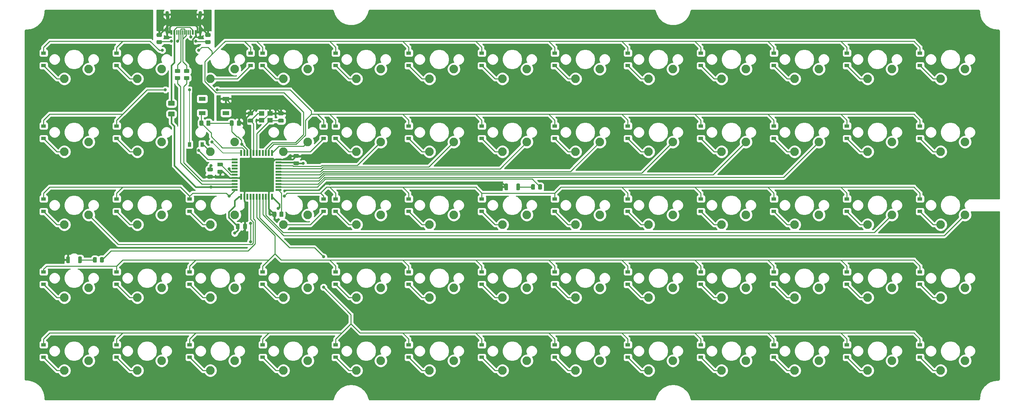
<source format=gbr>
G04 #@! TF.GenerationSoftware,KiCad,Pcbnew,5.1.9+dfsg1-1*
G04 #@! TF.CreationDate,2021-12-17T14:02:51+01:00*
G04 #@! TF.ProjectId,okey65-pcb,6f6b6579-3635-42d7-9063-622e6b696361,rev?*
G04 #@! TF.SameCoordinates,Original*
G04 #@! TF.FileFunction,Copper,L2,Bot*
G04 #@! TF.FilePolarity,Positive*
%FSLAX46Y46*%
G04 Gerber Fmt 4.6, Leading zero omitted, Abs format (unit mm)*
G04 Created by KiCad (PCBNEW 5.1.9+dfsg1-1) date 2021-12-17 14:02:51*
%MOMM*%
%LPD*%
G01*
G04 APERTURE LIST*
G04 #@! TA.AperFunction,ComponentPad*
%ADD10C,2.250000*%
G04 #@! TD*
G04 #@! TA.AperFunction,SMDPad,CuDef*
%ADD11R,1.400000X1.200000*%
G04 #@! TD*
G04 #@! TA.AperFunction,SMDPad,CuDef*
%ADD12R,0.550000X1.500000*%
G04 #@! TD*
G04 #@! TA.AperFunction,SMDPad,CuDef*
%ADD13R,1.500000X0.550000*%
G04 #@! TD*
G04 #@! TA.AperFunction,SMDPad,CuDef*
%ADD14R,1.800000X1.100000*%
G04 #@! TD*
G04 #@! TA.AperFunction,SMDPad,CuDef*
%ADD15R,0.600000X1.160000*%
G04 #@! TD*
G04 #@! TA.AperFunction,SMDPad,CuDef*
%ADD16R,0.300000X1.160000*%
G04 #@! TD*
G04 #@! TA.AperFunction,ComponentPad*
%ADD17O,0.900000X1.700000*%
G04 #@! TD*
G04 #@! TA.AperFunction,ComponentPad*
%ADD18O,0.900000X2.000000*%
G04 #@! TD*
G04 #@! TA.AperFunction,SMDPad,CuDef*
%ADD19R,1.200000X0.900000*%
G04 #@! TD*
G04 #@! TA.AperFunction,SMDPad,CuDef*
%ADD20R,0.900000X1.200000*%
G04 #@! TD*
G04 #@! TA.AperFunction,ViaPad*
%ADD21C,0.800000*%
G04 #@! TD*
G04 #@! TA.AperFunction,Conductor*
%ADD22C,0.381000*%
G04 #@! TD*
G04 #@! TA.AperFunction,Conductor*
%ADD23C,0.203200*%
G04 #@! TD*
G04 #@! TA.AperFunction,Conductor*
%ADD24C,0.254000*%
G04 #@! TD*
G04 #@! TA.AperFunction,Conductor*
%ADD25C,0.100000*%
G04 #@! TD*
G04 APERTURE END LIST*
D10*
X68897500Y-46355000D03*
X75247500Y-43815000D03*
X164147500Y-84455000D03*
X170497500Y-81915000D03*
X87947500Y-84455000D03*
X94297500Y-81915000D03*
X68897500Y-84455000D03*
X75247500Y-81915000D03*
X68897500Y-65405000D03*
X75247500Y-62865000D03*
G04 #@! TA.AperFunction,SMDPad,CuDef*
G36*
G01*
X59362500Y-53387500D02*
X58112500Y-53387500D01*
G75*
G02*
X57862500Y-53137500I0J250000D01*
G01*
X57862500Y-52387500D01*
G75*
G02*
X58112500Y-52137500I250000J0D01*
G01*
X59362500Y-52137500D01*
G75*
G02*
X59612500Y-52387500I0J-250000D01*
G01*
X59612500Y-53137500D01*
G75*
G02*
X59362500Y-53387500I-250000J0D01*
G01*
G37*
G04 #@! TD.AperFunction*
G04 #@! TA.AperFunction,SMDPad,CuDef*
G36*
G01*
X59362500Y-56187500D02*
X58112500Y-56187500D01*
G75*
G02*
X57862500Y-55937500I0J250000D01*
G01*
X57862500Y-55187500D01*
G75*
G02*
X58112500Y-54937500I250000J0D01*
G01*
X59362500Y-54937500D01*
G75*
G02*
X59612500Y-55187500I0J-250000D01*
G01*
X59612500Y-55937500D01*
G75*
G02*
X59362500Y-56187500I-250000J0D01*
G01*
G37*
G04 #@! TD.AperFunction*
D11*
X84443750Y-55450000D03*
X82243750Y-55450000D03*
X82243750Y-57150000D03*
X84443750Y-57150000D03*
D12*
X76962500Y-77137500D03*
X77762500Y-77137500D03*
X78562500Y-77137500D03*
X79362500Y-77137500D03*
X80162500Y-77137500D03*
X80962500Y-77137500D03*
X81762500Y-77137500D03*
X82562500Y-77137500D03*
X83362500Y-77137500D03*
X84162500Y-77137500D03*
X84962500Y-77137500D03*
D13*
X86662500Y-75437500D03*
X86662500Y-74637500D03*
X86662500Y-73837500D03*
X86662500Y-73037500D03*
X86662500Y-72237500D03*
X86662500Y-71437500D03*
X86662500Y-70637500D03*
X86662500Y-69837500D03*
X86662500Y-69037500D03*
X86662500Y-68237500D03*
X86662500Y-67437500D03*
D12*
X84962500Y-65737500D03*
X84162500Y-65737500D03*
X83362500Y-65737500D03*
X82562500Y-65737500D03*
X81762500Y-65737500D03*
X80962500Y-65737500D03*
X80162500Y-65737500D03*
X79362500Y-65737500D03*
X78562500Y-65737500D03*
X77762500Y-65737500D03*
X76962500Y-65737500D03*
D13*
X75262500Y-67437500D03*
X75262500Y-68237500D03*
X75262500Y-69037500D03*
X75262500Y-69837500D03*
X75262500Y-70637500D03*
X75262500Y-71437500D03*
X75262500Y-72237500D03*
X75262500Y-73037500D03*
X75262500Y-73837500D03*
X75262500Y-74637500D03*
X75262500Y-75437500D03*
D14*
X72950000Y-51593750D03*
X66750000Y-55293750D03*
X72950000Y-55293750D03*
X66750000Y-51593750D03*
G04 #@! TA.AperFunction,SMDPad,CuDef*
G36*
G01*
X154387500Y-75062501D02*
X154387500Y-74162499D01*
G75*
G02*
X154637499Y-73912500I249999J0D01*
G01*
X155162501Y-73912500D01*
G75*
G02*
X155412500Y-74162499I0J-249999D01*
G01*
X155412500Y-75062501D01*
G75*
G02*
X155162501Y-75312500I-249999J0D01*
G01*
X154637499Y-75312500D01*
G75*
G02*
X154387500Y-75062501I0J249999D01*
G01*
G37*
G04 #@! TD.AperFunction*
G04 #@! TA.AperFunction,SMDPad,CuDef*
G36*
G01*
X152562500Y-75062501D02*
X152562500Y-74162499D01*
G75*
G02*
X152812499Y-73912500I249999J0D01*
G01*
X153337501Y-73912500D01*
G75*
G02*
X153587500Y-74162499I0J-249999D01*
G01*
X153587500Y-75062501D01*
G75*
G02*
X153337501Y-75312500I-249999J0D01*
G01*
X152812499Y-75312500D01*
G75*
G02*
X152562500Y-75062501I0J249999D01*
G01*
G37*
G04 #@! TD.AperFunction*
G04 #@! TA.AperFunction,SMDPad,CuDef*
G36*
G01*
X67812499Y-36237500D02*
X68712501Y-36237500D01*
G75*
G02*
X68962500Y-36487499I0J-249999D01*
G01*
X68962500Y-37012501D01*
G75*
G02*
X68712501Y-37262500I-249999J0D01*
G01*
X67812499Y-37262500D01*
G75*
G02*
X67562500Y-37012501I0J249999D01*
G01*
X67562500Y-36487499D01*
G75*
G02*
X67812499Y-36237500I249999J0D01*
G01*
G37*
G04 #@! TD.AperFunction*
G04 #@! TA.AperFunction,SMDPad,CuDef*
G36*
G01*
X67812499Y-34412500D02*
X68712501Y-34412500D01*
G75*
G02*
X68962500Y-34662499I0J-249999D01*
G01*
X68962500Y-35187501D01*
G75*
G02*
X68712501Y-35437500I-249999J0D01*
G01*
X67812499Y-35437500D01*
G75*
G02*
X67562500Y-35187501I0J249999D01*
G01*
X67562500Y-34662499D01*
G75*
G02*
X67812499Y-34412500I249999J0D01*
G01*
G37*
G04 #@! TD.AperFunction*
G04 #@! TA.AperFunction,SMDPad,CuDef*
G36*
G01*
X55112499Y-36237500D02*
X56012501Y-36237500D01*
G75*
G02*
X56262500Y-36487499I0J-249999D01*
G01*
X56262500Y-37012501D01*
G75*
G02*
X56012501Y-37262500I-249999J0D01*
G01*
X55112499Y-37262500D01*
G75*
G02*
X54862500Y-37012501I0J249999D01*
G01*
X54862500Y-36487499D01*
G75*
G02*
X55112499Y-36237500I249999J0D01*
G01*
G37*
G04 #@! TD.AperFunction*
G04 #@! TA.AperFunction,SMDPad,CuDef*
G36*
G01*
X55112499Y-34412500D02*
X56012501Y-34412500D01*
G75*
G02*
X56262500Y-34662499I0J-249999D01*
G01*
X56262500Y-35187501D01*
G75*
G02*
X56012501Y-35437500I-249999J0D01*
G01*
X55112499Y-35437500D01*
G75*
G02*
X54862500Y-35187501I0J249999D01*
G01*
X54862500Y-34662499D01*
G75*
G02*
X55112499Y-34412500I249999J0D01*
G01*
G37*
G04 #@! TD.AperFunction*
G04 #@! TA.AperFunction,SMDPad,CuDef*
G36*
G01*
X40087500Y-94112501D02*
X40087500Y-93212499D01*
G75*
G02*
X40337499Y-92962500I249999J0D01*
G01*
X40862501Y-92962500D01*
G75*
G02*
X41112500Y-93212499I0J-249999D01*
G01*
X41112500Y-94112501D01*
G75*
G02*
X40862501Y-94362500I-249999J0D01*
G01*
X40337499Y-94362500D01*
G75*
G02*
X40087500Y-94112501I0J249999D01*
G01*
G37*
G04 #@! TD.AperFunction*
G04 #@! TA.AperFunction,SMDPad,CuDef*
G36*
G01*
X38262500Y-94112501D02*
X38262500Y-93212499D01*
G75*
G02*
X38512499Y-92962500I249999J0D01*
G01*
X39037501Y-92962500D01*
G75*
G02*
X39287500Y-93212499I0J-249999D01*
G01*
X39287500Y-94112501D01*
G75*
G02*
X39037501Y-94362500I-249999J0D01*
G01*
X38512499Y-94362500D01*
G75*
G02*
X38262500Y-94112501I0J249999D01*
G01*
G37*
G04 #@! TD.AperFunction*
G04 #@! TA.AperFunction,SMDPad,CuDef*
G36*
G01*
X86918750Y-82206251D02*
X86918750Y-81306249D01*
G75*
G02*
X87168749Y-81056250I249999J0D01*
G01*
X87693751Y-81056250D01*
G75*
G02*
X87943750Y-81306249I0J-249999D01*
G01*
X87943750Y-82206251D01*
G75*
G02*
X87693751Y-82456250I-249999J0D01*
G01*
X87168749Y-82456250D01*
G75*
G02*
X86918750Y-82206251I0J249999D01*
G01*
G37*
G04 #@! TD.AperFunction*
G04 #@! TA.AperFunction,SMDPad,CuDef*
G36*
G01*
X85093750Y-82206251D02*
X85093750Y-81306249D01*
G75*
G02*
X85343749Y-81056250I249999J0D01*
G01*
X85868751Y-81056250D01*
G75*
G02*
X86118750Y-81306249I0J-249999D01*
G01*
X86118750Y-82206251D01*
G75*
G02*
X85868751Y-82456250I-249999J0D01*
G01*
X85343749Y-82456250D01*
G75*
G02*
X85093750Y-82206251I0J249999D01*
G01*
G37*
G04 #@! TD.AperFunction*
G04 #@! TA.AperFunction,SMDPad,CuDef*
G36*
G01*
X60775001Y-44843750D02*
X59874999Y-44843750D01*
G75*
G02*
X59625000Y-44593751I0J249999D01*
G01*
X59625000Y-44068749D01*
G75*
G02*
X59874999Y-43818750I249999J0D01*
G01*
X60775001Y-43818750D01*
G75*
G02*
X61025000Y-44068749I0J-249999D01*
G01*
X61025000Y-44593751D01*
G75*
G02*
X60775001Y-44843750I-249999J0D01*
G01*
G37*
G04 #@! TD.AperFunction*
G04 #@! TA.AperFunction,SMDPad,CuDef*
G36*
G01*
X60775001Y-46668750D02*
X59874999Y-46668750D01*
G75*
G02*
X59625000Y-46418751I0J249999D01*
G01*
X59625000Y-45893749D01*
G75*
G02*
X59874999Y-45643750I249999J0D01*
G01*
X60775001Y-45643750D01*
G75*
G02*
X61025000Y-45893749I0J-249999D01*
G01*
X61025000Y-46418751D01*
G75*
G02*
X60775001Y-46668750I-249999J0D01*
G01*
G37*
G04 #@! TD.AperFunction*
G04 #@! TA.AperFunction,SMDPad,CuDef*
G36*
G01*
X63156251Y-44843750D02*
X62256249Y-44843750D01*
G75*
G02*
X62006250Y-44593751I0J249999D01*
G01*
X62006250Y-44068749D01*
G75*
G02*
X62256249Y-43818750I249999J0D01*
G01*
X63156251Y-43818750D01*
G75*
G02*
X63406250Y-44068749I0J-249999D01*
G01*
X63406250Y-44593751D01*
G75*
G02*
X63156251Y-44843750I-249999J0D01*
G01*
G37*
G04 #@! TD.AperFunction*
G04 #@! TA.AperFunction,SMDPad,CuDef*
G36*
G01*
X63156251Y-46668750D02*
X62256249Y-46668750D01*
G75*
G02*
X62006250Y-46418751I0J249999D01*
G01*
X62006250Y-45893749D01*
G75*
G02*
X62256249Y-45643750I249999J0D01*
G01*
X63156251Y-45643750D01*
G75*
G02*
X63406250Y-45893749I0J-249999D01*
G01*
X63406250Y-46418751D01*
G75*
G02*
X63156251Y-46668750I-249999J0D01*
G01*
G37*
G04 #@! TD.AperFunction*
G04 #@! TA.AperFunction,SMDPad,CuDef*
G36*
G01*
X67068750Y-57493749D02*
X67068750Y-58393751D01*
G75*
G02*
X66818751Y-58643750I-249999J0D01*
G01*
X66293749Y-58643750D01*
G75*
G02*
X66043750Y-58393751I0J249999D01*
G01*
X66043750Y-57493749D01*
G75*
G02*
X66293749Y-57243750I249999J0D01*
G01*
X66818751Y-57243750D01*
G75*
G02*
X67068750Y-57493749I0J-249999D01*
G01*
G37*
G04 #@! TD.AperFunction*
G04 #@! TA.AperFunction,SMDPad,CuDef*
G36*
G01*
X68893750Y-57493749D02*
X68893750Y-58393751D01*
G75*
G02*
X68643751Y-58643750I-249999J0D01*
G01*
X68118749Y-58643750D01*
G75*
G02*
X67868750Y-58393751I0J249999D01*
G01*
X67868750Y-57493749D01*
G75*
G02*
X68118749Y-57243750I249999J0D01*
G01*
X68643751Y-57243750D01*
G75*
G02*
X68893750Y-57493749I0J-249999D01*
G01*
G37*
G04 #@! TD.AperFunction*
D10*
X259397500Y-122555000D03*
X265747500Y-120015000D03*
X240347500Y-122555000D03*
X246697500Y-120015000D03*
X221297500Y-122555000D03*
X227647500Y-120015000D03*
X202247500Y-122555000D03*
X208597500Y-120015000D03*
X183197500Y-122555000D03*
X189547500Y-120015000D03*
X164147500Y-122555000D03*
X170497500Y-120015000D03*
X145097500Y-122555000D03*
X151447500Y-120015000D03*
X126047500Y-122555000D03*
X132397500Y-120015000D03*
X106997500Y-122555000D03*
X113347500Y-120015000D03*
X87947500Y-122555000D03*
X94297500Y-120015000D03*
X68897500Y-122555000D03*
X75247500Y-120015000D03*
X49847500Y-122555000D03*
X56197500Y-120015000D03*
X30797500Y-122555000D03*
X37147500Y-120015000D03*
X259397500Y-103505000D03*
X265747500Y-100965000D03*
X240347500Y-103505000D03*
X246697500Y-100965000D03*
X221297500Y-103505000D03*
X227647500Y-100965000D03*
X202247500Y-103505000D03*
X208597500Y-100965000D03*
X183197500Y-103505000D03*
X189547500Y-100965000D03*
X164147500Y-103505000D03*
X170497500Y-100965000D03*
X145097500Y-103505000D03*
X151447500Y-100965000D03*
X126047500Y-103505000D03*
X132397500Y-100965000D03*
X106997500Y-103505000D03*
X113347500Y-100965000D03*
X87947500Y-103505000D03*
X94297500Y-100965000D03*
X68897500Y-103505000D03*
X75247500Y-100965000D03*
X49847500Y-103505000D03*
X56197500Y-100965000D03*
X30797500Y-103505000D03*
X37147500Y-100965000D03*
X259397500Y-84455000D03*
X265747500Y-81915000D03*
X240347500Y-84455000D03*
X246697500Y-81915000D03*
X221297500Y-84455000D03*
X227647500Y-81915000D03*
X202247500Y-84455000D03*
X208597500Y-81915000D03*
X183197500Y-84455000D03*
X189547500Y-81915000D03*
X145097500Y-84455000D03*
X151447500Y-81915000D03*
X126047500Y-84455000D03*
X132397500Y-81915000D03*
X106997500Y-84455000D03*
X113347500Y-81915000D03*
X49847500Y-84455000D03*
X56197500Y-81915000D03*
X30797500Y-84455000D03*
X37147500Y-81915000D03*
X259397500Y-65405000D03*
X265747500Y-62865000D03*
X240347500Y-65405000D03*
X246697500Y-62865000D03*
X221297500Y-65405000D03*
X227647500Y-62865000D03*
X202247500Y-65405000D03*
X208597500Y-62865000D03*
X183197500Y-65405000D03*
X189547500Y-62865000D03*
X164147500Y-65405000D03*
X170497500Y-62865000D03*
X145097500Y-65405000D03*
X151447500Y-62865000D03*
X126047500Y-65405000D03*
X132397500Y-62865000D03*
X106997500Y-65405000D03*
X113347500Y-62865000D03*
X87947500Y-65405000D03*
X94297500Y-62865000D03*
X49847500Y-65405000D03*
X56197500Y-62865000D03*
X30797500Y-65405000D03*
X37147500Y-62865000D03*
X259397500Y-46355000D03*
X265747500Y-43815000D03*
X240347500Y-46355000D03*
X246697500Y-43815000D03*
X221297500Y-46355000D03*
X227647500Y-43815000D03*
X202247500Y-46355000D03*
X208597500Y-43815000D03*
X183197500Y-46355000D03*
X189547500Y-43815000D03*
X164147500Y-46355000D03*
X170497500Y-43815000D03*
X145097500Y-46355000D03*
X151447500Y-43815000D03*
X126047500Y-46355000D03*
X132397500Y-43815000D03*
X106997500Y-46355000D03*
X113347500Y-43815000D03*
X87947500Y-46355000D03*
X94297500Y-43815000D03*
X49847500Y-46355000D03*
X56197500Y-43815000D03*
X30797500Y-46355000D03*
X37147500Y-43815000D03*
D15*
X65112500Y-34260000D03*
X64312500Y-34260000D03*
X65112500Y-34260000D03*
X64312500Y-34260000D03*
X58712500Y-34260000D03*
X58712500Y-34260000D03*
X59512500Y-34260000D03*
X59512500Y-34260000D03*
D16*
X63662500Y-34260000D03*
X62662500Y-34260000D03*
X63162500Y-34260000D03*
X60662500Y-34260000D03*
X60162500Y-34260000D03*
X62162500Y-34260000D03*
X61662500Y-34260000D03*
X61162500Y-34260000D03*
D17*
X66232500Y-29510000D03*
X57592500Y-29510000D03*
D18*
X66232500Y-33680000D03*
X57592500Y-33680000D03*
G04 #@! TA.AperFunction,SMDPad,CuDef*
G36*
G01*
X148712500Y-75297500D02*
X148712500Y-73927500D01*
G75*
G02*
X148902500Y-73737500I190000J0D01*
G01*
X149472500Y-73737500D01*
G75*
G02*
X149662500Y-73927500I0J-190000D01*
G01*
X149662500Y-75297500D01*
G75*
G02*
X149472500Y-75487500I-190000J0D01*
G01*
X148902500Y-75487500D01*
G75*
G02*
X148712500Y-75297500I0J190000D01*
G01*
G37*
G04 #@! TD.AperFunction*
G04 #@! TA.AperFunction,SMDPad,CuDef*
G36*
G01*
X145612500Y-75297500D02*
X145612500Y-73927500D01*
G75*
G02*
X145802500Y-73737500I190000J0D01*
G01*
X146372500Y-73737500D01*
G75*
G02*
X146562500Y-73927500I0J-190000D01*
G01*
X146562500Y-75297500D01*
G75*
G02*
X146372500Y-75487500I-190000J0D01*
G01*
X145802500Y-75487500D01*
G75*
G02*
X145612500Y-75297500I0J190000D01*
G01*
G37*
G04 #@! TD.AperFunction*
G04 #@! TA.AperFunction,SMDPad,CuDef*
G36*
G01*
X34412500Y-94347500D02*
X34412500Y-92977500D01*
G75*
G02*
X34602500Y-92787500I190000J0D01*
G01*
X35172500Y-92787500D01*
G75*
G02*
X35362500Y-92977500I0J-190000D01*
G01*
X35362500Y-94347500D01*
G75*
G02*
X35172500Y-94537500I-190000J0D01*
G01*
X34602500Y-94537500D01*
G75*
G02*
X34412500Y-94347500I0J190000D01*
G01*
G37*
G04 #@! TD.AperFunction*
G04 #@! TA.AperFunction,SMDPad,CuDef*
G36*
G01*
X31312500Y-94347500D02*
X31312500Y-92977500D01*
G75*
G02*
X31502500Y-92787500I190000J0D01*
G01*
X32072500Y-92787500D01*
G75*
G02*
X32262500Y-92977500I0J-190000D01*
G01*
X32262500Y-94347500D01*
G75*
G02*
X32072500Y-94537500I-190000J0D01*
G01*
X31502500Y-94537500D01*
G75*
G02*
X31312500Y-94347500I0J190000D01*
G01*
G37*
G04 #@! TD.AperFunction*
D19*
X254000000Y-119125000D03*
X254000000Y-115825000D03*
X234950000Y-119125000D03*
X234950000Y-115825000D03*
X215900000Y-119125000D03*
X215900000Y-115825000D03*
X196850000Y-119125000D03*
X196850000Y-115825000D03*
X177800000Y-119125000D03*
X177800000Y-115825000D03*
X158750000Y-119125000D03*
X158750000Y-115825000D03*
X139700000Y-119125000D03*
X139700000Y-115825000D03*
X120650000Y-119125000D03*
X120650000Y-115825000D03*
X101600000Y-119125000D03*
X101600000Y-115825000D03*
X82550000Y-119125000D03*
X82550000Y-115825000D03*
X63500000Y-119125000D03*
X63500000Y-115825000D03*
X44450000Y-119125000D03*
X44450000Y-115825000D03*
X25400000Y-119125000D03*
X25400000Y-115825000D03*
X254000000Y-100075000D03*
X254000000Y-96775000D03*
X234950000Y-100075000D03*
X234950000Y-96775000D03*
X215900000Y-100075000D03*
X215900000Y-96775000D03*
X196850000Y-100075000D03*
X196850000Y-96775000D03*
X177800000Y-100075000D03*
X177800000Y-96775000D03*
X158750000Y-100075000D03*
X158750000Y-96775000D03*
X139700000Y-100075000D03*
X139700000Y-96775000D03*
X120650000Y-100075000D03*
X120650000Y-96775000D03*
X101600000Y-100075000D03*
X101600000Y-96775000D03*
X82550000Y-100075000D03*
X82550000Y-96775000D03*
X63500000Y-100075000D03*
X63500000Y-96775000D03*
X44450000Y-100075000D03*
X44450000Y-96775000D03*
X25400000Y-100075000D03*
X25400000Y-96775000D03*
X254000000Y-81025000D03*
X254000000Y-77725000D03*
X234950000Y-81025000D03*
X234950000Y-77725000D03*
X215900000Y-81025000D03*
X215900000Y-77725000D03*
X196850000Y-81025000D03*
X196850000Y-77725000D03*
X177800000Y-81025000D03*
X177800000Y-77725000D03*
X158750000Y-81025000D03*
X158750000Y-77725000D03*
X139700000Y-81025000D03*
X139700000Y-77725000D03*
X120650000Y-81025000D03*
X120650000Y-77725000D03*
X101600000Y-81025000D03*
X101600000Y-77725000D03*
X98425000Y-81025000D03*
X98425000Y-77725000D03*
X63500000Y-81025000D03*
X63500000Y-77725000D03*
X44450000Y-81025000D03*
X44450000Y-77725000D03*
X25400000Y-81025000D03*
X25400000Y-77725000D03*
X254000000Y-61975000D03*
X254000000Y-58675000D03*
X234950000Y-61975000D03*
X234950000Y-58675000D03*
X215900000Y-61975000D03*
X215900000Y-58675000D03*
X196850000Y-61975000D03*
X196850000Y-58675000D03*
X177800000Y-61975000D03*
X177800000Y-58675000D03*
X158750000Y-61975000D03*
X158750000Y-58675000D03*
X139700000Y-61975000D03*
X139700000Y-58675000D03*
X120650000Y-61975000D03*
X120650000Y-58675000D03*
X101600000Y-61975000D03*
X101600000Y-58675000D03*
X98425000Y-61975000D03*
X98425000Y-58675000D03*
D20*
X66737500Y-63500000D03*
X63437500Y-63500000D03*
D19*
X44450000Y-61975000D03*
X44450000Y-58675000D03*
X25400000Y-61975000D03*
X25400000Y-58675000D03*
X254000000Y-42925000D03*
X254000000Y-39625000D03*
X234950000Y-42925000D03*
X234950000Y-39625000D03*
X215900000Y-42925000D03*
X215900000Y-39625000D03*
X196850000Y-42925000D03*
X196850000Y-39625000D03*
X177800000Y-42925000D03*
X177800000Y-39625000D03*
X158750000Y-42925000D03*
X158750000Y-39625000D03*
X139700000Y-42925000D03*
X139700000Y-39625000D03*
X120650000Y-42925000D03*
X120650000Y-39625000D03*
X101600000Y-42925000D03*
X101600000Y-39625000D03*
X82550000Y-42925000D03*
X82550000Y-39625000D03*
X79375000Y-42925000D03*
X79375000Y-39625000D03*
X44450000Y-42925000D03*
X44450000Y-39625000D03*
X25400000Y-42925000D03*
X25400000Y-39625000D03*
G04 #@! TA.AperFunction,SMDPad,CuDef*
G36*
G01*
X68359000Y-71443000D02*
X69309000Y-71443000D01*
G75*
G02*
X69559000Y-71693000I0J-250000D01*
G01*
X69559000Y-72193000D01*
G75*
G02*
X69309000Y-72443000I-250000J0D01*
G01*
X68359000Y-72443000D01*
G75*
G02*
X68109000Y-72193000I0J250000D01*
G01*
X68109000Y-71693000D01*
G75*
G02*
X68359000Y-71443000I250000J0D01*
G01*
G37*
G04 #@! TD.AperFunction*
G04 #@! TA.AperFunction,SMDPad,CuDef*
G36*
G01*
X68359000Y-69543000D02*
X69309000Y-69543000D01*
G75*
G02*
X69559000Y-69793000I0J-250000D01*
G01*
X69559000Y-70293000D01*
G75*
G02*
X69309000Y-70543000I-250000J0D01*
G01*
X68359000Y-70543000D01*
G75*
G02*
X68109000Y-70293000I0J250000D01*
G01*
X68109000Y-69793000D01*
G75*
G02*
X68359000Y-69543000I250000J0D01*
G01*
G37*
G04 #@! TD.AperFunction*
G04 #@! TA.AperFunction,SMDPad,CuDef*
G36*
G01*
X75543750Y-85406250D02*
X75543750Y-84456250D01*
G75*
G02*
X75793750Y-84206250I250000J0D01*
G01*
X76293750Y-84206250D01*
G75*
G02*
X76543750Y-84456250I0J-250000D01*
G01*
X76543750Y-85406250D01*
G75*
G02*
X76293750Y-85656250I-250000J0D01*
G01*
X75793750Y-85656250D01*
G75*
G02*
X75543750Y-85406250I0J250000D01*
G01*
G37*
G04 #@! TD.AperFunction*
G04 #@! TA.AperFunction,SMDPad,CuDef*
G36*
G01*
X77443750Y-85406250D02*
X77443750Y-84456250D01*
G75*
G02*
X77693750Y-84206250I250000J0D01*
G01*
X78193750Y-84206250D01*
G75*
G02*
X78443750Y-84456250I0J-250000D01*
G01*
X78443750Y-85406250D01*
G75*
G02*
X78193750Y-85656250I-250000J0D01*
G01*
X77693750Y-85656250D01*
G75*
G02*
X77443750Y-85406250I0J250000D01*
G01*
G37*
G04 #@! TD.AperFunction*
G04 #@! TA.AperFunction,SMDPad,CuDef*
G36*
G01*
X91756250Y-68918750D02*
X90806250Y-68918750D01*
G75*
G02*
X90556250Y-68668750I0J250000D01*
G01*
X90556250Y-68168750D01*
G75*
G02*
X90806250Y-67918750I250000J0D01*
G01*
X91756250Y-67918750D01*
G75*
G02*
X92006250Y-68168750I0J-250000D01*
G01*
X92006250Y-68668750D01*
G75*
G02*
X91756250Y-68918750I-250000J0D01*
G01*
G37*
G04 #@! TD.AperFunction*
G04 #@! TA.AperFunction,SMDPad,CuDef*
G36*
G01*
X91756250Y-67018750D02*
X90806250Y-67018750D01*
G75*
G02*
X90556250Y-66768750I0J250000D01*
G01*
X90556250Y-66268750D01*
G75*
G02*
X90806250Y-66018750I250000J0D01*
G01*
X91756250Y-66018750D01*
G75*
G02*
X92006250Y-66268750I0J-250000D01*
G01*
X92006250Y-66768750D01*
G75*
G02*
X91756250Y-67018750I-250000J0D01*
G01*
G37*
G04 #@! TD.AperFunction*
G04 #@! TA.AperFunction,SMDPad,CuDef*
G36*
G01*
X73956250Y-58418750D02*
X73956250Y-57468750D01*
G75*
G02*
X74206250Y-57218750I250000J0D01*
G01*
X74706250Y-57218750D01*
G75*
G02*
X74956250Y-57468750I0J-250000D01*
G01*
X74956250Y-58418750D01*
G75*
G02*
X74706250Y-58668750I-250000J0D01*
G01*
X74206250Y-58668750D01*
G75*
G02*
X73956250Y-58418750I0J250000D01*
G01*
G37*
G04 #@! TD.AperFunction*
G04 #@! TA.AperFunction,SMDPad,CuDef*
G36*
G01*
X75856250Y-58418750D02*
X75856250Y-57468750D01*
G75*
G02*
X76106250Y-57218750I250000J0D01*
G01*
X76606250Y-57218750D01*
G75*
G02*
X76856250Y-57468750I0J-250000D01*
G01*
X76856250Y-58418750D01*
G75*
G02*
X76606250Y-58668750I-250000J0D01*
G01*
X76106250Y-58668750D01*
G75*
G02*
X75856250Y-58418750I0J250000D01*
G01*
G37*
G04 #@! TD.AperFunction*
G04 #@! TA.AperFunction,SMDPad,CuDef*
G36*
G01*
X70962500Y-70143750D02*
X71912500Y-70143750D01*
G75*
G02*
X72162500Y-70393750I0J-250000D01*
G01*
X72162500Y-70893750D01*
G75*
G02*
X71912500Y-71143750I-250000J0D01*
G01*
X70962500Y-71143750D01*
G75*
G02*
X70712500Y-70893750I0J250000D01*
G01*
X70712500Y-70393750D01*
G75*
G02*
X70962500Y-70143750I250000J0D01*
G01*
G37*
G04 #@! TD.AperFunction*
G04 #@! TA.AperFunction,SMDPad,CuDef*
G36*
G01*
X70962500Y-68243750D02*
X71912500Y-68243750D01*
G75*
G02*
X72162500Y-68493750I0J-250000D01*
G01*
X72162500Y-68993750D01*
G75*
G02*
X71912500Y-69243750I-250000J0D01*
G01*
X70962500Y-69243750D01*
G75*
G02*
X70712500Y-68993750I0J250000D01*
G01*
X70712500Y-68493750D01*
G75*
G02*
X70962500Y-68243750I250000J0D01*
G01*
G37*
G04 #@! TD.AperFunction*
G04 #@! TA.AperFunction,SMDPad,CuDef*
G36*
G01*
X79850000Y-55906250D02*
X78900000Y-55906250D01*
G75*
G02*
X78650000Y-55656250I0J250000D01*
G01*
X78650000Y-55156250D01*
G75*
G02*
X78900000Y-54906250I250000J0D01*
G01*
X79850000Y-54906250D01*
G75*
G02*
X80100000Y-55156250I0J-250000D01*
G01*
X80100000Y-55656250D01*
G75*
G02*
X79850000Y-55906250I-250000J0D01*
G01*
G37*
G04 #@! TD.AperFunction*
G04 #@! TA.AperFunction,SMDPad,CuDef*
G36*
G01*
X79850000Y-57806250D02*
X78900000Y-57806250D01*
G75*
G02*
X78650000Y-57556250I0J250000D01*
G01*
X78650000Y-57056250D01*
G75*
G02*
X78900000Y-56806250I250000J0D01*
G01*
X79850000Y-56806250D01*
G75*
G02*
X80100000Y-57056250I0J-250000D01*
G01*
X80100000Y-57556250D01*
G75*
G02*
X79850000Y-57806250I-250000J0D01*
G01*
G37*
G04 #@! TD.AperFunction*
G04 #@! TA.AperFunction,SMDPad,CuDef*
G36*
G01*
X87787500Y-55906250D02*
X86837500Y-55906250D01*
G75*
G02*
X86587500Y-55656250I0J250000D01*
G01*
X86587500Y-55156250D01*
G75*
G02*
X86837500Y-54906250I250000J0D01*
G01*
X87787500Y-54906250D01*
G75*
G02*
X88037500Y-55156250I0J-250000D01*
G01*
X88037500Y-55656250D01*
G75*
G02*
X87787500Y-55906250I-250000J0D01*
G01*
G37*
G04 #@! TD.AperFunction*
G04 #@! TA.AperFunction,SMDPad,CuDef*
G36*
G01*
X87787500Y-57806250D02*
X86837500Y-57806250D01*
G75*
G02*
X86587500Y-57556250I0J250000D01*
G01*
X86587500Y-57056250D01*
G75*
G02*
X86837500Y-56806250I250000J0D01*
G01*
X87787500Y-56806250D01*
G75*
G02*
X88037500Y-57056250I0J-250000D01*
G01*
X88037500Y-57556250D01*
G75*
G02*
X87787500Y-57806250I-250000J0D01*
G01*
G37*
G04 #@! TD.AperFunction*
D21*
X45243750Y-88106250D03*
X41275000Y-88106250D03*
X100012500Y-73818750D03*
X96043750Y-66675000D03*
X80899000Y-71247000D03*
X69056250Y-69056250D03*
X77066176Y-63427574D03*
X69056250Y-74612500D03*
X75229293Y-86695707D03*
X86610132Y-80228994D03*
X93091000Y-68453000D03*
X73818750Y-69850000D03*
X56356250Y-38893750D03*
X65881250Y-38893750D03*
X70643750Y-49212500D03*
X57150000Y-49212500D03*
X63500000Y-49212500D03*
X73818750Y-76993750D03*
X88158250Y-76993750D03*
X98425000Y-100806250D03*
X98425000Y-92868750D03*
X65087500Y-36512500D03*
X63810565Y-35404998D03*
X58722000Y-36512500D03*
X60325000Y-36512500D03*
X65881250Y-65087500D03*
X79375000Y-84137500D03*
X79375000Y-88900000D03*
X69288538Y-62865000D03*
D22*
X75256250Y-72231250D02*
X75262500Y-72237500D01*
X65493001Y-33879499D02*
X65112500Y-34260000D01*
X65493001Y-32868559D02*
X65493001Y-33879499D01*
X65005921Y-32381479D02*
X65493001Y-32868559D01*
X58819079Y-32381479D02*
X65005921Y-32381479D01*
X57987271Y-32381479D02*
X65837729Y-32381479D01*
X84487500Y-55406250D02*
X84443750Y-55450000D01*
X87312500Y-55406250D02*
X84487500Y-55406250D01*
D23*
X82643750Y-57150000D02*
X82243750Y-57150000D01*
X84343750Y-55450000D02*
X82643750Y-57150000D01*
X84443750Y-55450000D02*
X84343750Y-55450000D01*
D22*
X79362500Y-64809598D02*
X79362500Y-65737500D01*
X78259490Y-63706588D02*
X79362500Y-64809598D01*
X79375000Y-55406250D02*
X78259490Y-56521760D01*
X76356250Y-57150000D02*
X78259490Y-59053240D01*
D24*
X76356250Y-55000000D02*
X76356250Y-57943750D01*
X72950000Y-51593750D02*
X76356250Y-55000000D01*
D22*
X77762500Y-78268500D02*
X77762500Y-77137500D01*
X77943750Y-78449750D02*
X77762500Y-78268500D01*
X77943750Y-84931250D02*
X77943750Y-78449750D01*
X84141999Y-80291999D02*
X85606250Y-81756250D01*
X84141999Y-77158001D02*
X84141999Y-80291999D01*
X84162500Y-77137500D02*
X84141999Y-77158001D01*
X90362500Y-67437500D02*
X91281250Y-66518750D01*
X86662500Y-67437500D02*
X90362500Y-67437500D01*
X85734598Y-67437500D02*
X86662500Y-67437500D01*
X75262500Y-72237500D02*
X80934598Y-72237500D01*
X79362500Y-70631250D02*
X80951674Y-72220424D01*
X79362500Y-65737500D02*
X79362500Y-70631250D01*
X80951674Y-72220424D02*
X85734598Y-67437500D01*
X80934598Y-72237500D02*
X80951674Y-72220424D01*
X84162500Y-75465402D02*
X80934598Y-72237500D01*
X84162500Y-77137500D02*
X84162500Y-75465402D01*
X77762500Y-75409598D02*
X80934598Y-72237500D01*
X77762500Y-77137500D02*
X77762500Y-75409598D01*
X65112500Y-35221000D02*
X64293750Y-36039750D01*
X65112500Y-34260000D02*
X65112500Y-35221000D01*
X64293750Y-61118750D02*
X65087500Y-61912500D01*
X72231250Y-70643750D02*
X73825000Y-72237500D01*
X71437500Y-70643750D02*
X72231250Y-70643750D01*
X65087500Y-69850000D02*
X65087500Y-61912500D01*
X75262500Y-72237500D02*
X73825000Y-72237500D01*
X66332500Y-33680000D02*
X66734375Y-33278125D01*
X66232500Y-33680000D02*
X66332500Y-33680000D01*
X66734375Y-33278125D02*
X68262500Y-34806250D01*
X65837729Y-32381479D02*
X66734375Y-33278125D01*
X57592500Y-33680000D02*
X57492500Y-33680000D01*
X57492500Y-33680000D02*
X57090625Y-33278125D01*
X57090625Y-33278125D02*
X57987271Y-32381479D01*
X55562500Y-34806250D02*
X57090625Y-33278125D01*
X57987271Y-29904771D02*
X57592500Y-29510000D01*
X57987271Y-32381479D02*
X57987271Y-29904771D01*
X65837729Y-29904771D02*
X66232500Y-29510000D01*
X65837729Y-32381479D02*
X65837729Y-29904771D01*
X79375000Y-55406250D02*
X80806250Y-53975000D01*
X85881250Y-53975000D02*
X87312500Y-55406250D01*
X80806250Y-53975000D02*
X85881250Y-53975000D01*
X68539500Y-72237500D02*
X68834000Y-71943000D01*
X68834000Y-71943000D02*
X73530500Y-71943000D01*
X67180500Y-71943000D02*
X65087500Y-69850000D01*
X68834000Y-71943000D02*
X67180500Y-71943000D01*
X75493750Y-88106250D02*
X45243750Y-88106250D01*
X77943750Y-85656250D02*
X75493750Y-88106250D01*
X77943750Y-84931250D02*
X77943750Y-85656250D01*
X41275000Y-88106250D02*
X34925000Y-88106250D01*
X34925000Y-88106250D02*
X31750000Y-91281250D01*
X31787500Y-91318750D02*
X31787500Y-93662500D01*
X31750000Y-91281250D02*
X31787500Y-91318750D01*
X145293750Y-73818750D02*
X100012500Y-73818750D01*
X146087500Y-74612500D02*
X145293750Y-73818750D01*
X91437500Y-66675000D02*
X91281250Y-66518750D01*
X96043750Y-66675000D02*
X91437500Y-66675000D01*
X64293750Y-36039750D02*
X64293750Y-38893750D01*
X64293750Y-38893750D02*
X64293750Y-61118750D01*
X64293750Y-38421000D02*
X64293750Y-38893750D01*
X78259490Y-63706588D02*
X78259490Y-56521760D01*
X58712500Y-34260000D02*
X58712500Y-34106250D01*
X58172500Y-34260000D02*
X57592500Y-33680000D01*
X58712500Y-34260000D02*
X58172500Y-34260000D01*
X65652500Y-34260000D02*
X66232500Y-33680000D01*
X65112500Y-34260000D02*
X65652500Y-34260000D01*
X58712500Y-34260000D02*
X58331999Y-33879499D01*
X58331999Y-32868559D02*
X58819079Y-32381479D01*
X58331999Y-33879499D02*
X58331999Y-32868559D01*
D24*
X84600000Y-57306250D02*
X84443750Y-57150000D01*
X87312500Y-57306250D02*
X84600000Y-57306250D01*
X80962500Y-60631250D02*
X84443750Y-57150000D01*
X80962500Y-65737500D02*
X80962500Y-60631250D01*
X81231250Y-55450000D02*
X79375000Y-57306250D01*
X82243750Y-55450000D02*
X81231250Y-55450000D01*
X80162500Y-58093750D02*
X79375000Y-57306250D01*
X80162500Y-65737500D02*
X80162500Y-58093750D01*
X71564750Y-68743750D02*
X71437500Y-68743750D01*
X74258500Y-71437500D02*
X71564750Y-68743750D01*
X75262500Y-71437500D02*
X74258500Y-71437500D01*
D22*
X58737500Y-55562500D02*
X58737500Y-57943750D01*
X58737500Y-57943750D02*
X59531250Y-58737500D01*
X59531250Y-58737500D02*
X59531250Y-69056250D01*
X59531250Y-69056250D02*
X65087500Y-74612500D01*
D24*
X78581250Y-65718750D02*
X78562500Y-65737500D01*
X74456250Y-60168750D02*
X75814501Y-61527001D01*
X74456250Y-57943750D02*
X74456250Y-60168750D01*
X74456250Y-57943750D02*
X68381250Y-57943750D01*
D22*
X73731999Y-81187559D02*
X73731999Y-82619499D01*
X73731999Y-82619499D02*
X76043750Y-84931250D01*
X75251999Y-78192001D02*
X75251999Y-79667559D01*
X76306500Y-77137500D02*
X75251999Y-78192001D01*
X75251999Y-79667559D02*
X73731999Y-81187559D01*
X76962500Y-77137500D02*
X76306500Y-77137500D01*
X91100000Y-68237500D02*
X91281250Y-68418750D01*
X86662500Y-68237500D02*
X91100000Y-68237500D01*
X68834000Y-69278500D02*
X69056250Y-69056250D01*
X68834000Y-70043000D02*
X68834000Y-69278500D01*
D24*
X78562500Y-65737500D02*
X78562500Y-64923898D01*
X76058463Y-61527001D02*
X75814501Y-61527001D01*
X76993750Y-62462288D02*
X76058463Y-61527001D01*
X76993750Y-63355148D02*
X76993750Y-62462288D01*
X77066176Y-63427574D02*
X76993750Y-63355148D01*
X78562500Y-64923898D02*
X77066176Y-63427574D01*
D22*
X75262500Y-74637500D02*
X65112500Y-74637500D01*
X76043750Y-85881250D02*
X75229293Y-86695707D01*
X76043750Y-84931250D02*
X76043750Y-85881250D01*
X86903440Y-79935686D02*
X86610132Y-80228994D01*
X86903440Y-79078440D02*
X86903440Y-79935686D01*
X84962500Y-77137500D02*
X86903440Y-79078440D01*
X91315500Y-68453000D02*
X91281250Y-68418750D01*
X93091000Y-68453000D02*
X91315500Y-68453000D01*
X73818750Y-70121652D02*
X73818750Y-69850000D01*
X74334598Y-70637500D02*
X73818750Y-70121652D01*
X75262500Y-70637500D02*
X74334598Y-70637500D01*
D24*
X28830000Y-46355000D02*
X25400000Y-42925000D01*
X30797500Y-46355000D02*
X28830000Y-46355000D01*
X254000000Y-39625000D02*
X254000000Y-38100000D01*
X254000000Y-38100000D02*
X252412500Y-36512500D01*
X25400000Y-39625000D02*
X25400000Y-38100000D01*
X25400000Y-38100000D02*
X26987500Y-36512500D01*
X26987500Y-36512500D02*
X46037500Y-36512500D01*
X44450000Y-38100000D02*
X44450000Y-39625000D01*
X67445499Y-47051961D02*
X67445499Y-41832067D01*
X70399788Y-50006250D02*
X67445499Y-47051961D01*
X88106250Y-50006250D02*
X70399788Y-50006250D01*
X93208490Y-60930694D02*
X93208490Y-55108490D01*
X93208490Y-55108490D02*
X88106250Y-50006250D01*
X91094205Y-63044979D02*
X93208490Y-60930694D01*
X83362500Y-64733500D02*
X85051021Y-63044979D01*
X85051021Y-63044979D02*
X91094205Y-63044979D01*
X83362500Y-65737500D02*
X83362500Y-64733500D01*
X79375000Y-38100000D02*
X77787500Y-36512500D01*
X79375000Y-39625000D02*
X79375000Y-38100000D01*
X82550000Y-38100000D02*
X80962500Y-36512500D01*
X82550000Y-39625000D02*
X82550000Y-38100000D01*
X80962500Y-36512500D02*
X77787500Y-36512500D01*
X101600000Y-38100000D02*
X100012500Y-36512500D01*
X101600000Y-39625000D02*
X101600000Y-38100000D01*
X100012500Y-36512500D02*
X80962500Y-36512500D01*
X120650000Y-38100000D02*
X119062500Y-36512500D01*
X120650000Y-39625000D02*
X120650000Y-38100000D01*
X119062500Y-36512500D02*
X100012500Y-36512500D01*
X139700000Y-38100000D02*
X138112500Y-36512500D01*
X139700000Y-39625000D02*
X139700000Y-38100000D01*
X138112500Y-36512500D02*
X119062500Y-36512500D01*
X158750000Y-38100000D02*
X157162500Y-36512500D01*
X158750000Y-39625000D02*
X158750000Y-38100000D01*
X157162500Y-36512500D02*
X138112500Y-36512500D01*
X177800000Y-38100000D02*
X176212500Y-36512500D01*
X177800000Y-39625000D02*
X177800000Y-38100000D01*
X176212500Y-36512500D02*
X157162500Y-36512500D01*
X196850000Y-38100000D02*
X195262500Y-36512500D01*
X196850000Y-39625000D02*
X196850000Y-38100000D01*
X195262500Y-36512500D02*
X176212500Y-36512500D01*
X215900000Y-38100000D02*
X214312500Y-36512500D01*
X215900000Y-39625000D02*
X215900000Y-38100000D01*
X214312500Y-36512500D02*
X195262500Y-36512500D01*
X234950000Y-38100000D02*
X233362500Y-36512500D01*
X234950000Y-39625000D02*
X234950000Y-38100000D01*
X233362500Y-36512500D02*
X214312500Y-36512500D01*
X252412500Y-36512500D02*
X233362500Y-36512500D01*
X72765066Y-36512500D02*
X77787500Y-36512500D01*
X46037500Y-36512500D02*
X53181250Y-36512500D01*
X55562500Y-38893750D02*
X56356250Y-38893750D01*
X53181250Y-36512500D02*
X55562500Y-38893750D01*
X68262500Y-38100000D02*
X69323158Y-39160658D01*
X66675000Y-38100000D02*
X68262500Y-38100000D01*
X65881250Y-38893750D02*
X66675000Y-38100000D01*
X69323158Y-39160658D02*
X69323158Y-39954408D01*
X69323158Y-39954408D02*
X72765066Y-36512500D01*
X67445499Y-41832067D02*
X69323158Y-39954408D01*
X44450000Y-38100000D02*
X46037500Y-36512500D01*
X47880000Y-46355000D02*
X44450000Y-42925000D01*
X49847500Y-46355000D02*
X47880000Y-46355000D01*
X75945000Y-46355000D02*
X79375000Y-42925000D01*
X68897500Y-46355000D02*
X75945000Y-46355000D01*
X85980000Y-46355000D02*
X82550000Y-42925000D01*
X87947500Y-46355000D02*
X85980000Y-46355000D01*
X105030000Y-46355000D02*
X101600000Y-42925000D01*
X106997500Y-46355000D02*
X105030000Y-46355000D01*
X124080000Y-46355000D02*
X120650000Y-42925000D01*
X126047500Y-46355000D02*
X124080000Y-46355000D01*
X143130000Y-46355000D02*
X139700000Y-42925000D01*
X145097500Y-46355000D02*
X143130000Y-46355000D01*
X162180000Y-46355000D02*
X158750000Y-42925000D01*
X164147500Y-46355000D02*
X162180000Y-46355000D01*
X181230000Y-46355000D02*
X177800000Y-42925000D01*
X183197500Y-46355000D02*
X181230000Y-46355000D01*
X200280000Y-46355000D02*
X196850000Y-42925000D01*
X202247500Y-46355000D02*
X200280000Y-46355000D01*
X219330000Y-46355000D02*
X215900000Y-42925000D01*
X221297500Y-46355000D02*
X219330000Y-46355000D01*
X238380000Y-46355000D02*
X234950000Y-42925000D01*
X240347500Y-46355000D02*
X238380000Y-46355000D01*
X257430000Y-46355000D02*
X254000000Y-42925000D01*
X259397500Y-46355000D02*
X257430000Y-46355000D01*
X28830000Y-65405000D02*
X25400000Y-61975000D01*
X30797500Y-65405000D02*
X28830000Y-65405000D01*
X254000000Y-58675000D02*
X254000000Y-57150000D01*
X254000000Y-57150000D02*
X252412500Y-55562500D01*
X25400000Y-58675000D02*
X25400000Y-57150000D01*
X25400000Y-57150000D02*
X26987500Y-55562500D01*
X44450000Y-58675000D02*
X44450000Y-57150000D01*
X44450000Y-57150000D02*
X46037500Y-55562500D01*
X46037500Y-55562500D02*
X26987500Y-55562500D01*
X46037500Y-55562500D02*
X52387500Y-49212500D01*
X52387500Y-49212500D02*
X57150000Y-49212500D01*
D23*
X63437500Y-49275000D02*
X63500000Y-49212500D01*
X63437500Y-63500000D02*
X63437500Y-49275000D01*
D24*
X98425000Y-57150000D02*
X96837500Y-55562500D01*
X98425000Y-58675000D02*
X98425000Y-57150000D01*
X101600000Y-58675000D02*
X101600000Y-57150000D01*
X101600000Y-57150000D02*
X100012500Y-55562500D01*
X100012500Y-55562500D02*
X96837500Y-55562500D01*
X120650000Y-57150000D02*
X119062500Y-55562500D01*
X120650000Y-58675000D02*
X120650000Y-57150000D01*
X119062500Y-55562500D02*
X100012500Y-55562500D01*
X139700000Y-57150000D02*
X138112500Y-55562500D01*
X139700000Y-58675000D02*
X139700000Y-57150000D01*
X138112500Y-55562500D02*
X119062500Y-55562500D01*
X158750000Y-57150000D02*
X157162500Y-55562500D01*
X158750000Y-58675000D02*
X158750000Y-57150000D01*
X157162500Y-55562500D02*
X138112500Y-55562500D01*
X177800000Y-57150000D02*
X176212500Y-55562500D01*
X177800000Y-58675000D02*
X177800000Y-57150000D01*
X176212500Y-55562500D02*
X157162500Y-55562500D01*
X196850000Y-57150000D02*
X195262500Y-55562500D01*
X196850000Y-58675000D02*
X196850000Y-57150000D01*
X195262500Y-55562500D02*
X176212500Y-55562500D01*
X215900000Y-57150000D02*
X214312500Y-55562500D01*
X215900000Y-58675000D02*
X215900000Y-57150000D01*
X214312500Y-55562500D02*
X195262500Y-55562500D01*
X234950000Y-57150000D02*
X233362500Y-55562500D01*
X234950000Y-58675000D02*
X234950000Y-57150000D01*
X233362500Y-55562500D02*
X214312500Y-55562500D01*
X252412500Y-55562500D02*
X233362500Y-55562500D01*
X93662500Y-61118750D02*
X93662500Y-57150000D01*
X91282261Y-63498989D02*
X93662500Y-61118750D01*
X93662500Y-57150000D02*
X95250000Y-55562500D01*
X85397011Y-63498989D02*
X91282261Y-63498989D01*
X84162500Y-64733500D02*
X85397011Y-63498989D01*
X84162500Y-65737500D02*
X84162500Y-64733500D01*
X96837500Y-55562500D02*
X95250000Y-55562500D01*
X95250000Y-55562500D02*
X95250000Y-54768750D01*
X95250000Y-54768750D02*
X89693750Y-49212500D01*
X70643750Y-49212500D02*
X89693750Y-49212500D01*
X47880000Y-65405000D02*
X44450000Y-61975000D01*
X49847500Y-65405000D02*
X47880000Y-65405000D01*
X66992500Y-63500000D02*
X66737500Y-63500000D01*
X68897500Y-65405000D02*
X66992500Y-63500000D01*
X94995000Y-65405000D02*
X98425000Y-61975000D01*
X87947500Y-65405000D02*
X94995000Y-65405000D01*
X105030000Y-65405000D02*
X101600000Y-61975000D01*
X106997500Y-65405000D02*
X105030000Y-65405000D01*
X124080000Y-65405000D02*
X120650000Y-61975000D01*
X126047500Y-65405000D02*
X124080000Y-65405000D01*
X143130000Y-65405000D02*
X139700000Y-61975000D01*
X145097500Y-65405000D02*
X143130000Y-65405000D01*
X162180000Y-65405000D02*
X158750000Y-61975000D01*
X164147500Y-65405000D02*
X162180000Y-65405000D01*
X181230000Y-65405000D02*
X177800000Y-61975000D01*
X183197500Y-65405000D02*
X181230000Y-65405000D01*
X200280000Y-65405000D02*
X196850000Y-61975000D01*
X202247500Y-65405000D02*
X200280000Y-65405000D01*
X219330000Y-65405000D02*
X215900000Y-61975000D01*
X221297500Y-65405000D02*
X219330000Y-65405000D01*
X238380000Y-65405000D02*
X234950000Y-61975000D01*
X240347500Y-65405000D02*
X238380000Y-65405000D01*
X257430000Y-65405000D02*
X254000000Y-61975000D01*
X259397500Y-65405000D02*
X257430000Y-65405000D01*
X28830000Y-84455000D02*
X25400000Y-81025000D01*
X30797500Y-84455000D02*
X28830000Y-84455000D01*
X254000000Y-77725000D02*
X254000000Y-76200000D01*
X254000000Y-76200000D02*
X252412500Y-74612500D01*
X158750000Y-77725000D02*
X158750000Y-76200000D01*
X158750000Y-76200000D02*
X160337500Y-74612500D01*
X158750000Y-76200000D02*
X139700000Y-76200000D01*
X139700000Y-76200000D02*
X138112500Y-74612500D01*
X139700000Y-77725000D02*
X139700000Y-77787500D01*
X139700000Y-77787500D02*
X139700000Y-76200000D01*
X25400000Y-77725000D02*
X25400000Y-76200000D01*
X25400000Y-76200000D02*
X26987500Y-74612500D01*
X73025000Y-76200000D02*
X73818750Y-76993750D01*
X88158250Y-76993750D02*
X88900000Y-76252000D01*
X75262500Y-75550000D02*
X73818750Y-76993750D01*
X75262500Y-75437500D02*
X75262500Y-75550000D01*
X44450000Y-77725000D02*
X44450000Y-76200000D01*
X44450000Y-76200000D02*
X46037500Y-74612500D01*
X26987500Y-74612500D02*
X46037500Y-74612500D01*
X101600000Y-76200000D02*
X100012500Y-74612500D01*
X101600000Y-77725000D02*
X101600000Y-76200000D01*
X120650000Y-76200000D02*
X119062500Y-74612500D01*
X120650000Y-77725000D02*
X120650000Y-76200000D01*
X119062500Y-74612500D02*
X100012500Y-74612500D01*
X138112500Y-74612500D02*
X119062500Y-74612500D01*
X177800000Y-76200000D02*
X176212500Y-74612500D01*
X177800000Y-77725000D02*
X177800000Y-76200000D01*
X160337500Y-74612500D02*
X176212500Y-74612500D01*
X196850000Y-76200000D02*
X195262500Y-74612500D01*
X196850000Y-77725000D02*
X196850000Y-76200000D01*
X176212500Y-74612500D02*
X195262500Y-74612500D01*
X215900000Y-76200000D02*
X214312500Y-74612500D01*
X215900000Y-77725000D02*
X215900000Y-76200000D01*
X195262500Y-74612500D02*
X214312500Y-74612500D01*
X234950000Y-76200000D02*
X233362500Y-74612500D01*
X234950000Y-77725000D02*
X234950000Y-76200000D01*
X233362500Y-74612500D02*
X252412500Y-74612500D01*
X214312500Y-74612500D02*
X233362500Y-74612500D01*
X63500000Y-76993750D02*
X61118750Y-74612500D01*
X63500000Y-77725000D02*
X63500000Y-76993750D01*
X46037500Y-74612500D02*
X61118750Y-74612500D01*
X63500000Y-76993750D02*
X64293750Y-76200000D01*
X64293750Y-76200000D02*
X73025000Y-76200000D01*
X98425000Y-76993750D02*
X97683250Y-76252000D01*
X98425000Y-77725000D02*
X98425000Y-76993750D01*
X99218750Y-74612500D02*
X97579250Y-76252000D01*
X100012500Y-74612500D02*
X99218750Y-74612500D01*
X97579250Y-76252000D02*
X97683250Y-76252000D01*
X88900000Y-76252000D02*
X97579250Y-76252000D01*
X47880000Y-84455000D02*
X44450000Y-81025000D01*
X49847500Y-84455000D02*
X47880000Y-84455000D01*
X66930000Y-84455000D02*
X63500000Y-81025000D01*
X68897500Y-84455000D02*
X66930000Y-84455000D01*
X94995000Y-84455000D02*
X98425000Y-81025000D01*
X87947500Y-84455000D02*
X94995000Y-84455000D01*
X105030000Y-84455000D02*
X101600000Y-81025000D01*
X106997500Y-84455000D02*
X105030000Y-84455000D01*
X124080000Y-84455000D02*
X120650000Y-81025000D01*
X126047500Y-84455000D02*
X124080000Y-84455000D01*
X143130000Y-84455000D02*
X139700000Y-81025000D01*
X145097500Y-84455000D02*
X143130000Y-84455000D01*
X162180000Y-84455000D02*
X158750000Y-81025000D01*
X164147500Y-84455000D02*
X162180000Y-84455000D01*
X181230000Y-84455000D02*
X177800000Y-81025000D01*
X183197500Y-84455000D02*
X181230000Y-84455000D01*
X200280000Y-84455000D02*
X196850000Y-81025000D01*
X202247500Y-84455000D02*
X200280000Y-84455000D01*
X219330000Y-84455000D02*
X215900000Y-81025000D01*
X221297500Y-84455000D02*
X219330000Y-84455000D01*
X238380000Y-84455000D02*
X234950000Y-81025000D01*
X240347500Y-84455000D02*
X238380000Y-84455000D01*
X257430000Y-84455000D02*
X254000000Y-81025000D01*
X259397500Y-84455000D02*
X257430000Y-84455000D01*
X28830000Y-103505000D02*
X25400000Y-100075000D01*
X30797500Y-103505000D02*
X28830000Y-103505000D01*
X25400000Y-96775000D02*
X25400000Y-96043750D01*
X25400000Y-96043750D02*
X26193750Y-95250000D01*
X26193750Y-95250000D02*
X44450000Y-95250000D01*
X44450000Y-96775000D02*
X44450000Y-95250000D01*
X252412500Y-93662500D02*
X254000000Y-95250000D01*
X254000000Y-95250000D02*
X254000000Y-96775000D01*
X46037500Y-93662500D02*
X44450000Y-95250000D01*
X82550000Y-96775000D02*
X82550000Y-95250000D01*
X85725000Y-92075000D02*
X87312500Y-93662500D01*
X85725000Y-92075000D02*
X85725000Y-87312500D01*
X85725000Y-87312500D02*
X80962500Y-82550000D01*
X80962500Y-77137500D02*
X80962500Y-82550000D01*
X84137500Y-93662500D02*
X85725000Y-92075000D01*
X82550000Y-95250000D02*
X84137500Y-93662500D01*
X63500000Y-95250000D02*
X65087500Y-93662500D01*
X63500000Y-96775000D02*
X63500000Y-95250000D01*
X65087500Y-93662500D02*
X84137500Y-93662500D01*
X46037500Y-93662500D02*
X65087500Y-93662500D01*
X101600000Y-95250000D02*
X100012500Y-93662500D01*
X101600000Y-96775000D02*
X101600000Y-95250000D01*
X100012500Y-93662500D02*
X87312500Y-93662500D01*
X120650000Y-95250000D02*
X119062500Y-93662500D01*
X120650000Y-96775000D02*
X120650000Y-95250000D01*
X119062500Y-93662500D02*
X100012500Y-93662500D01*
X139700000Y-95250000D02*
X138112500Y-93662500D01*
X139700000Y-96775000D02*
X139700000Y-95250000D01*
X138112500Y-93662500D02*
X119062500Y-93662500D01*
X158750000Y-95250000D02*
X157162500Y-93662500D01*
X158750000Y-96775000D02*
X158750000Y-95250000D01*
X157162500Y-93662500D02*
X138112500Y-93662500D01*
X177800000Y-95250000D02*
X176212500Y-93662500D01*
X177800000Y-96775000D02*
X177800000Y-95250000D01*
X176212500Y-93662500D02*
X157162500Y-93662500D01*
X196850000Y-95250000D02*
X195262500Y-93662500D01*
X196850000Y-96775000D02*
X196850000Y-95250000D01*
X195262500Y-93662500D02*
X176212500Y-93662500D01*
X215900000Y-95250000D02*
X214312500Y-93662500D01*
X215900000Y-96775000D02*
X215900000Y-95250000D01*
X214312500Y-93662500D02*
X195262500Y-93662500D01*
X234950000Y-95250000D02*
X233362500Y-93662500D01*
X234950000Y-96775000D02*
X234950000Y-95250000D01*
X233362500Y-93662500D02*
X214312500Y-93662500D01*
X252412500Y-93662500D02*
X233362500Y-93662500D01*
X47880000Y-103505000D02*
X44450000Y-100075000D01*
X49847500Y-103505000D02*
X47880000Y-103505000D01*
X66930000Y-103505000D02*
X63500000Y-100075000D01*
X68897500Y-103505000D02*
X66930000Y-103505000D01*
X85980000Y-103505000D02*
X82550000Y-100075000D01*
X87947500Y-103505000D02*
X85980000Y-103505000D01*
X105030000Y-103505000D02*
X101600000Y-100075000D01*
X106997500Y-103505000D02*
X105030000Y-103505000D01*
X124080000Y-103505000D02*
X120650000Y-100075000D01*
X126047500Y-103505000D02*
X124080000Y-103505000D01*
X143130000Y-103505000D02*
X139700000Y-100075000D01*
X145097500Y-103505000D02*
X143130000Y-103505000D01*
X162180000Y-103505000D02*
X158750000Y-100075000D01*
X164147500Y-103505000D02*
X162180000Y-103505000D01*
X181230000Y-103505000D02*
X177800000Y-100075000D01*
X183197500Y-103505000D02*
X181230000Y-103505000D01*
X200280000Y-103505000D02*
X196850000Y-100075000D01*
X202247500Y-103505000D02*
X200280000Y-103505000D01*
X219330000Y-103505000D02*
X215900000Y-100075000D01*
X221297500Y-103505000D02*
X219330000Y-103505000D01*
X238380000Y-103505000D02*
X234950000Y-100075000D01*
X240347500Y-103505000D02*
X238380000Y-103505000D01*
X257430000Y-103505000D02*
X254000000Y-100075000D01*
X259397500Y-103505000D02*
X257430000Y-103505000D01*
X28830000Y-122555000D02*
X25400000Y-119125000D01*
X30797500Y-122555000D02*
X28830000Y-122555000D01*
X254000000Y-114300000D02*
X254000000Y-115825000D01*
X252412500Y-112712500D02*
X254000000Y-114300000D01*
X25400000Y-114300000D02*
X26987500Y-112712500D01*
X25400000Y-115825000D02*
X25400000Y-114300000D01*
X101600000Y-115825000D02*
X101600000Y-114300000D01*
X105568750Y-110331250D02*
X107950000Y-112712500D01*
X105568750Y-110331250D02*
X105568750Y-107950000D01*
X105568750Y-107950000D02*
X98425000Y-100806250D01*
X81762500Y-82707934D02*
X89542066Y-90487500D01*
X81762500Y-77137500D02*
X81762500Y-82707934D01*
X96043750Y-90487500D02*
X98425000Y-92868750D01*
X89542066Y-90487500D02*
X96043750Y-90487500D01*
X103187500Y-112712500D02*
X105568750Y-110331250D01*
X101600000Y-114300000D02*
X103187500Y-112712500D01*
X44450000Y-114300000D02*
X46037500Y-112712500D01*
X44450000Y-115825000D02*
X44450000Y-114300000D01*
X26987500Y-112712500D02*
X46037500Y-112712500D01*
X63500000Y-114300000D02*
X65087500Y-112712500D01*
X63500000Y-115825000D02*
X63500000Y-114300000D01*
X46037500Y-112712500D02*
X65087500Y-112712500D01*
X82550000Y-114300000D02*
X84137500Y-112712500D01*
X82550000Y-115825000D02*
X82550000Y-114300000D01*
X84137500Y-112712500D02*
X103187500Y-112712500D01*
X65087500Y-112712500D02*
X84137500Y-112712500D01*
X120650000Y-114300000D02*
X119062500Y-112712500D01*
X120650000Y-115825000D02*
X120650000Y-114300000D01*
X107950000Y-112712500D02*
X119062500Y-112712500D01*
X139700000Y-114300000D02*
X138112500Y-112712500D01*
X139700000Y-115825000D02*
X139700000Y-114300000D01*
X119062500Y-112712500D02*
X138112500Y-112712500D01*
X158750000Y-114300000D02*
X157162500Y-112712500D01*
X158750000Y-115825000D02*
X158750000Y-114300000D01*
X138112500Y-112712500D02*
X157162500Y-112712500D01*
X177800000Y-114300000D02*
X176212500Y-112712500D01*
X177800000Y-115825000D02*
X177800000Y-114300000D01*
X157162500Y-112712500D02*
X176212500Y-112712500D01*
X196850000Y-114300000D02*
X195262500Y-112712500D01*
X196850000Y-115825000D02*
X196850000Y-114300000D01*
X176212500Y-112712500D02*
X195262500Y-112712500D01*
X215900000Y-114300000D02*
X214312500Y-112712500D01*
X215900000Y-115825000D02*
X215900000Y-114300000D01*
X195262500Y-112712500D02*
X214312500Y-112712500D01*
X234950000Y-114300000D02*
X233362500Y-112712500D01*
X234950000Y-115825000D02*
X234950000Y-114300000D01*
X233362500Y-112712500D02*
X252412500Y-112712500D01*
X214312500Y-112712500D02*
X233362500Y-112712500D01*
X47880000Y-122555000D02*
X44450000Y-119125000D01*
X49847500Y-122555000D02*
X47880000Y-122555000D01*
X66930000Y-122555000D02*
X63500000Y-119125000D01*
X68897500Y-122555000D02*
X66930000Y-122555000D01*
X85980000Y-122555000D02*
X82550000Y-119125000D01*
X87947500Y-122555000D02*
X85980000Y-122555000D01*
X105030000Y-122555000D02*
X101600000Y-119125000D01*
X106997500Y-122555000D02*
X105030000Y-122555000D01*
X124080000Y-122555000D02*
X120650000Y-119125000D01*
X126047500Y-122555000D02*
X124080000Y-122555000D01*
X143130000Y-122555000D02*
X139700000Y-119125000D01*
X145097500Y-122555000D02*
X143130000Y-122555000D01*
X162180000Y-122555000D02*
X158750000Y-119125000D01*
X164147500Y-122555000D02*
X162180000Y-122555000D01*
X181230000Y-122555000D02*
X177800000Y-119125000D01*
X183197500Y-122555000D02*
X181230000Y-122555000D01*
X200280000Y-122555000D02*
X196850000Y-119125000D01*
X202247500Y-122555000D02*
X200280000Y-122555000D01*
X219330000Y-122555000D02*
X215900000Y-119125000D01*
X221297500Y-122555000D02*
X219330000Y-122555000D01*
X238380000Y-122555000D02*
X234950000Y-119125000D01*
X240347500Y-122555000D02*
X238380000Y-122555000D01*
X257430000Y-122555000D02*
X254000000Y-119125000D01*
X259397500Y-122555000D02*
X257430000Y-122555000D01*
X34887500Y-93662500D02*
X38775000Y-93662500D01*
X149187500Y-74612500D02*
X153075000Y-74612500D01*
D22*
X58737500Y-42862500D02*
X58737500Y-52762500D01*
X59512500Y-42087500D02*
X58737500Y-42862500D01*
D24*
X64312500Y-33637962D02*
X64312500Y-34260000D01*
X63573527Y-32898989D02*
X64312500Y-33637962D01*
X60204909Y-32898989D02*
X63573527Y-32898989D01*
X59512500Y-33591398D02*
X60204909Y-32898989D01*
X59512500Y-34260000D02*
X59512500Y-33591398D01*
D22*
X59512500Y-37287500D02*
X59512500Y-42087500D01*
X59512500Y-34260000D02*
X59512500Y-37287500D01*
X59512500Y-36641250D02*
X59512500Y-37287500D01*
D24*
X65206250Y-36631250D02*
X65087500Y-36512500D01*
X68262500Y-36631250D02*
X65206250Y-36631250D01*
X63662500Y-35256933D02*
X63662500Y-34260000D01*
X63810565Y-35404998D02*
X63662500Y-35256933D01*
X62706250Y-42894250D02*
X62706250Y-44331250D01*
X61662500Y-41850500D02*
X62706250Y-42894250D01*
X62662500Y-34260000D02*
X62662500Y-34968750D01*
X62662500Y-34968750D02*
X61662500Y-35968750D01*
X61662500Y-34260000D02*
X61662500Y-35968750D01*
X61662500Y-35968750D02*
X61662500Y-41850500D01*
X58603250Y-36631250D02*
X58722000Y-36512500D01*
X55562500Y-36631250D02*
X58603250Y-36631250D01*
X60662500Y-36175000D02*
X60325000Y-36512500D01*
X60662500Y-34260000D02*
X60662500Y-36175000D01*
X61235501Y-33352999D02*
X61162500Y-33426000D01*
X62089499Y-33352999D02*
X61235501Y-33352999D01*
X62162500Y-33426000D02*
X62089499Y-33352999D01*
X61162500Y-33426000D02*
X61162500Y-34260000D01*
X62162500Y-34260000D02*
X62162500Y-33426000D01*
X60325000Y-42672000D02*
X60325000Y-44331250D01*
X61162500Y-41834500D02*
X60325000Y-42672000D01*
X61162500Y-34260000D02*
X61162500Y-41834500D01*
X44859501Y-89627001D02*
X37147500Y-81915000D01*
X79723961Y-89627001D02*
X44859501Y-89627001D01*
X80102001Y-89248961D02*
X79723961Y-89627001D01*
X80102001Y-83788539D02*
X80102001Y-89248961D01*
X79362500Y-83049038D02*
X80102001Y-83788539D01*
X79362500Y-77137500D02*
X79362500Y-83049038D01*
X68231250Y-67437500D02*
X65881250Y-65087500D01*
X75262500Y-67437500D02*
X68231250Y-67437500D01*
X79375000Y-84137500D02*
X79375000Y-88900000D01*
D23*
X76962500Y-65737500D02*
X72214500Y-65737500D01*
X72214500Y-65737500D02*
X69342000Y-62865000D01*
X69342000Y-62865000D02*
X69288538Y-62865000D01*
D24*
X93209501Y-63952999D02*
X94297500Y-62865000D01*
X86747001Y-63952999D02*
X93209501Y-63952999D01*
X84962500Y-65737500D02*
X86747001Y-63952999D01*
X97709774Y-69245760D02*
X98013553Y-68941980D01*
X90567242Y-69245760D02*
X97709774Y-69245760D01*
X90358982Y-69037500D02*
X90567242Y-69245760D01*
X86662500Y-69037500D02*
X90358982Y-69037500D01*
X113347500Y-62865000D02*
X107270520Y-68941980D01*
X98013553Y-68941980D02*
X107270520Y-68941980D01*
X97760101Y-69837500D02*
X98201610Y-69395990D01*
X86662500Y-69837500D02*
X97760101Y-69837500D01*
X132397500Y-62865000D02*
X125866510Y-69395990D01*
X98201610Y-69395990D02*
X125866510Y-69395990D01*
X97602167Y-70637500D02*
X98389667Y-69850000D01*
X86662500Y-70637500D02*
X97602167Y-70637500D01*
X151447500Y-62865000D02*
X144462500Y-69850000D01*
X98389667Y-69850000D02*
X144462500Y-69850000D01*
X97444234Y-71437500D02*
X98352253Y-70529480D01*
X86662500Y-71437500D02*
X97444234Y-71437500D01*
X170497500Y-62865000D02*
X162833020Y-70529480D01*
X98352253Y-70529480D02*
X162833020Y-70529480D01*
X97286301Y-72237500D02*
X98540310Y-70983490D01*
X86662500Y-72237500D02*
X97286301Y-72237500D01*
X189547500Y-62865000D02*
X181429010Y-70983490D01*
X98540310Y-70983490D02*
X181429010Y-70983490D01*
X97128367Y-73037500D02*
X98728367Y-71437500D01*
X86662500Y-73037500D02*
X97128367Y-73037500D01*
X200025000Y-71437500D02*
X208597500Y-62865000D01*
X98728367Y-71437500D02*
X200025000Y-71437500D01*
X96970434Y-73837500D02*
X98707212Y-72100721D01*
X86662500Y-73837500D02*
X96970434Y-73837500D01*
X227647500Y-63397692D02*
X227647500Y-62865000D01*
X218411779Y-72100721D02*
X98707212Y-72100721D01*
X227647500Y-62865000D02*
X218411779Y-72100721D01*
X83362500Y-82018962D02*
X87862288Y-86518750D01*
X83362500Y-77137500D02*
X83362500Y-82018962D01*
X246697500Y-81915000D02*
X242093750Y-86518750D01*
X87862288Y-86518750D02*
X242093750Y-86518750D01*
X82562500Y-81861029D02*
X88013971Y-87312500D01*
X82562500Y-77137500D02*
X82562500Y-81861029D01*
X265747500Y-81915000D02*
X260350000Y-87312500D01*
X88013971Y-87312500D02*
X260350000Y-87312500D01*
X66556250Y-55487500D02*
X66750000Y-55293750D01*
X66556250Y-57943750D02*
X66556250Y-55487500D01*
X77762500Y-64923898D02*
X77762500Y-65737500D01*
X77213558Y-64374956D02*
X77762500Y-64923898D01*
X69116599Y-61439033D02*
X72052522Y-64374956D01*
X72052522Y-64374956D02*
X77213558Y-64374956D01*
X69116599Y-60504099D02*
X69116599Y-61439033D01*
X66556250Y-57943750D02*
X69116599Y-60504099D01*
X62706250Y-46156250D02*
X62706250Y-47625000D01*
X62706250Y-47625000D02*
X61912500Y-48418750D01*
X61912500Y-68262500D02*
X61912500Y-48418750D01*
X66687500Y-73037500D02*
X61912500Y-68262500D01*
X75262500Y-73037500D02*
X66687500Y-73037500D01*
X60325000Y-46156250D02*
X60325000Y-47625000D01*
X60325000Y-47625000D02*
X61118750Y-48418750D01*
X75262500Y-73837500D02*
X66693750Y-73837500D01*
X66693750Y-73837500D02*
X61118750Y-68262500D01*
X61118750Y-68262500D02*
X61118750Y-48418750D01*
X87431250Y-76206250D02*
X86662500Y-75437500D01*
X87431250Y-81756250D02*
X87431250Y-76206250D01*
X42981250Y-91281250D02*
X40600000Y-93662500D01*
X80556011Y-89437018D02*
X78711779Y-91281250D01*
X78711779Y-91281250D02*
X42981250Y-91281250D01*
X80162500Y-77137500D02*
X80162500Y-82956500D01*
X80556011Y-83350011D02*
X80556011Y-83731011D01*
X80162500Y-82956500D02*
X80556011Y-83350011D01*
X80556011Y-83731011D02*
X80556011Y-89437018D01*
X80556011Y-83600482D02*
X80556011Y-83731011D01*
X96812500Y-74637500D02*
X86662500Y-74637500D01*
X98895269Y-72554731D02*
X96812500Y-74637500D01*
X152842231Y-72554731D02*
X98895269Y-72554731D01*
X154900000Y-74612500D02*
X152842231Y-72554731D01*
X53848000Y-36101620D02*
X53746534Y-36000154D01*
X53722672Y-35971078D01*
X53606642Y-35875855D01*
X53474265Y-35805098D01*
X53330628Y-35761526D01*
X53218676Y-35750500D01*
X53218673Y-35750500D01*
X53181250Y-35746814D01*
X53143827Y-35750500D01*
X46074922Y-35750500D01*
X46037499Y-35746814D01*
X46000076Y-35750500D01*
X27024922Y-35750500D01*
X26987499Y-35746814D01*
X26950076Y-35750500D01*
X26950074Y-35750500D01*
X26838122Y-35761526D01*
X26694485Y-35805098D01*
X26562108Y-35875855D01*
X26446078Y-35971078D01*
X26422221Y-36000148D01*
X24887649Y-37534721D01*
X24858579Y-37558578D01*
X24834722Y-37587648D01*
X24834721Y-37587649D01*
X24763355Y-37674608D01*
X24692599Y-37806985D01*
X24649027Y-37950622D01*
X24634314Y-38100000D01*
X24638001Y-38137433D01*
X24638001Y-38560569D01*
X24555820Y-38585498D01*
X24445506Y-38644463D01*
X24348815Y-38723815D01*
X24269463Y-38820506D01*
X24210498Y-38930820D01*
X24174188Y-39050518D01*
X24161928Y-39175000D01*
X24161928Y-40075000D01*
X24174188Y-40199482D01*
X24210498Y-40319180D01*
X24269463Y-40429494D01*
X24348815Y-40526185D01*
X24445506Y-40605537D01*
X24555820Y-40664502D01*
X24675518Y-40700812D01*
X24800000Y-40713072D01*
X26000000Y-40713072D01*
X26124482Y-40700812D01*
X26244180Y-40664502D01*
X26354494Y-40605537D01*
X26451185Y-40526185D01*
X26530537Y-40429494D01*
X26589502Y-40319180D01*
X26625812Y-40199482D01*
X26638072Y-40075000D01*
X26638072Y-39175000D01*
X26625812Y-39050518D01*
X26589502Y-38930820D01*
X26530537Y-38820506D01*
X26451185Y-38723815D01*
X26354494Y-38644463D01*
X26244180Y-38585498D01*
X26162000Y-38560569D01*
X26162000Y-38415630D01*
X27303131Y-37274500D01*
X44197870Y-37274500D01*
X43937654Y-37534716D01*
X43908578Y-37558578D01*
X43870535Y-37604934D01*
X43813355Y-37674608D01*
X43775535Y-37745365D01*
X43742598Y-37806986D01*
X43699026Y-37950623D01*
X43696409Y-37977199D01*
X43684314Y-38100000D01*
X43688000Y-38137424D01*
X43688000Y-38560569D01*
X43605820Y-38585498D01*
X43495506Y-38644463D01*
X43398815Y-38723815D01*
X43319463Y-38820506D01*
X43260498Y-38930820D01*
X43224188Y-39050518D01*
X43211928Y-39175000D01*
X43211928Y-40075000D01*
X43224188Y-40199482D01*
X43260498Y-40319180D01*
X43319463Y-40429494D01*
X43398815Y-40526185D01*
X43495506Y-40605537D01*
X43605820Y-40664502D01*
X43725518Y-40700812D01*
X43850000Y-40713072D01*
X45050000Y-40713072D01*
X45174482Y-40700812D01*
X45294180Y-40664502D01*
X45404494Y-40605537D01*
X45501185Y-40526185D01*
X45580537Y-40429494D01*
X45639502Y-40319180D01*
X45675812Y-40199482D01*
X45688072Y-40075000D01*
X45688072Y-39175000D01*
X45675812Y-39050518D01*
X45639502Y-38930820D01*
X45580537Y-38820506D01*
X45501185Y-38723815D01*
X45404494Y-38644463D01*
X45294180Y-38585498D01*
X45212000Y-38560569D01*
X45212000Y-38415630D01*
X46353131Y-37274500D01*
X52865620Y-37274500D01*
X54997221Y-39406102D01*
X55021078Y-39435172D01*
X55137108Y-39530395D01*
X55269485Y-39601152D01*
X55413122Y-39644724D01*
X55525074Y-39655750D01*
X55525076Y-39655750D01*
X55562499Y-39659436D01*
X55599922Y-39655750D01*
X55654539Y-39655750D01*
X55696476Y-39697687D01*
X55865994Y-39810955D01*
X56054352Y-39888976D01*
X56254311Y-39928750D01*
X56458189Y-39928750D01*
X56658148Y-39888976D01*
X56846506Y-39810955D01*
X57016024Y-39697687D01*
X57160187Y-39553524D01*
X57273455Y-39384006D01*
X57351476Y-39195648D01*
X57391250Y-38995689D01*
X57391250Y-38791811D01*
X57351476Y-38591852D01*
X57273455Y-38403494D01*
X57160187Y-38233976D01*
X57016024Y-38089813D01*
X56846506Y-37976545D01*
X56658148Y-37898524D01*
X56458189Y-37858750D01*
X56267372Y-37858750D01*
X56352351Y-37832972D01*
X56505887Y-37750905D01*
X56640462Y-37640462D01*
X56750905Y-37505887D01*
X56811111Y-37393250D01*
X58177185Y-37393250D01*
X58231744Y-37429705D01*
X58420102Y-37507726D01*
X58620061Y-37547500D01*
X58687000Y-37547500D01*
X58687001Y-40382184D01*
X58640393Y-40312431D01*
X58430069Y-40102107D01*
X58182753Y-39936856D01*
X57907951Y-39823029D01*
X57616222Y-39765000D01*
X57318778Y-39765000D01*
X57027049Y-39823029D01*
X56752247Y-39936856D01*
X56504931Y-40102107D01*
X56294607Y-40312431D01*
X56129356Y-40559747D01*
X56015529Y-40834549D01*
X55957500Y-41126278D01*
X55957500Y-41423722D01*
X56015529Y-41715451D01*
X56129356Y-41990253D01*
X56172618Y-42055000D01*
X56024155Y-42055000D01*
X55684127Y-42122636D01*
X55363827Y-42255308D01*
X55075565Y-42447919D01*
X54830419Y-42693065D01*
X54637808Y-42981327D01*
X54505136Y-43301627D01*
X54437500Y-43641655D01*
X54437500Y-43988345D01*
X54505136Y-44328373D01*
X54637808Y-44648673D01*
X54830419Y-44936935D01*
X55075565Y-45182081D01*
X55363827Y-45374692D01*
X55684127Y-45507364D01*
X56024155Y-45575000D01*
X56370845Y-45575000D01*
X56710873Y-45507364D01*
X57031173Y-45374692D01*
X57319435Y-45182081D01*
X57564581Y-44936935D01*
X57757192Y-44648673D01*
X57889864Y-44328373D01*
X57912000Y-44217087D01*
X57912001Y-48510790D01*
X57809774Y-48408563D01*
X57640256Y-48295295D01*
X57451898Y-48217274D01*
X57251939Y-48177500D01*
X57048061Y-48177500D01*
X56848102Y-48217274D01*
X56659744Y-48295295D01*
X56490226Y-48408563D01*
X56448289Y-48450500D01*
X52424922Y-48450500D01*
X52387499Y-48446814D01*
X52350076Y-48450500D01*
X52350074Y-48450500D01*
X52238122Y-48461526D01*
X52094485Y-48505098D01*
X51962108Y-48575855D01*
X51846078Y-48671078D01*
X51822221Y-48700148D01*
X45721870Y-54800500D01*
X27024922Y-54800500D01*
X26987499Y-54796814D01*
X26950076Y-54800500D01*
X26950074Y-54800500D01*
X26838122Y-54811526D01*
X26694485Y-54855098D01*
X26562108Y-54925855D01*
X26446078Y-55021078D01*
X26422221Y-55050148D01*
X24887649Y-56584721D01*
X24858579Y-56608578D01*
X24834722Y-56637648D01*
X24834721Y-56637649D01*
X24763355Y-56724608D01*
X24692599Y-56856985D01*
X24649027Y-57000622D01*
X24634314Y-57150000D01*
X24638001Y-57187433D01*
X24638001Y-57610569D01*
X24555820Y-57635498D01*
X24445506Y-57694463D01*
X24348815Y-57773815D01*
X24269463Y-57870506D01*
X24210498Y-57980820D01*
X24174188Y-58100518D01*
X24161928Y-58225000D01*
X24161928Y-59125000D01*
X24174188Y-59249482D01*
X24210498Y-59369180D01*
X24269463Y-59479494D01*
X24348815Y-59576185D01*
X24445506Y-59655537D01*
X24555820Y-59714502D01*
X24675518Y-59750812D01*
X24800000Y-59763072D01*
X26000000Y-59763072D01*
X26124482Y-59750812D01*
X26244180Y-59714502D01*
X26354494Y-59655537D01*
X26451185Y-59576185D01*
X26530537Y-59479494D01*
X26589502Y-59369180D01*
X26625812Y-59249482D01*
X26638072Y-59125000D01*
X26638072Y-58225000D01*
X26625812Y-58100518D01*
X26589502Y-57980820D01*
X26530537Y-57870506D01*
X26451185Y-57773815D01*
X26354494Y-57694463D01*
X26244180Y-57635498D01*
X26162000Y-57610569D01*
X26162000Y-57465630D01*
X27303131Y-56324500D01*
X44197870Y-56324500D01*
X43937649Y-56584721D01*
X43908579Y-56608578D01*
X43884722Y-56637648D01*
X43884721Y-56637649D01*
X43813355Y-56724608D01*
X43742599Y-56856985D01*
X43699027Y-57000622D01*
X43684314Y-57150000D01*
X43688001Y-57187433D01*
X43688001Y-57610569D01*
X43605820Y-57635498D01*
X43495506Y-57694463D01*
X43398815Y-57773815D01*
X43319463Y-57870506D01*
X43260498Y-57980820D01*
X43224188Y-58100518D01*
X43211928Y-58225000D01*
X43211928Y-59125000D01*
X43224188Y-59249482D01*
X43260498Y-59369180D01*
X43319463Y-59479494D01*
X43398815Y-59576185D01*
X43495506Y-59655537D01*
X43605820Y-59714502D01*
X43725518Y-59750812D01*
X43850000Y-59763072D01*
X45050000Y-59763072D01*
X45174482Y-59750812D01*
X45294180Y-59714502D01*
X45404494Y-59655537D01*
X45501185Y-59576185D01*
X45580537Y-59479494D01*
X45639502Y-59369180D01*
X45675812Y-59249482D01*
X45688072Y-59125000D01*
X45688072Y-58225000D01*
X45675812Y-58100518D01*
X45639502Y-57980820D01*
X45580537Y-57870506D01*
X45501185Y-57773815D01*
X45404494Y-57694463D01*
X45294180Y-57635498D01*
X45212000Y-57610569D01*
X45212000Y-57465630D01*
X46549852Y-56127779D01*
X46578922Y-56103922D01*
X46602784Y-56074846D01*
X52703131Y-49974500D01*
X56448289Y-49974500D01*
X56490226Y-50016437D01*
X56659744Y-50129705D01*
X56848102Y-50207726D01*
X57048061Y-50247500D01*
X57251939Y-50247500D01*
X57451898Y-50207726D01*
X57640256Y-50129705D01*
X57809774Y-50016437D01*
X57912001Y-49914210D01*
X57912001Y-51524757D01*
X57772650Y-51567028D01*
X57619114Y-51649095D01*
X57484538Y-51759538D01*
X57374095Y-51894114D01*
X57292028Y-52047650D01*
X57241492Y-52214246D01*
X57224428Y-52387500D01*
X57224428Y-53137500D01*
X57241492Y-53310754D01*
X57292028Y-53477350D01*
X57374095Y-53630886D01*
X57484538Y-53765462D01*
X57619114Y-53875905D01*
X57772650Y-53957972D01*
X57939246Y-54008508D01*
X58112500Y-54025572D01*
X59362500Y-54025572D01*
X59535754Y-54008508D01*
X59702350Y-53957972D01*
X59855886Y-53875905D01*
X59990462Y-53765462D01*
X60100905Y-53630886D01*
X60182972Y-53477350D01*
X60233508Y-53310754D01*
X60250572Y-53137500D01*
X60250572Y-52387500D01*
X60233508Y-52214246D01*
X60182972Y-52047650D01*
X60100905Y-51894114D01*
X59990462Y-51759538D01*
X59855886Y-51649095D01*
X59702350Y-51567028D01*
X59563000Y-51524757D01*
X59563000Y-47662426D01*
X59574027Y-47774378D01*
X59617599Y-47918015D01*
X59688355Y-48050392D01*
X59741378Y-48115000D01*
X59783579Y-48166422D01*
X59812649Y-48190279D01*
X60356751Y-48734382D01*
X60356750Y-58696947D01*
X60353973Y-58668750D01*
X60344806Y-58575674D01*
X60297603Y-58420066D01*
X60274435Y-58376722D01*
X60220949Y-58276657D01*
X60159010Y-58201185D01*
X60117791Y-58150959D01*
X60086290Y-58125107D01*
X59563000Y-57601818D01*
X59563000Y-56800243D01*
X59702350Y-56757972D01*
X59855886Y-56675905D01*
X59990462Y-56565462D01*
X60100905Y-56430886D01*
X60182972Y-56277350D01*
X60233508Y-56110754D01*
X60250572Y-55937500D01*
X60250572Y-55187500D01*
X60233508Y-55014246D01*
X60182972Y-54847650D01*
X60100905Y-54694114D01*
X59990462Y-54559538D01*
X59855886Y-54449095D01*
X59702350Y-54367028D01*
X59535754Y-54316492D01*
X59362500Y-54299428D01*
X58112500Y-54299428D01*
X57939246Y-54316492D01*
X57772650Y-54367028D01*
X57619114Y-54449095D01*
X57484538Y-54559538D01*
X57374095Y-54694114D01*
X57292028Y-54847650D01*
X57241492Y-55014246D01*
X57224428Y-55187500D01*
X57224428Y-55937500D01*
X57241492Y-56110754D01*
X57292028Y-56277350D01*
X57374095Y-56430886D01*
X57484538Y-56565462D01*
X57619114Y-56675905D01*
X57772650Y-56757972D01*
X57912001Y-56800243D01*
X57912001Y-57903190D01*
X57908006Y-57943750D01*
X57923945Y-58105576D01*
X57971147Y-58261183D01*
X58047801Y-58404592D01*
X58066403Y-58427258D01*
X58150960Y-58530291D01*
X58182461Y-58556143D01*
X58705750Y-59079433D01*
X58705750Y-59460245D01*
X58640393Y-59362431D01*
X58430069Y-59152107D01*
X58182753Y-58986856D01*
X57907951Y-58873029D01*
X57616222Y-58815000D01*
X57318778Y-58815000D01*
X57027049Y-58873029D01*
X56752247Y-58986856D01*
X56504931Y-59152107D01*
X56294607Y-59362431D01*
X56129356Y-59609747D01*
X56015529Y-59884549D01*
X55957500Y-60176278D01*
X55957500Y-60473722D01*
X56015529Y-60765451D01*
X56129356Y-61040253D01*
X56172618Y-61105000D01*
X56024155Y-61105000D01*
X55684127Y-61172636D01*
X55363827Y-61305308D01*
X55075565Y-61497919D01*
X54830419Y-61743065D01*
X54637808Y-62031327D01*
X54505136Y-62351627D01*
X54437500Y-62691655D01*
X54437500Y-63038345D01*
X54505136Y-63378373D01*
X54637808Y-63698673D01*
X54830419Y-63986935D01*
X55075565Y-64232081D01*
X55363827Y-64424692D01*
X55684127Y-64557364D01*
X56024155Y-64625000D01*
X56370845Y-64625000D01*
X56710873Y-64557364D01*
X57031173Y-64424692D01*
X57319435Y-64232081D01*
X57564581Y-63986935D01*
X57757192Y-63698673D01*
X57889864Y-63378373D01*
X57957500Y-63038345D01*
X57957500Y-62691655D01*
X57889864Y-62351627D01*
X57757192Y-62031327D01*
X57624862Y-61833281D01*
X57907951Y-61776971D01*
X58182753Y-61663144D01*
X58430069Y-61497893D01*
X58640393Y-61287569D01*
X58705750Y-61189755D01*
X58705751Y-69015690D01*
X58701756Y-69056250D01*
X58717695Y-69218076D01*
X58764897Y-69373683D01*
X58841551Y-69517092D01*
X58892294Y-69578922D01*
X58944710Y-69642791D01*
X58976211Y-69668643D01*
X64500107Y-75192540D01*
X64525959Y-75224041D01*
X64651658Y-75327199D01*
X64795066Y-75403853D01*
X64907634Y-75438000D01*
X64331172Y-75438000D01*
X64293749Y-75434314D01*
X64256326Y-75438000D01*
X64256324Y-75438000D01*
X64144372Y-75449026D01*
X64000735Y-75492598D01*
X63868358Y-75563355D01*
X63752328Y-75658578D01*
X63728471Y-75687648D01*
X63500000Y-75916119D01*
X61684034Y-74100154D01*
X61660172Y-74071078D01*
X61544142Y-73975855D01*
X61411765Y-73905098D01*
X61268128Y-73861526D01*
X61156176Y-73850500D01*
X61156173Y-73850500D01*
X61118750Y-73846814D01*
X61081327Y-73850500D01*
X46074922Y-73850500D01*
X46037499Y-73846814D01*
X46000076Y-73850500D01*
X27024922Y-73850500D01*
X26987499Y-73846814D01*
X26950076Y-73850500D01*
X26950074Y-73850500D01*
X26838122Y-73861526D01*
X26694485Y-73905098D01*
X26562108Y-73975855D01*
X26446078Y-74071078D01*
X26422221Y-74100148D01*
X24887649Y-75634721D01*
X24858579Y-75658578D01*
X24834722Y-75687648D01*
X24834721Y-75687649D01*
X24763355Y-75774608D01*
X24692599Y-75906985D01*
X24649027Y-76050622D01*
X24634314Y-76200000D01*
X24638001Y-76237433D01*
X24638001Y-76660569D01*
X24555820Y-76685498D01*
X24445506Y-76744463D01*
X24348815Y-76823815D01*
X24269463Y-76920506D01*
X24210498Y-77030820D01*
X24174188Y-77150518D01*
X24161928Y-77275000D01*
X24161928Y-78175000D01*
X24174188Y-78299482D01*
X24210498Y-78419180D01*
X24269463Y-78529494D01*
X24348815Y-78626185D01*
X24445506Y-78705537D01*
X24555820Y-78764502D01*
X24675518Y-78800812D01*
X24800000Y-78813072D01*
X26000000Y-78813072D01*
X26124482Y-78800812D01*
X26244180Y-78764502D01*
X26354494Y-78705537D01*
X26451185Y-78626185D01*
X26530537Y-78529494D01*
X26589502Y-78419180D01*
X26625812Y-78299482D01*
X26638072Y-78175000D01*
X26638072Y-77275000D01*
X26625812Y-77150518D01*
X26589502Y-77030820D01*
X26530537Y-76920506D01*
X26451185Y-76823815D01*
X26354494Y-76744463D01*
X26244180Y-76685498D01*
X26162000Y-76660569D01*
X26162000Y-76515630D01*
X27303131Y-75374500D01*
X44197870Y-75374500D01*
X43937649Y-75634721D01*
X43908579Y-75658578D01*
X43884722Y-75687648D01*
X43884721Y-75687649D01*
X43813355Y-75774608D01*
X43742599Y-75906985D01*
X43699027Y-76050622D01*
X43684314Y-76200000D01*
X43688001Y-76237433D01*
X43688001Y-76660569D01*
X43605820Y-76685498D01*
X43495506Y-76744463D01*
X43398815Y-76823815D01*
X43319463Y-76920506D01*
X43260498Y-77030820D01*
X43224188Y-77150518D01*
X43211928Y-77275000D01*
X43211928Y-78175000D01*
X43224188Y-78299482D01*
X43260498Y-78419180D01*
X43319463Y-78529494D01*
X43398815Y-78626185D01*
X43495506Y-78705537D01*
X43605820Y-78764502D01*
X43725518Y-78800812D01*
X43850000Y-78813072D01*
X45050000Y-78813072D01*
X45174482Y-78800812D01*
X45294180Y-78764502D01*
X45404494Y-78705537D01*
X45501185Y-78626185D01*
X45580537Y-78529494D01*
X45639502Y-78419180D01*
X45675812Y-78299482D01*
X45688072Y-78175000D01*
X45688072Y-77275000D01*
X45675812Y-77150518D01*
X45639502Y-77030820D01*
X45580537Y-76920506D01*
X45501185Y-76823815D01*
X45404494Y-76744463D01*
X45294180Y-76685498D01*
X45212000Y-76660569D01*
X45212000Y-76515630D01*
X46353131Y-75374500D01*
X60803120Y-75374500D01*
X62362379Y-76933759D01*
X62310498Y-77030820D01*
X62274188Y-77150518D01*
X62261928Y-77275000D01*
X62261928Y-78175000D01*
X62274188Y-78299482D01*
X62310498Y-78419180D01*
X62369463Y-78529494D01*
X62448815Y-78626185D01*
X62545506Y-78705537D01*
X62655820Y-78764502D01*
X62775518Y-78800812D01*
X62900000Y-78813072D01*
X64100000Y-78813072D01*
X64224482Y-78800812D01*
X64344180Y-78764502D01*
X64454494Y-78705537D01*
X64551185Y-78626185D01*
X64630537Y-78529494D01*
X64689502Y-78419180D01*
X64725812Y-78299482D01*
X64738072Y-78175000D01*
X64738072Y-77275000D01*
X64725812Y-77150518D01*
X64689502Y-77030820D01*
X64652716Y-76962000D01*
X70393350Y-76962000D01*
X70192249Y-77045299D01*
X69761674Y-77333000D01*
X69395500Y-77699174D01*
X69107799Y-78129749D01*
X68909627Y-78608178D01*
X68808600Y-79116076D01*
X68808600Y-79633924D01*
X68909627Y-80141822D01*
X69107799Y-80620251D01*
X69395500Y-81050826D01*
X69761674Y-81417000D01*
X70192249Y-81704701D01*
X70670678Y-81902873D01*
X71178576Y-82003900D01*
X71696424Y-82003900D01*
X72204322Y-81902873D01*
X72682751Y-81704701D01*
X72906499Y-81555197D01*
X72906500Y-82578939D01*
X72902505Y-82619499D01*
X72918444Y-82781325D01*
X72965646Y-82936932D01*
X73042300Y-83080341D01*
X73085784Y-83133326D01*
X73145459Y-83206040D01*
X73176960Y-83231892D01*
X74905678Y-84960612D01*
X74905678Y-85406250D01*
X74922742Y-85579504D01*
X74957616Y-85694470D01*
X74927395Y-85700481D01*
X74739037Y-85778502D01*
X74569519Y-85891770D01*
X74425356Y-86035933D01*
X74312088Y-86205451D01*
X74234067Y-86393809D01*
X74194293Y-86593768D01*
X74194293Y-86797646D01*
X74234067Y-86997605D01*
X74312088Y-87185963D01*
X74425356Y-87355481D01*
X74569519Y-87499644D01*
X74739037Y-87612912D01*
X74927395Y-87690933D01*
X75127354Y-87730707D01*
X75331232Y-87730707D01*
X75531191Y-87690933D01*
X75719549Y-87612912D01*
X75889067Y-87499644D01*
X76033230Y-87355481D01*
X76146498Y-87185963D01*
X76224519Y-86997605D01*
X76256721Y-86835711D01*
X76598789Y-86493644D01*
X76630291Y-86467791D01*
X76691006Y-86393809D01*
X76733449Y-86342093D01*
X76810103Y-86198684D01*
X76813712Y-86186787D01*
X76839538Y-86101650D01*
X76921712Y-86034212D01*
X76927092Y-86027656D01*
X76992565Y-86107435D01*
X77089256Y-86186787D01*
X77199570Y-86245752D01*
X77319268Y-86282062D01*
X77443750Y-86294322D01*
X77658000Y-86291250D01*
X77816750Y-86132500D01*
X77816750Y-85058250D01*
X77796750Y-85058250D01*
X77796750Y-84804250D01*
X77816750Y-84804250D01*
X77816750Y-83730000D01*
X77658000Y-83571250D01*
X77443750Y-83568178D01*
X77319268Y-83580438D01*
X77199570Y-83616748D01*
X77089256Y-83675713D01*
X76992565Y-83755065D01*
X76927092Y-83834844D01*
X76921712Y-83828288D01*
X76787136Y-83717845D01*
X76633600Y-83635778D01*
X76467004Y-83585242D01*
X76293750Y-83568178D01*
X75855477Y-83568178D01*
X76081173Y-83474692D01*
X76369435Y-83282081D01*
X76614581Y-83036935D01*
X76807192Y-82748673D01*
X76939864Y-82428373D01*
X77007500Y-82088345D01*
X77007500Y-81741655D01*
X76939864Y-81401627D01*
X76807192Y-81081327D01*
X76674862Y-80883281D01*
X76957951Y-80826971D01*
X77232753Y-80713144D01*
X77480069Y-80547893D01*
X77690393Y-80337569D01*
X77855644Y-80090253D01*
X77969471Y-79815451D01*
X78027500Y-79523722D01*
X78027500Y-79226278D01*
X77969471Y-78934549D01*
X77855644Y-78659747D01*
X77763939Y-78522500D01*
X77889502Y-78522500D01*
X77889502Y-78382334D01*
X77933006Y-78418037D01*
X77956167Y-78430417D01*
X78048250Y-78522500D01*
X78161837Y-78512954D01*
X78163018Y-78513312D01*
X78287500Y-78525572D01*
X78600500Y-78525572D01*
X78600501Y-83011605D01*
X78596814Y-83049038D01*
X78611527Y-83198416D01*
X78655099Y-83342053D01*
X78673085Y-83375704D01*
X78571063Y-83477726D01*
X78506496Y-83574358D01*
X78443750Y-83568178D01*
X78229500Y-83571250D01*
X78070750Y-83730000D01*
X78070750Y-84804250D01*
X78090750Y-84804250D01*
X78090750Y-85058250D01*
X78070750Y-85058250D01*
X78070750Y-86132500D01*
X78229500Y-86291250D01*
X78443750Y-86294322D01*
X78568232Y-86282062D01*
X78613000Y-86268482D01*
X78613001Y-88198288D01*
X78571063Y-88240226D01*
X78457795Y-88409744D01*
X78379774Y-88598102D01*
X78340000Y-88798061D01*
X78340000Y-88865001D01*
X45175132Y-88865001D01*
X38810176Y-82500046D01*
X38839864Y-82428373D01*
X38907500Y-82088345D01*
X38907500Y-81741655D01*
X38839864Y-81401627D01*
X38707192Y-81081327D01*
X38574862Y-80883281D01*
X38857951Y-80826971D01*
X39132753Y-80713144D01*
X39339500Y-80575000D01*
X43211928Y-80575000D01*
X43211928Y-81475000D01*
X43224188Y-81599482D01*
X43260498Y-81719180D01*
X43319463Y-81829494D01*
X43398815Y-81926185D01*
X43495506Y-82005537D01*
X43605820Y-82064502D01*
X43725518Y-82100812D01*
X43850000Y-82113072D01*
X44460442Y-82113072D01*
X47314716Y-84967346D01*
X47338578Y-84996422D01*
X47406003Y-85051756D01*
X47454607Y-85091645D01*
X47498109Y-85114897D01*
X47586985Y-85162402D01*
X47730622Y-85205974D01*
X47842574Y-85217000D01*
X47842577Y-85217000D01*
X47880000Y-85220686D01*
X47917423Y-85217000D01*
X48258120Y-85217000D01*
X48287808Y-85288673D01*
X48480419Y-85576935D01*
X48725565Y-85822081D01*
X49013827Y-86014692D01*
X49334127Y-86147364D01*
X49674155Y-86215000D01*
X50020845Y-86215000D01*
X50360873Y-86147364D01*
X50681173Y-86014692D01*
X50969435Y-85822081D01*
X51214581Y-85576935D01*
X51407192Y-85288673D01*
X51539864Y-84968373D01*
X51607500Y-84628345D01*
X51607500Y-84281655D01*
X51539864Y-83941627D01*
X51407192Y-83621327D01*
X51214581Y-83333065D01*
X50969435Y-83087919D01*
X50681173Y-82895308D01*
X50360873Y-82762636D01*
X50020845Y-82695000D01*
X49674155Y-82695000D01*
X49334127Y-82762636D01*
X49013827Y-82895308D01*
X48725565Y-83087919D01*
X48480419Y-83333065D01*
X48287808Y-83621327D01*
X48258120Y-83693000D01*
X48195630Y-83693000D01*
X45688072Y-81185442D01*
X45688072Y-80575000D01*
X45675812Y-80450518D01*
X45639502Y-80330820D01*
X45580537Y-80220506D01*
X45501185Y-80123815D01*
X45404494Y-80044463D01*
X45294180Y-79985498D01*
X45174482Y-79949188D01*
X45050000Y-79936928D01*
X43850000Y-79936928D01*
X43725518Y-79949188D01*
X43605820Y-79985498D01*
X43495506Y-80044463D01*
X43398815Y-80123815D01*
X43319463Y-80220506D01*
X43260498Y-80330820D01*
X43224188Y-80450518D01*
X43211928Y-80575000D01*
X39339500Y-80575000D01*
X39380069Y-80547893D01*
X39590393Y-80337569D01*
X39755644Y-80090253D01*
X39869471Y-79815451D01*
X39927500Y-79523722D01*
X39927500Y-79226278D01*
X45797500Y-79226278D01*
X45797500Y-79523722D01*
X45855529Y-79815451D01*
X45969356Y-80090253D01*
X46134607Y-80337569D01*
X46344931Y-80547893D01*
X46592247Y-80713144D01*
X46867049Y-80826971D01*
X47158778Y-80885000D01*
X47456222Y-80885000D01*
X47747951Y-80826971D01*
X48022753Y-80713144D01*
X48270069Y-80547893D01*
X48480393Y-80337569D01*
X48645644Y-80090253D01*
X48759471Y-79815451D01*
X48817500Y-79523722D01*
X48817500Y-79226278D01*
X48795580Y-79116076D01*
X49758600Y-79116076D01*
X49758600Y-79633924D01*
X49859627Y-80141822D01*
X50057799Y-80620251D01*
X50345500Y-81050826D01*
X50711674Y-81417000D01*
X51142249Y-81704701D01*
X51620678Y-81902873D01*
X52128576Y-82003900D01*
X52646424Y-82003900D01*
X53154322Y-81902873D01*
X53543536Y-81741655D01*
X54437500Y-81741655D01*
X54437500Y-82088345D01*
X54505136Y-82428373D01*
X54637808Y-82748673D01*
X54830419Y-83036935D01*
X55075565Y-83282081D01*
X55363827Y-83474692D01*
X55684127Y-83607364D01*
X56024155Y-83675000D01*
X56370845Y-83675000D01*
X56710873Y-83607364D01*
X57031173Y-83474692D01*
X57319435Y-83282081D01*
X57564581Y-83036935D01*
X57757192Y-82748673D01*
X57889864Y-82428373D01*
X57957500Y-82088345D01*
X57957500Y-81741655D01*
X57889864Y-81401627D01*
X57757192Y-81081327D01*
X57624862Y-80883281D01*
X57907951Y-80826971D01*
X58182753Y-80713144D01*
X58389500Y-80575000D01*
X62261928Y-80575000D01*
X62261928Y-81475000D01*
X62274188Y-81599482D01*
X62310498Y-81719180D01*
X62369463Y-81829494D01*
X62448815Y-81926185D01*
X62545506Y-82005537D01*
X62655820Y-82064502D01*
X62775518Y-82100812D01*
X62900000Y-82113072D01*
X63510442Y-82113072D01*
X66364716Y-84967346D01*
X66388578Y-84996422D01*
X66456003Y-85051756D01*
X66504607Y-85091645D01*
X66548109Y-85114897D01*
X66636985Y-85162402D01*
X66780622Y-85205974D01*
X66892574Y-85217000D01*
X66892577Y-85217000D01*
X66930000Y-85220686D01*
X66967423Y-85217000D01*
X67308120Y-85217000D01*
X67337808Y-85288673D01*
X67530419Y-85576935D01*
X67775565Y-85822081D01*
X68063827Y-86014692D01*
X68384127Y-86147364D01*
X68724155Y-86215000D01*
X69070845Y-86215000D01*
X69410873Y-86147364D01*
X69731173Y-86014692D01*
X70019435Y-85822081D01*
X70264581Y-85576935D01*
X70457192Y-85288673D01*
X70589864Y-84968373D01*
X70657500Y-84628345D01*
X70657500Y-84281655D01*
X70589864Y-83941627D01*
X70457192Y-83621327D01*
X70264581Y-83333065D01*
X70019435Y-83087919D01*
X69731173Y-82895308D01*
X69410873Y-82762636D01*
X69070845Y-82695000D01*
X68724155Y-82695000D01*
X68384127Y-82762636D01*
X68063827Y-82895308D01*
X67775565Y-83087919D01*
X67530419Y-83333065D01*
X67337808Y-83621327D01*
X67308120Y-83693000D01*
X67245630Y-83693000D01*
X64738072Y-81185442D01*
X64738072Y-80575000D01*
X64725812Y-80450518D01*
X64689502Y-80330820D01*
X64630537Y-80220506D01*
X64551185Y-80123815D01*
X64454494Y-80044463D01*
X64344180Y-79985498D01*
X64224482Y-79949188D01*
X64100000Y-79936928D01*
X62900000Y-79936928D01*
X62775518Y-79949188D01*
X62655820Y-79985498D01*
X62545506Y-80044463D01*
X62448815Y-80123815D01*
X62369463Y-80220506D01*
X62310498Y-80330820D01*
X62274188Y-80450518D01*
X62261928Y-80575000D01*
X58389500Y-80575000D01*
X58430069Y-80547893D01*
X58640393Y-80337569D01*
X58805644Y-80090253D01*
X58919471Y-79815451D01*
X58977500Y-79523722D01*
X58977500Y-79226278D01*
X64847500Y-79226278D01*
X64847500Y-79523722D01*
X64905529Y-79815451D01*
X65019356Y-80090253D01*
X65184607Y-80337569D01*
X65394931Y-80547893D01*
X65642247Y-80713144D01*
X65917049Y-80826971D01*
X66208778Y-80885000D01*
X66506222Y-80885000D01*
X66797951Y-80826971D01*
X67072753Y-80713144D01*
X67320069Y-80547893D01*
X67530393Y-80337569D01*
X67695644Y-80090253D01*
X67809471Y-79815451D01*
X67867500Y-79523722D01*
X67867500Y-79226278D01*
X67809471Y-78934549D01*
X67695644Y-78659747D01*
X67530393Y-78412431D01*
X67320069Y-78202107D01*
X67072753Y-78036856D01*
X66797951Y-77923029D01*
X66506222Y-77865000D01*
X66208778Y-77865000D01*
X65917049Y-77923029D01*
X65642247Y-78036856D01*
X65394931Y-78202107D01*
X65184607Y-78412431D01*
X65019356Y-78659747D01*
X64905529Y-78934549D01*
X64847500Y-79226278D01*
X58977500Y-79226278D01*
X58919471Y-78934549D01*
X58805644Y-78659747D01*
X58640393Y-78412431D01*
X58430069Y-78202107D01*
X58182753Y-78036856D01*
X57907951Y-77923029D01*
X57616222Y-77865000D01*
X57318778Y-77865000D01*
X57027049Y-77923029D01*
X56752247Y-78036856D01*
X56504931Y-78202107D01*
X56294607Y-78412431D01*
X56129356Y-78659747D01*
X56015529Y-78934549D01*
X55957500Y-79226278D01*
X55957500Y-79523722D01*
X56015529Y-79815451D01*
X56129356Y-80090253D01*
X56172618Y-80155000D01*
X56024155Y-80155000D01*
X55684127Y-80222636D01*
X55363827Y-80355308D01*
X55075565Y-80547919D01*
X54830419Y-80793065D01*
X54637808Y-81081327D01*
X54505136Y-81401627D01*
X54437500Y-81741655D01*
X53543536Y-81741655D01*
X53632751Y-81704701D01*
X54063326Y-81417000D01*
X54429500Y-81050826D01*
X54717201Y-80620251D01*
X54915373Y-80141822D01*
X55016400Y-79633924D01*
X55016400Y-79116076D01*
X54915373Y-78608178D01*
X54717201Y-78129749D01*
X54429500Y-77699174D01*
X54063326Y-77333000D01*
X53632751Y-77045299D01*
X53154322Y-76847127D01*
X52646424Y-76746100D01*
X52128576Y-76746100D01*
X51620678Y-76847127D01*
X51142249Y-77045299D01*
X50711674Y-77333000D01*
X50345500Y-77699174D01*
X50057799Y-78129749D01*
X49859627Y-78608178D01*
X49758600Y-79116076D01*
X48795580Y-79116076D01*
X48759471Y-78934549D01*
X48645644Y-78659747D01*
X48480393Y-78412431D01*
X48270069Y-78202107D01*
X48022753Y-78036856D01*
X47747951Y-77923029D01*
X47456222Y-77865000D01*
X47158778Y-77865000D01*
X46867049Y-77923029D01*
X46592247Y-78036856D01*
X46344931Y-78202107D01*
X46134607Y-78412431D01*
X45969356Y-78659747D01*
X45855529Y-78934549D01*
X45797500Y-79226278D01*
X39927500Y-79226278D01*
X39869471Y-78934549D01*
X39755644Y-78659747D01*
X39590393Y-78412431D01*
X39380069Y-78202107D01*
X39132753Y-78036856D01*
X38857951Y-77923029D01*
X38566222Y-77865000D01*
X38268778Y-77865000D01*
X37977049Y-77923029D01*
X37702247Y-78036856D01*
X37454931Y-78202107D01*
X37244607Y-78412431D01*
X37079356Y-78659747D01*
X36965529Y-78934549D01*
X36907500Y-79226278D01*
X36907500Y-79523722D01*
X36965529Y-79815451D01*
X37079356Y-80090253D01*
X37122618Y-80155000D01*
X36974155Y-80155000D01*
X36634127Y-80222636D01*
X36313827Y-80355308D01*
X36025565Y-80547919D01*
X35780419Y-80793065D01*
X35587808Y-81081327D01*
X35455136Y-81401627D01*
X35387500Y-81741655D01*
X35387500Y-82088345D01*
X35455136Y-82428373D01*
X35587808Y-82748673D01*
X35780419Y-83036935D01*
X36025565Y-83282081D01*
X36313827Y-83474692D01*
X36634127Y-83607364D01*
X36974155Y-83675000D01*
X37320845Y-83675000D01*
X37660873Y-83607364D01*
X37732546Y-83577676D01*
X44294222Y-90139353D01*
X44318079Y-90168423D01*
X44434109Y-90263646D01*
X44566486Y-90334403D01*
X44710123Y-90377975D01*
X44822075Y-90389001D01*
X44822077Y-90389001D01*
X44859500Y-90392687D01*
X44896923Y-90389001D01*
X78526398Y-90389001D01*
X78396149Y-90519250D01*
X43018672Y-90519250D01*
X42981249Y-90515564D01*
X42943826Y-90519250D01*
X42943824Y-90519250D01*
X42831872Y-90530276D01*
X42688235Y-90573848D01*
X42555858Y-90644605D01*
X42439828Y-90739828D01*
X42415971Y-90768898D01*
X40860442Y-92324428D01*
X40337499Y-92324428D01*
X40164245Y-92341492D01*
X39997649Y-92392028D01*
X39844113Y-92474095D01*
X39709538Y-92584538D01*
X39687500Y-92611391D01*
X39665462Y-92584538D01*
X39530887Y-92474095D01*
X39377351Y-92392028D01*
X39210755Y-92341492D01*
X39037501Y-92324428D01*
X38512499Y-92324428D01*
X38339245Y-92341492D01*
X38172649Y-92392028D01*
X38019113Y-92474095D01*
X37884538Y-92584538D01*
X37774095Y-92719113D01*
X37692028Y-92872649D01*
X37683580Y-92900500D01*
X35992988Y-92900500D01*
X35984661Y-92815951D01*
X35937539Y-92660611D01*
X35861017Y-92517448D01*
X35758035Y-92391965D01*
X35632552Y-92288983D01*
X35489389Y-92212461D01*
X35334049Y-92165339D01*
X35172500Y-92149428D01*
X34602500Y-92149428D01*
X34440951Y-92165339D01*
X34336864Y-92196914D01*
X34194426Y-92080019D01*
X33927760Y-91937483D01*
X33638412Y-91849710D01*
X33337500Y-91820073D01*
X33036587Y-91849710D01*
X32747239Y-91937483D01*
X32480573Y-92080019D01*
X32381693Y-92161167D01*
X32262500Y-92149428D01*
X32073250Y-92152500D01*
X31914500Y-92311250D01*
X31914500Y-92768466D01*
X31912483Y-92772240D01*
X31824710Y-93061588D01*
X31802500Y-93287093D01*
X31802500Y-93809500D01*
X31660500Y-93809500D01*
X31660500Y-93789500D01*
X30836250Y-93789500D01*
X30677500Y-93948250D01*
X30674686Y-94488000D01*
X26231172Y-94488000D01*
X26193749Y-94484314D01*
X26156326Y-94488000D01*
X26156324Y-94488000D01*
X26044372Y-94499026D01*
X25900735Y-94542598D01*
X25768358Y-94613355D01*
X25652328Y-94708578D01*
X25628471Y-94737648D01*
X24887649Y-95478471D01*
X24858579Y-95502328D01*
X24834722Y-95531398D01*
X24834721Y-95531399D01*
X24763355Y-95618358D01*
X24722631Y-95694548D01*
X24675518Y-95699188D01*
X24555820Y-95735498D01*
X24445506Y-95794463D01*
X24348815Y-95873815D01*
X24269463Y-95970506D01*
X24210498Y-96080820D01*
X24174188Y-96200518D01*
X24161928Y-96325000D01*
X24161928Y-97225000D01*
X24174188Y-97349482D01*
X24210498Y-97469180D01*
X24269463Y-97579494D01*
X24348815Y-97676185D01*
X24445506Y-97755537D01*
X24555820Y-97814502D01*
X24675518Y-97850812D01*
X24800000Y-97863072D01*
X26000000Y-97863072D01*
X26124482Y-97850812D01*
X26244180Y-97814502D01*
X26354494Y-97755537D01*
X26451185Y-97676185D01*
X26530537Y-97579494D01*
X26589502Y-97469180D01*
X26625812Y-97349482D01*
X26638072Y-97225000D01*
X26638072Y-96325000D01*
X26625812Y-96200518D01*
X26589502Y-96080820D01*
X26552716Y-96012000D01*
X32293350Y-96012000D01*
X32092249Y-96095299D01*
X31661674Y-96383000D01*
X31295500Y-96749174D01*
X31007799Y-97179749D01*
X30809627Y-97658178D01*
X30708600Y-98166076D01*
X30708600Y-98683924D01*
X30809627Y-99191822D01*
X31007799Y-99670251D01*
X31295500Y-100100826D01*
X31661674Y-100467000D01*
X32092249Y-100754701D01*
X32570678Y-100952873D01*
X33078576Y-101053900D01*
X33596424Y-101053900D01*
X34104322Y-100952873D01*
X34493536Y-100791655D01*
X35387500Y-100791655D01*
X35387500Y-101138345D01*
X35455136Y-101478373D01*
X35587808Y-101798673D01*
X35780419Y-102086935D01*
X36025565Y-102332081D01*
X36313827Y-102524692D01*
X36634127Y-102657364D01*
X36974155Y-102725000D01*
X37320845Y-102725000D01*
X37660873Y-102657364D01*
X37981173Y-102524692D01*
X38269435Y-102332081D01*
X38514581Y-102086935D01*
X38707192Y-101798673D01*
X38839864Y-101478373D01*
X38907500Y-101138345D01*
X38907500Y-100791655D01*
X38839864Y-100451627D01*
X38707192Y-100131327D01*
X38574862Y-99933281D01*
X38857951Y-99876971D01*
X39132753Y-99763144D01*
X39339500Y-99625000D01*
X43211928Y-99625000D01*
X43211928Y-100525000D01*
X43224188Y-100649482D01*
X43260498Y-100769180D01*
X43319463Y-100879494D01*
X43398815Y-100976185D01*
X43495506Y-101055537D01*
X43605820Y-101114502D01*
X43725518Y-101150812D01*
X43850000Y-101163072D01*
X44460442Y-101163072D01*
X47314716Y-104017346D01*
X47338578Y-104046422D01*
X47412219Y-104106857D01*
X47454607Y-104141645D01*
X47525364Y-104179465D01*
X47586985Y-104212402D01*
X47730622Y-104255974D01*
X47842574Y-104267000D01*
X47842577Y-104267000D01*
X47880000Y-104270686D01*
X47917423Y-104267000D01*
X48258120Y-104267000D01*
X48287808Y-104338673D01*
X48480419Y-104626935D01*
X48725565Y-104872081D01*
X49013827Y-105064692D01*
X49334127Y-105197364D01*
X49674155Y-105265000D01*
X50020845Y-105265000D01*
X50360873Y-105197364D01*
X50681173Y-105064692D01*
X50969435Y-104872081D01*
X51214581Y-104626935D01*
X51407192Y-104338673D01*
X51539864Y-104018373D01*
X51607500Y-103678345D01*
X51607500Y-103331655D01*
X51539864Y-102991627D01*
X51407192Y-102671327D01*
X51214581Y-102383065D01*
X50969435Y-102137919D01*
X50681173Y-101945308D01*
X50360873Y-101812636D01*
X50020845Y-101745000D01*
X49674155Y-101745000D01*
X49334127Y-101812636D01*
X49013827Y-101945308D01*
X48725565Y-102137919D01*
X48480419Y-102383065D01*
X48287808Y-102671327D01*
X48258120Y-102743000D01*
X48195630Y-102743000D01*
X45688072Y-100235442D01*
X45688072Y-99625000D01*
X45675812Y-99500518D01*
X45639502Y-99380820D01*
X45580537Y-99270506D01*
X45501185Y-99173815D01*
X45404494Y-99094463D01*
X45294180Y-99035498D01*
X45174482Y-98999188D01*
X45050000Y-98986928D01*
X43850000Y-98986928D01*
X43725518Y-98999188D01*
X43605820Y-99035498D01*
X43495506Y-99094463D01*
X43398815Y-99173815D01*
X43319463Y-99270506D01*
X43260498Y-99380820D01*
X43224188Y-99500518D01*
X43211928Y-99625000D01*
X39339500Y-99625000D01*
X39380069Y-99597893D01*
X39590393Y-99387569D01*
X39755644Y-99140253D01*
X39869471Y-98865451D01*
X39927500Y-98573722D01*
X39927500Y-98276278D01*
X45797500Y-98276278D01*
X45797500Y-98573722D01*
X45855529Y-98865451D01*
X45969356Y-99140253D01*
X46134607Y-99387569D01*
X46344931Y-99597893D01*
X46592247Y-99763144D01*
X46867049Y-99876971D01*
X47158778Y-99935000D01*
X47456222Y-99935000D01*
X47747951Y-99876971D01*
X48022753Y-99763144D01*
X48270069Y-99597893D01*
X48480393Y-99387569D01*
X48645644Y-99140253D01*
X48759471Y-98865451D01*
X48817500Y-98573722D01*
X48817500Y-98276278D01*
X48795580Y-98166076D01*
X49758600Y-98166076D01*
X49758600Y-98683924D01*
X49859627Y-99191822D01*
X50057799Y-99670251D01*
X50345500Y-100100826D01*
X50711674Y-100467000D01*
X51142249Y-100754701D01*
X51620678Y-100952873D01*
X52128576Y-101053900D01*
X52646424Y-101053900D01*
X53154322Y-100952873D01*
X53543536Y-100791655D01*
X54437500Y-100791655D01*
X54437500Y-101138345D01*
X54505136Y-101478373D01*
X54637808Y-101798673D01*
X54830419Y-102086935D01*
X55075565Y-102332081D01*
X55363827Y-102524692D01*
X55684127Y-102657364D01*
X56024155Y-102725000D01*
X56370845Y-102725000D01*
X56710873Y-102657364D01*
X57031173Y-102524692D01*
X57319435Y-102332081D01*
X57564581Y-102086935D01*
X57757192Y-101798673D01*
X57889864Y-101478373D01*
X57957500Y-101138345D01*
X57957500Y-100791655D01*
X57889864Y-100451627D01*
X57757192Y-100131327D01*
X57624862Y-99933281D01*
X57907951Y-99876971D01*
X58182753Y-99763144D01*
X58389500Y-99625000D01*
X62261928Y-99625000D01*
X62261928Y-100525000D01*
X62274188Y-100649482D01*
X62310498Y-100769180D01*
X62369463Y-100879494D01*
X62448815Y-100976185D01*
X62545506Y-101055537D01*
X62655820Y-101114502D01*
X62775518Y-101150812D01*
X62900000Y-101163072D01*
X63510442Y-101163072D01*
X66364716Y-104017346D01*
X66388578Y-104046422D01*
X66462219Y-104106857D01*
X66504607Y-104141645D01*
X66575364Y-104179465D01*
X66636985Y-104212402D01*
X66780622Y-104255974D01*
X66892574Y-104267000D01*
X66892577Y-104267000D01*
X66930000Y-104270686D01*
X66967423Y-104267000D01*
X67308120Y-104267000D01*
X67337808Y-104338673D01*
X67530419Y-104626935D01*
X67775565Y-104872081D01*
X68063827Y-105064692D01*
X68384127Y-105197364D01*
X68724155Y-105265000D01*
X69070845Y-105265000D01*
X69410873Y-105197364D01*
X69731173Y-105064692D01*
X70019435Y-104872081D01*
X70264581Y-104626935D01*
X70457192Y-104338673D01*
X70589864Y-104018373D01*
X70657500Y-103678345D01*
X70657500Y-103331655D01*
X70589864Y-102991627D01*
X70457192Y-102671327D01*
X70264581Y-102383065D01*
X70019435Y-102137919D01*
X69731173Y-101945308D01*
X69410873Y-101812636D01*
X69070845Y-101745000D01*
X68724155Y-101745000D01*
X68384127Y-101812636D01*
X68063827Y-101945308D01*
X67775565Y-102137919D01*
X67530419Y-102383065D01*
X67337808Y-102671327D01*
X67308120Y-102743000D01*
X67245630Y-102743000D01*
X64738072Y-100235442D01*
X64738072Y-99625000D01*
X64725812Y-99500518D01*
X64689502Y-99380820D01*
X64630537Y-99270506D01*
X64551185Y-99173815D01*
X64454494Y-99094463D01*
X64344180Y-99035498D01*
X64224482Y-98999188D01*
X64100000Y-98986928D01*
X62900000Y-98986928D01*
X62775518Y-98999188D01*
X62655820Y-99035498D01*
X62545506Y-99094463D01*
X62448815Y-99173815D01*
X62369463Y-99270506D01*
X62310498Y-99380820D01*
X62274188Y-99500518D01*
X62261928Y-99625000D01*
X58389500Y-99625000D01*
X58430069Y-99597893D01*
X58640393Y-99387569D01*
X58805644Y-99140253D01*
X58919471Y-98865451D01*
X58977500Y-98573722D01*
X58977500Y-98276278D01*
X64847500Y-98276278D01*
X64847500Y-98573722D01*
X64905529Y-98865451D01*
X65019356Y-99140253D01*
X65184607Y-99387569D01*
X65394931Y-99597893D01*
X65642247Y-99763144D01*
X65917049Y-99876971D01*
X66208778Y-99935000D01*
X66506222Y-99935000D01*
X66797951Y-99876971D01*
X67072753Y-99763144D01*
X67320069Y-99597893D01*
X67530393Y-99387569D01*
X67695644Y-99140253D01*
X67809471Y-98865451D01*
X67867500Y-98573722D01*
X67867500Y-98276278D01*
X67845580Y-98166076D01*
X68808600Y-98166076D01*
X68808600Y-98683924D01*
X68909627Y-99191822D01*
X69107799Y-99670251D01*
X69395500Y-100100826D01*
X69761674Y-100467000D01*
X70192249Y-100754701D01*
X70670678Y-100952873D01*
X71178576Y-101053900D01*
X71696424Y-101053900D01*
X72204322Y-100952873D01*
X72593536Y-100791655D01*
X73487500Y-100791655D01*
X73487500Y-101138345D01*
X73555136Y-101478373D01*
X73687808Y-101798673D01*
X73880419Y-102086935D01*
X74125565Y-102332081D01*
X74413827Y-102524692D01*
X74734127Y-102657364D01*
X75074155Y-102725000D01*
X75420845Y-102725000D01*
X75760873Y-102657364D01*
X76081173Y-102524692D01*
X76369435Y-102332081D01*
X76614581Y-102086935D01*
X76807192Y-101798673D01*
X76939864Y-101478373D01*
X77007500Y-101138345D01*
X77007500Y-100791655D01*
X76939864Y-100451627D01*
X76807192Y-100131327D01*
X76674862Y-99933281D01*
X76957951Y-99876971D01*
X77232753Y-99763144D01*
X77439500Y-99625000D01*
X81311928Y-99625000D01*
X81311928Y-100525000D01*
X81324188Y-100649482D01*
X81360498Y-100769180D01*
X81419463Y-100879494D01*
X81498815Y-100976185D01*
X81595506Y-101055537D01*
X81705820Y-101114502D01*
X81825518Y-101150812D01*
X81950000Y-101163072D01*
X82560442Y-101163072D01*
X85414716Y-104017346D01*
X85438578Y-104046422D01*
X85512219Y-104106857D01*
X85554607Y-104141645D01*
X85625364Y-104179465D01*
X85686985Y-104212402D01*
X85830622Y-104255974D01*
X85942574Y-104267000D01*
X85942577Y-104267000D01*
X85980000Y-104270686D01*
X86017423Y-104267000D01*
X86358120Y-104267000D01*
X86387808Y-104338673D01*
X86580419Y-104626935D01*
X86825565Y-104872081D01*
X87113827Y-105064692D01*
X87434127Y-105197364D01*
X87774155Y-105265000D01*
X88120845Y-105265000D01*
X88460873Y-105197364D01*
X88781173Y-105064692D01*
X89069435Y-104872081D01*
X89314581Y-104626935D01*
X89507192Y-104338673D01*
X89639864Y-104018373D01*
X89707500Y-103678345D01*
X89707500Y-103331655D01*
X89639864Y-102991627D01*
X89507192Y-102671327D01*
X89314581Y-102383065D01*
X89069435Y-102137919D01*
X88781173Y-101945308D01*
X88460873Y-101812636D01*
X88120845Y-101745000D01*
X87774155Y-101745000D01*
X87434127Y-101812636D01*
X87113827Y-101945308D01*
X86825565Y-102137919D01*
X86580419Y-102383065D01*
X86387808Y-102671327D01*
X86358120Y-102743000D01*
X86295630Y-102743000D01*
X83788072Y-100235442D01*
X83788072Y-99625000D01*
X83775812Y-99500518D01*
X83739502Y-99380820D01*
X83680537Y-99270506D01*
X83601185Y-99173815D01*
X83504494Y-99094463D01*
X83394180Y-99035498D01*
X83274482Y-98999188D01*
X83150000Y-98986928D01*
X81950000Y-98986928D01*
X81825518Y-98999188D01*
X81705820Y-99035498D01*
X81595506Y-99094463D01*
X81498815Y-99173815D01*
X81419463Y-99270506D01*
X81360498Y-99380820D01*
X81324188Y-99500518D01*
X81311928Y-99625000D01*
X77439500Y-99625000D01*
X77480069Y-99597893D01*
X77690393Y-99387569D01*
X77855644Y-99140253D01*
X77969471Y-98865451D01*
X78027500Y-98573722D01*
X78027500Y-98276278D01*
X83897500Y-98276278D01*
X83897500Y-98573722D01*
X83955529Y-98865451D01*
X84069356Y-99140253D01*
X84234607Y-99387569D01*
X84444931Y-99597893D01*
X84692247Y-99763144D01*
X84967049Y-99876971D01*
X85258778Y-99935000D01*
X85556222Y-99935000D01*
X85847951Y-99876971D01*
X86122753Y-99763144D01*
X86370069Y-99597893D01*
X86580393Y-99387569D01*
X86745644Y-99140253D01*
X86859471Y-98865451D01*
X86917500Y-98573722D01*
X86917500Y-98276278D01*
X86895580Y-98166076D01*
X87858600Y-98166076D01*
X87858600Y-98683924D01*
X87959627Y-99191822D01*
X88157799Y-99670251D01*
X88445500Y-100100826D01*
X88811674Y-100467000D01*
X89242249Y-100754701D01*
X89720678Y-100952873D01*
X90228576Y-101053900D01*
X90746424Y-101053900D01*
X91254322Y-100952873D01*
X91643536Y-100791655D01*
X92537500Y-100791655D01*
X92537500Y-101138345D01*
X92605136Y-101478373D01*
X92737808Y-101798673D01*
X92930419Y-102086935D01*
X93175565Y-102332081D01*
X93463827Y-102524692D01*
X93784127Y-102657364D01*
X94124155Y-102725000D01*
X94470845Y-102725000D01*
X94810873Y-102657364D01*
X95131173Y-102524692D01*
X95419435Y-102332081D01*
X95664581Y-102086935D01*
X95857192Y-101798673D01*
X95989864Y-101478373D01*
X96057500Y-101138345D01*
X96057500Y-100791655D01*
X95989864Y-100451627D01*
X95857192Y-100131327D01*
X95724862Y-99933281D01*
X96007951Y-99876971D01*
X96282753Y-99763144D01*
X96489500Y-99625000D01*
X100361928Y-99625000D01*
X100361928Y-100525000D01*
X100374188Y-100649482D01*
X100410498Y-100769180D01*
X100469463Y-100879494D01*
X100548815Y-100976185D01*
X100645506Y-101055537D01*
X100755820Y-101114502D01*
X100875518Y-101150812D01*
X101000000Y-101163072D01*
X101610442Y-101163072D01*
X104464716Y-104017346D01*
X104488578Y-104046422D01*
X104562219Y-104106857D01*
X104604607Y-104141645D01*
X104675364Y-104179465D01*
X104736985Y-104212402D01*
X104880622Y-104255974D01*
X104992574Y-104267000D01*
X104992577Y-104267000D01*
X105030000Y-104270686D01*
X105067423Y-104267000D01*
X105408120Y-104267000D01*
X105437808Y-104338673D01*
X105630419Y-104626935D01*
X105875565Y-104872081D01*
X106163827Y-105064692D01*
X106484127Y-105197364D01*
X106824155Y-105265000D01*
X107170845Y-105265000D01*
X107510873Y-105197364D01*
X107831173Y-105064692D01*
X108119435Y-104872081D01*
X108364581Y-104626935D01*
X108557192Y-104338673D01*
X108689864Y-104018373D01*
X108757500Y-103678345D01*
X108757500Y-103331655D01*
X108689864Y-102991627D01*
X108557192Y-102671327D01*
X108364581Y-102383065D01*
X108119435Y-102137919D01*
X107831173Y-101945308D01*
X107510873Y-101812636D01*
X107170845Y-101745000D01*
X106824155Y-101745000D01*
X106484127Y-101812636D01*
X106163827Y-101945308D01*
X105875565Y-102137919D01*
X105630419Y-102383065D01*
X105437808Y-102671327D01*
X105408120Y-102743000D01*
X105345630Y-102743000D01*
X102838072Y-100235442D01*
X102838072Y-99625000D01*
X102825812Y-99500518D01*
X102789502Y-99380820D01*
X102730537Y-99270506D01*
X102651185Y-99173815D01*
X102554494Y-99094463D01*
X102444180Y-99035498D01*
X102324482Y-98999188D01*
X102200000Y-98986928D01*
X101000000Y-98986928D01*
X100875518Y-98999188D01*
X100755820Y-99035498D01*
X100645506Y-99094463D01*
X100548815Y-99173815D01*
X100469463Y-99270506D01*
X100410498Y-99380820D01*
X100374188Y-99500518D01*
X100361928Y-99625000D01*
X96489500Y-99625000D01*
X96530069Y-99597893D01*
X96740393Y-99387569D01*
X96905644Y-99140253D01*
X97019471Y-98865451D01*
X97077500Y-98573722D01*
X97077500Y-98276278D01*
X102947500Y-98276278D01*
X102947500Y-98573722D01*
X103005529Y-98865451D01*
X103119356Y-99140253D01*
X103284607Y-99387569D01*
X103494931Y-99597893D01*
X103742247Y-99763144D01*
X104017049Y-99876971D01*
X104308778Y-99935000D01*
X104606222Y-99935000D01*
X104897951Y-99876971D01*
X105172753Y-99763144D01*
X105420069Y-99597893D01*
X105630393Y-99387569D01*
X105795644Y-99140253D01*
X105909471Y-98865451D01*
X105967500Y-98573722D01*
X105967500Y-98276278D01*
X105945580Y-98166076D01*
X106908600Y-98166076D01*
X106908600Y-98683924D01*
X107009627Y-99191822D01*
X107207799Y-99670251D01*
X107495500Y-100100826D01*
X107861674Y-100467000D01*
X108292249Y-100754701D01*
X108770678Y-100952873D01*
X109278576Y-101053900D01*
X109796424Y-101053900D01*
X110304322Y-100952873D01*
X110693536Y-100791655D01*
X111587500Y-100791655D01*
X111587500Y-101138345D01*
X111655136Y-101478373D01*
X111787808Y-101798673D01*
X111980419Y-102086935D01*
X112225565Y-102332081D01*
X112513827Y-102524692D01*
X112834127Y-102657364D01*
X113174155Y-102725000D01*
X113520845Y-102725000D01*
X113860873Y-102657364D01*
X114181173Y-102524692D01*
X114469435Y-102332081D01*
X114714581Y-102086935D01*
X114907192Y-101798673D01*
X115039864Y-101478373D01*
X115107500Y-101138345D01*
X115107500Y-100791655D01*
X115039864Y-100451627D01*
X114907192Y-100131327D01*
X114774862Y-99933281D01*
X115057951Y-99876971D01*
X115332753Y-99763144D01*
X115539500Y-99625000D01*
X119411928Y-99625000D01*
X119411928Y-100525000D01*
X119424188Y-100649482D01*
X119460498Y-100769180D01*
X119519463Y-100879494D01*
X119598815Y-100976185D01*
X119695506Y-101055537D01*
X119805820Y-101114502D01*
X119925518Y-101150812D01*
X120050000Y-101163072D01*
X120660442Y-101163072D01*
X123514716Y-104017346D01*
X123538578Y-104046422D01*
X123612219Y-104106857D01*
X123654607Y-104141645D01*
X123725364Y-104179465D01*
X123786985Y-104212402D01*
X123930622Y-104255974D01*
X124042574Y-104267000D01*
X124042577Y-104267000D01*
X124080000Y-104270686D01*
X124117423Y-104267000D01*
X124458120Y-104267000D01*
X124487808Y-104338673D01*
X124680419Y-104626935D01*
X124925565Y-104872081D01*
X125213827Y-105064692D01*
X125534127Y-105197364D01*
X125874155Y-105265000D01*
X126220845Y-105265000D01*
X126560873Y-105197364D01*
X126881173Y-105064692D01*
X127169435Y-104872081D01*
X127414581Y-104626935D01*
X127607192Y-104338673D01*
X127739864Y-104018373D01*
X127807500Y-103678345D01*
X127807500Y-103331655D01*
X127739864Y-102991627D01*
X127607192Y-102671327D01*
X127414581Y-102383065D01*
X127169435Y-102137919D01*
X126881173Y-101945308D01*
X126560873Y-101812636D01*
X126220845Y-101745000D01*
X125874155Y-101745000D01*
X125534127Y-101812636D01*
X125213827Y-101945308D01*
X124925565Y-102137919D01*
X124680419Y-102383065D01*
X124487808Y-102671327D01*
X124458120Y-102743000D01*
X124395630Y-102743000D01*
X121888072Y-100235442D01*
X121888072Y-99625000D01*
X121875812Y-99500518D01*
X121839502Y-99380820D01*
X121780537Y-99270506D01*
X121701185Y-99173815D01*
X121604494Y-99094463D01*
X121494180Y-99035498D01*
X121374482Y-98999188D01*
X121250000Y-98986928D01*
X120050000Y-98986928D01*
X119925518Y-98999188D01*
X119805820Y-99035498D01*
X119695506Y-99094463D01*
X119598815Y-99173815D01*
X119519463Y-99270506D01*
X119460498Y-99380820D01*
X119424188Y-99500518D01*
X119411928Y-99625000D01*
X115539500Y-99625000D01*
X115580069Y-99597893D01*
X115790393Y-99387569D01*
X115955644Y-99140253D01*
X116069471Y-98865451D01*
X116127500Y-98573722D01*
X116127500Y-98276278D01*
X121997500Y-98276278D01*
X121997500Y-98573722D01*
X122055529Y-98865451D01*
X122169356Y-99140253D01*
X122334607Y-99387569D01*
X122544931Y-99597893D01*
X122792247Y-99763144D01*
X123067049Y-99876971D01*
X123358778Y-99935000D01*
X123656222Y-99935000D01*
X123947951Y-99876971D01*
X124222753Y-99763144D01*
X124470069Y-99597893D01*
X124680393Y-99387569D01*
X124845644Y-99140253D01*
X124959471Y-98865451D01*
X125017500Y-98573722D01*
X125017500Y-98276278D01*
X124995580Y-98166076D01*
X125958600Y-98166076D01*
X125958600Y-98683924D01*
X126059627Y-99191822D01*
X126257799Y-99670251D01*
X126545500Y-100100826D01*
X126911674Y-100467000D01*
X127342249Y-100754701D01*
X127820678Y-100952873D01*
X128328576Y-101053900D01*
X128846424Y-101053900D01*
X129354322Y-100952873D01*
X129743536Y-100791655D01*
X130637500Y-100791655D01*
X130637500Y-101138345D01*
X130705136Y-101478373D01*
X130837808Y-101798673D01*
X131030419Y-102086935D01*
X131275565Y-102332081D01*
X131563827Y-102524692D01*
X131884127Y-102657364D01*
X132224155Y-102725000D01*
X132570845Y-102725000D01*
X132910873Y-102657364D01*
X133231173Y-102524692D01*
X133519435Y-102332081D01*
X133764581Y-102086935D01*
X133957192Y-101798673D01*
X134089864Y-101478373D01*
X134157500Y-101138345D01*
X134157500Y-100791655D01*
X134089864Y-100451627D01*
X133957192Y-100131327D01*
X133824862Y-99933281D01*
X134107951Y-99876971D01*
X134382753Y-99763144D01*
X134589500Y-99625000D01*
X138461928Y-99625000D01*
X138461928Y-100525000D01*
X138474188Y-100649482D01*
X138510498Y-100769180D01*
X138569463Y-100879494D01*
X138648815Y-100976185D01*
X138745506Y-101055537D01*
X138855820Y-101114502D01*
X138975518Y-101150812D01*
X139100000Y-101163072D01*
X139710442Y-101163072D01*
X142564716Y-104017346D01*
X142588578Y-104046422D01*
X142662219Y-104106857D01*
X142704607Y-104141645D01*
X142775364Y-104179465D01*
X142836985Y-104212402D01*
X142980622Y-104255974D01*
X143092574Y-104267000D01*
X143092577Y-104267000D01*
X143130000Y-104270686D01*
X143167423Y-104267000D01*
X143508120Y-104267000D01*
X143537808Y-104338673D01*
X143730419Y-104626935D01*
X143975565Y-104872081D01*
X144263827Y-105064692D01*
X144584127Y-105197364D01*
X144924155Y-105265000D01*
X145270845Y-105265000D01*
X145610873Y-105197364D01*
X145931173Y-105064692D01*
X146219435Y-104872081D01*
X146464581Y-104626935D01*
X146657192Y-104338673D01*
X146789864Y-104018373D01*
X146857500Y-103678345D01*
X146857500Y-103331655D01*
X146789864Y-102991627D01*
X146657192Y-102671327D01*
X146464581Y-102383065D01*
X146219435Y-102137919D01*
X145931173Y-101945308D01*
X145610873Y-101812636D01*
X145270845Y-101745000D01*
X144924155Y-101745000D01*
X144584127Y-101812636D01*
X144263827Y-101945308D01*
X143975565Y-102137919D01*
X143730419Y-102383065D01*
X143537808Y-102671327D01*
X143508120Y-102743000D01*
X143445630Y-102743000D01*
X140938072Y-100235442D01*
X140938072Y-99625000D01*
X140925812Y-99500518D01*
X140889502Y-99380820D01*
X140830537Y-99270506D01*
X140751185Y-99173815D01*
X140654494Y-99094463D01*
X140544180Y-99035498D01*
X140424482Y-98999188D01*
X140300000Y-98986928D01*
X139100000Y-98986928D01*
X138975518Y-98999188D01*
X138855820Y-99035498D01*
X138745506Y-99094463D01*
X138648815Y-99173815D01*
X138569463Y-99270506D01*
X138510498Y-99380820D01*
X138474188Y-99500518D01*
X138461928Y-99625000D01*
X134589500Y-99625000D01*
X134630069Y-99597893D01*
X134840393Y-99387569D01*
X135005644Y-99140253D01*
X135119471Y-98865451D01*
X135177500Y-98573722D01*
X135177500Y-98276278D01*
X141047500Y-98276278D01*
X141047500Y-98573722D01*
X141105529Y-98865451D01*
X141219356Y-99140253D01*
X141384607Y-99387569D01*
X141594931Y-99597893D01*
X141842247Y-99763144D01*
X142117049Y-99876971D01*
X142408778Y-99935000D01*
X142706222Y-99935000D01*
X142997951Y-99876971D01*
X143272753Y-99763144D01*
X143520069Y-99597893D01*
X143730393Y-99387569D01*
X143895644Y-99140253D01*
X144009471Y-98865451D01*
X144067500Y-98573722D01*
X144067500Y-98276278D01*
X144045580Y-98166076D01*
X145008600Y-98166076D01*
X145008600Y-98683924D01*
X145109627Y-99191822D01*
X145307799Y-99670251D01*
X145595500Y-100100826D01*
X145961674Y-100467000D01*
X146392249Y-100754701D01*
X146870678Y-100952873D01*
X147378576Y-101053900D01*
X147896424Y-101053900D01*
X148404322Y-100952873D01*
X148793536Y-100791655D01*
X149687500Y-100791655D01*
X149687500Y-101138345D01*
X149755136Y-101478373D01*
X149887808Y-101798673D01*
X150080419Y-102086935D01*
X150325565Y-102332081D01*
X150613827Y-102524692D01*
X150934127Y-102657364D01*
X151274155Y-102725000D01*
X151620845Y-102725000D01*
X151960873Y-102657364D01*
X152281173Y-102524692D01*
X152569435Y-102332081D01*
X152814581Y-102086935D01*
X153007192Y-101798673D01*
X153139864Y-101478373D01*
X153207500Y-101138345D01*
X153207500Y-100791655D01*
X153139864Y-100451627D01*
X153007192Y-100131327D01*
X152874862Y-99933281D01*
X153157951Y-99876971D01*
X153432753Y-99763144D01*
X153639500Y-99625000D01*
X157511928Y-99625000D01*
X157511928Y-100525000D01*
X157524188Y-100649482D01*
X157560498Y-100769180D01*
X157619463Y-100879494D01*
X157698815Y-100976185D01*
X157795506Y-101055537D01*
X157905820Y-101114502D01*
X158025518Y-101150812D01*
X158150000Y-101163072D01*
X158760442Y-101163072D01*
X161614716Y-104017346D01*
X161638578Y-104046422D01*
X161712219Y-104106857D01*
X161754607Y-104141645D01*
X161825364Y-104179465D01*
X161886985Y-104212402D01*
X162030622Y-104255974D01*
X162142574Y-104267000D01*
X162142577Y-104267000D01*
X162180000Y-104270686D01*
X162217423Y-104267000D01*
X162558120Y-104267000D01*
X162587808Y-104338673D01*
X162780419Y-104626935D01*
X163025565Y-104872081D01*
X163313827Y-105064692D01*
X163634127Y-105197364D01*
X163974155Y-105265000D01*
X164320845Y-105265000D01*
X164660873Y-105197364D01*
X164981173Y-105064692D01*
X165269435Y-104872081D01*
X165514581Y-104626935D01*
X165707192Y-104338673D01*
X165839864Y-104018373D01*
X165907500Y-103678345D01*
X165907500Y-103331655D01*
X165839864Y-102991627D01*
X165707192Y-102671327D01*
X165514581Y-102383065D01*
X165269435Y-102137919D01*
X164981173Y-101945308D01*
X164660873Y-101812636D01*
X164320845Y-101745000D01*
X163974155Y-101745000D01*
X163634127Y-101812636D01*
X163313827Y-101945308D01*
X163025565Y-102137919D01*
X162780419Y-102383065D01*
X162587808Y-102671327D01*
X162558120Y-102743000D01*
X162495630Y-102743000D01*
X159988072Y-100235442D01*
X159988072Y-99625000D01*
X159975812Y-99500518D01*
X159939502Y-99380820D01*
X159880537Y-99270506D01*
X159801185Y-99173815D01*
X159704494Y-99094463D01*
X159594180Y-99035498D01*
X159474482Y-98999188D01*
X159350000Y-98986928D01*
X158150000Y-98986928D01*
X158025518Y-98999188D01*
X157905820Y-99035498D01*
X157795506Y-99094463D01*
X157698815Y-99173815D01*
X157619463Y-99270506D01*
X157560498Y-99380820D01*
X157524188Y-99500518D01*
X157511928Y-99625000D01*
X153639500Y-99625000D01*
X153680069Y-99597893D01*
X153890393Y-99387569D01*
X154055644Y-99140253D01*
X154169471Y-98865451D01*
X154227500Y-98573722D01*
X154227500Y-98276278D01*
X160097500Y-98276278D01*
X160097500Y-98573722D01*
X160155529Y-98865451D01*
X160269356Y-99140253D01*
X160434607Y-99387569D01*
X160644931Y-99597893D01*
X160892247Y-99763144D01*
X161167049Y-99876971D01*
X161458778Y-99935000D01*
X161756222Y-99935000D01*
X162047951Y-99876971D01*
X162322753Y-99763144D01*
X162570069Y-99597893D01*
X162780393Y-99387569D01*
X162945644Y-99140253D01*
X163059471Y-98865451D01*
X163117500Y-98573722D01*
X163117500Y-98276278D01*
X163095580Y-98166076D01*
X164058600Y-98166076D01*
X164058600Y-98683924D01*
X164159627Y-99191822D01*
X164357799Y-99670251D01*
X164645500Y-100100826D01*
X165011674Y-100467000D01*
X165442249Y-100754701D01*
X165920678Y-100952873D01*
X166428576Y-101053900D01*
X166946424Y-101053900D01*
X167454322Y-100952873D01*
X167843536Y-100791655D01*
X168737500Y-100791655D01*
X168737500Y-101138345D01*
X168805136Y-101478373D01*
X168937808Y-101798673D01*
X169130419Y-102086935D01*
X169375565Y-102332081D01*
X169663827Y-102524692D01*
X169984127Y-102657364D01*
X170324155Y-102725000D01*
X170670845Y-102725000D01*
X171010873Y-102657364D01*
X171331173Y-102524692D01*
X171619435Y-102332081D01*
X171864581Y-102086935D01*
X172057192Y-101798673D01*
X172189864Y-101478373D01*
X172257500Y-101138345D01*
X172257500Y-100791655D01*
X172189864Y-100451627D01*
X172057192Y-100131327D01*
X171924862Y-99933281D01*
X172207951Y-99876971D01*
X172482753Y-99763144D01*
X172689500Y-99625000D01*
X176561928Y-99625000D01*
X176561928Y-100525000D01*
X176574188Y-100649482D01*
X176610498Y-100769180D01*
X176669463Y-100879494D01*
X176748815Y-100976185D01*
X176845506Y-101055537D01*
X176955820Y-101114502D01*
X177075518Y-101150812D01*
X177200000Y-101163072D01*
X177810442Y-101163072D01*
X180664716Y-104017346D01*
X180688578Y-104046422D01*
X180762219Y-104106857D01*
X180804607Y-104141645D01*
X180875364Y-104179465D01*
X180936985Y-104212402D01*
X181080622Y-104255974D01*
X181192574Y-104267000D01*
X181192577Y-104267000D01*
X181230000Y-104270686D01*
X181267423Y-104267000D01*
X181608120Y-104267000D01*
X181637808Y-104338673D01*
X181830419Y-104626935D01*
X182075565Y-104872081D01*
X182363827Y-105064692D01*
X182684127Y-105197364D01*
X183024155Y-105265000D01*
X183370845Y-105265000D01*
X183710873Y-105197364D01*
X184031173Y-105064692D01*
X184319435Y-104872081D01*
X184564581Y-104626935D01*
X184757192Y-104338673D01*
X184889864Y-104018373D01*
X184957500Y-103678345D01*
X184957500Y-103331655D01*
X184889864Y-102991627D01*
X184757192Y-102671327D01*
X184564581Y-102383065D01*
X184319435Y-102137919D01*
X184031173Y-101945308D01*
X183710873Y-101812636D01*
X183370845Y-101745000D01*
X183024155Y-101745000D01*
X182684127Y-101812636D01*
X182363827Y-101945308D01*
X182075565Y-102137919D01*
X181830419Y-102383065D01*
X181637808Y-102671327D01*
X181608120Y-102743000D01*
X181545630Y-102743000D01*
X179038072Y-100235442D01*
X179038072Y-99625000D01*
X179025812Y-99500518D01*
X178989502Y-99380820D01*
X178930537Y-99270506D01*
X178851185Y-99173815D01*
X178754494Y-99094463D01*
X178644180Y-99035498D01*
X178524482Y-98999188D01*
X178400000Y-98986928D01*
X177200000Y-98986928D01*
X177075518Y-98999188D01*
X176955820Y-99035498D01*
X176845506Y-99094463D01*
X176748815Y-99173815D01*
X176669463Y-99270506D01*
X176610498Y-99380820D01*
X176574188Y-99500518D01*
X176561928Y-99625000D01*
X172689500Y-99625000D01*
X172730069Y-99597893D01*
X172940393Y-99387569D01*
X173105644Y-99140253D01*
X173219471Y-98865451D01*
X173277500Y-98573722D01*
X173277500Y-98276278D01*
X179147500Y-98276278D01*
X179147500Y-98573722D01*
X179205529Y-98865451D01*
X179319356Y-99140253D01*
X179484607Y-99387569D01*
X179694931Y-99597893D01*
X179942247Y-99763144D01*
X180217049Y-99876971D01*
X180508778Y-99935000D01*
X180806222Y-99935000D01*
X181097951Y-99876971D01*
X181372753Y-99763144D01*
X181620069Y-99597893D01*
X181830393Y-99387569D01*
X181995644Y-99140253D01*
X182109471Y-98865451D01*
X182167500Y-98573722D01*
X182167500Y-98276278D01*
X182145580Y-98166076D01*
X183108600Y-98166076D01*
X183108600Y-98683924D01*
X183209627Y-99191822D01*
X183407799Y-99670251D01*
X183695500Y-100100826D01*
X184061674Y-100467000D01*
X184492249Y-100754701D01*
X184970678Y-100952873D01*
X185478576Y-101053900D01*
X185996424Y-101053900D01*
X186504322Y-100952873D01*
X186893536Y-100791655D01*
X187787500Y-100791655D01*
X187787500Y-101138345D01*
X187855136Y-101478373D01*
X187987808Y-101798673D01*
X188180419Y-102086935D01*
X188425565Y-102332081D01*
X188713827Y-102524692D01*
X189034127Y-102657364D01*
X189374155Y-102725000D01*
X189720845Y-102725000D01*
X190060873Y-102657364D01*
X190381173Y-102524692D01*
X190669435Y-102332081D01*
X190914581Y-102086935D01*
X191107192Y-101798673D01*
X191239864Y-101478373D01*
X191307500Y-101138345D01*
X191307500Y-100791655D01*
X191239864Y-100451627D01*
X191107192Y-100131327D01*
X190974862Y-99933281D01*
X191257951Y-99876971D01*
X191532753Y-99763144D01*
X191739500Y-99625000D01*
X195611928Y-99625000D01*
X195611928Y-100525000D01*
X195624188Y-100649482D01*
X195660498Y-100769180D01*
X195719463Y-100879494D01*
X195798815Y-100976185D01*
X195895506Y-101055537D01*
X196005820Y-101114502D01*
X196125518Y-101150812D01*
X196250000Y-101163072D01*
X196860442Y-101163072D01*
X199714716Y-104017346D01*
X199738578Y-104046422D01*
X199812219Y-104106857D01*
X199854607Y-104141645D01*
X199925364Y-104179465D01*
X199986985Y-104212402D01*
X200130622Y-104255974D01*
X200242574Y-104267000D01*
X200242577Y-104267000D01*
X200280000Y-104270686D01*
X200317423Y-104267000D01*
X200658120Y-104267000D01*
X200687808Y-104338673D01*
X200880419Y-104626935D01*
X201125565Y-104872081D01*
X201413827Y-105064692D01*
X201734127Y-105197364D01*
X202074155Y-105265000D01*
X202420845Y-105265000D01*
X202760873Y-105197364D01*
X203081173Y-105064692D01*
X203369435Y-104872081D01*
X203614581Y-104626935D01*
X203807192Y-104338673D01*
X203939864Y-104018373D01*
X204007500Y-103678345D01*
X204007500Y-103331655D01*
X203939864Y-102991627D01*
X203807192Y-102671327D01*
X203614581Y-102383065D01*
X203369435Y-102137919D01*
X203081173Y-101945308D01*
X202760873Y-101812636D01*
X202420845Y-101745000D01*
X202074155Y-101745000D01*
X201734127Y-101812636D01*
X201413827Y-101945308D01*
X201125565Y-102137919D01*
X200880419Y-102383065D01*
X200687808Y-102671327D01*
X200658120Y-102743000D01*
X200595630Y-102743000D01*
X198088072Y-100235442D01*
X198088072Y-99625000D01*
X198075812Y-99500518D01*
X198039502Y-99380820D01*
X197980537Y-99270506D01*
X197901185Y-99173815D01*
X197804494Y-99094463D01*
X197694180Y-99035498D01*
X197574482Y-98999188D01*
X197450000Y-98986928D01*
X196250000Y-98986928D01*
X196125518Y-98999188D01*
X196005820Y-99035498D01*
X195895506Y-99094463D01*
X195798815Y-99173815D01*
X195719463Y-99270506D01*
X195660498Y-99380820D01*
X195624188Y-99500518D01*
X195611928Y-99625000D01*
X191739500Y-99625000D01*
X191780069Y-99597893D01*
X191990393Y-99387569D01*
X192155644Y-99140253D01*
X192269471Y-98865451D01*
X192327500Y-98573722D01*
X192327500Y-98276278D01*
X198197500Y-98276278D01*
X198197500Y-98573722D01*
X198255529Y-98865451D01*
X198369356Y-99140253D01*
X198534607Y-99387569D01*
X198744931Y-99597893D01*
X198992247Y-99763144D01*
X199267049Y-99876971D01*
X199558778Y-99935000D01*
X199856222Y-99935000D01*
X200147951Y-99876971D01*
X200422753Y-99763144D01*
X200670069Y-99597893D01*
X200880393Y-99387569D01*
X201045644Y-99140253D01*
X201159471Y-98865451D01*
X201217500Y-98573722D01*
X201217500Y-98276278D01*
X201195580Y-98166076D01*
X202158600Y-98166076D01*
X202158600Y-98683924D01*
X202259627Y-99191822D01*
X202457799Y-99670251D01*
X202745500Y-100100826D01*
X203111674Y-100467000D01*
X203542249Y-100754701D01*
X204020678Y-100952873D01*
X204528576Y-101053900D01*
X205046424Y-101053900D01*
X205554322Y-100952873D01*
X205943536Y-100791655D01*
X206837500Y-100791655D01*
X206837500Y-101138345D01*
X206905136Y-101478373D01*
X207037808Y-101798673D01*
X207230419Y-102086935D01*
X207475565Y-102332081D01*
X207763827Y-102524692D01*
X208084127Y-102657364D01*
X208424155Y-102725000D01*
X208770845Y-102725000D01*
X209110873Y-102657364D01*
X209431173Y-102524692D01*
X209719435Y-102332081D01*
X209964581Y-102086935D01*
X210157192Y-101798673D01*
X210289864Y-101478373D01*
X210357500Y-101138345D01*
X210357500Y-100791655D01*
X210289864Y-100451627D01*
X210157192Y-100131327D01*
X210024862Y-99933281D01*
X210307951Y-99876971D01*
X210582753Y-99763144D01*
X210789500Y-99625000D01*
X214661928Y-99625000D01*
X214661928Y-100525000D01*
X214674188Y-100649482D01*
X214710498Y-100769180D01*
X214769463Y-100879494D01*
X214848815Y-100976185D01*
X214945506Y-101055537D01*
X215055820Y-101114502D01*
X215175518Y-101150812D01*
X215300000Y-101163072D01*
X215910442Y-101163072D01*
X218764716Y-104017346D01*
X218788578Y-104046422D01*
X218862219Y-104106857D01*
X218904607Y-104141645D01*
X218975364Y-104179465D01*
X219036985Y-104212402D01*
X219180622Y-104255974D01*
X219292574Y-104267000D01*
X219292577Y-104267000D01*
X219330000Y-104270686D01*
X219367423Y-104267000D01*
X219708120Y-104267000D01*
X219737808Y-104338673D01*
X219930419Y-104626935D01*
X220175565Y-104872081D01*
X220463827Y-105064692D01*
X220784127Y-105197364D01*
X221124155Y-105265000D01*
X221470845Y-105265000D01*
X221810873Y-105197364D01*
X222131173Y-105064692D01*
X222419435Y-104872081D01*
X222664581Y-104626935D01*
X222857192Y-104338673D01*
X222989864Y-104018373D01*
X223057500Y-103678345D01*
X223057500Y-103331655D01*
X222989864Y-102991627D01*
X222857192Y-102671327D01*
X222664581Y-102383065D01*
X222419435Y-102137919D01*
X222131173Y-101945308D01*
X221810873Y-101812636D01*
X221470845Y-101745000D01*
X221124155Y-101745000D01*
X220784127Y-101812636D01*
X220463827Y-101945308D01*
X220175565Y-102137919D01*
X219930419Y-102383065D01*
X219737808Y-102671327D01*
X219708120Y-102743000D01*
X219645630Y-102743000D01*
X217138072Y-100235442D01*
X217138072Y-99625000D01*
X217125812Y-99500518D01*
X217089502Y-99380820D01*
X217030537Y-99270506D01*
X216951185Y-99173815D01*
X216854494Y-99094463D01*
X216744180Y-99035498D01*
X216624482Y-98999188D01*
X216500000Y-98986928D01*
X215300000Y-98986928D01*
X215175518Y-98999188D01*
X215055820Y-99035498D01*
X214945506Y-99094463D01*
X214848815Y-99173815D01*
X214769463Y-99270506D01*
X214710498Y-99380820D01*
X214674188Y-99500518D01*
X214661928Y-99625000D01*
X210789500Y-99625000D01*
X210830069Y-99597893D01*
X211040393Y-99387569D01*
X211205644Y-99140253D01*
X211319471Y-98865451D01*
X211377500Y-98573722D01*
X211377500Y-98276278D01*
X217247500Y-98276278D01*
X217247500Y-98573722D01*
X217305529Y-98865451D01*
X217419356Y-99140253D01*
X217584607Y-99387569D01*
X217794931Y-99597893D01*
X218042247Y-99763144D01*
X218317049Y-99876971D01*
X218608778Y-99935000D01*
X218906222Y-99935000D01*
X219197951Y-99876971D01*
X219472753Y-99763144D01*
X219720069Y-99597893D01*
X219930393Y-99387569D01*
X220095644Y-99140253D01*
X220209471Y-98865451D01*
X220267500Y-98573722D01*
X220267500Y-98276278D01*
X220245580Y-98166076D01*
X221208600Y-98166076D01*
X221208600Y-98683924D01*
X221309627Y-99191822D01*
X221507799Y-99670251D01*
X221795500Y-100100826D01*
X222161674Y-100467000D01*
X222592249Y-100754701D01*
X223070678Y-100952873D01*
X223578576Y-101053900D01*
X224096424Y-101053900D01*
X224604322Y-100952873D01*
X224993536Y-100791655D01*
X225887500Y-100791655D01*
X225887500Y-101138345D01*
X225955136Y-101478373D01*
X226087808Y-101798673D01*
X226280419Y-102086935D01*
X226525565Y-102332081D01*
X226813827Y-102524692D01*
X227134127Y-102657364D01*
X227474155Y-102725000D01*
X227820845Y-102725000D01*
X228160873Y-102657364D01*
X228481173Y-102524692D01*
X228769435Y-102332081D01*
X229014581Y-102086935D01*
X229207192Y-101798673D01*
X229339864Y-101478373D01*
X229407500Y-101138345D01*
X229407500Y-100791655D01*
X229339864Y-100451627D01*
X229207192Y-100131327D01*
X229074862Y-99933281D01*
X229357951Y-99876971D01*
X229632753Y-99763144D01*
X229839500Y-99625000D01*
X233711928Y-99625000D01*
X233711928Y-100525000D01*
X233724188Y-100649482D01*
X233760498Y-100769180D01*
X233819463Y-100879494D01*
X233898815Y-100976185D01*
X233995506Y-101055537D01*
X234105820Y-101114502D01*
X234225518Y-101150812D01*
X234350000Y-101163072D01*
X234960442Y-101163072D01*
X237814716Y-104017346D01*
X237838578Y-104046422D01*
X237912219Y-104106857D01*
X237954607Y-104141645D01*
X238025364Y-104179465D01*
X238086985Y-104212402D01*
X238230622Y-104255974D01*
X238342574Y-104267000D01*
X238342577Y-104267000D01*
X238380000Y-104270686D01*
X238417423Y-104267000D01*
X238758120Y-104267000D01*
X238787808Y-104338673D01*
X238980419Y-104626935D01*
X239225565Y-104872081D01*
X239513827Y-105064692D01*
X239834127Y-105197364D01*
X240174155Y-105265000D01*
X240520845Y-105265000D01*
X240860873Y-105197364D01*
X241181173Y-105064692D01*
X241469435Y-104872081D01*
X241714581Y-104626935D01*
X241907192Y-104338673D01*
X242039864Y-104018373D01*
X242107500Y-103678345D01*
X242107500Y-103331655D01*
X242039864Y-102991627D01*
X241907192Y-102671327D01*
X241714581Y-102383065D01*
X241469435Y-102137919D01*
X241181173Y-101945308D01*
X240860873Y-101812636D01*
X240520845Y-101745000D01*
X240174155Y-101745000D01*
X239834127Y-101812636D01*
X239513827Y-101945308D01*
X239225565Y-102137919D01*
X238980419Y-102383065D01*
X238787808Y-102671327D01*
X238758120Y-102743000D01*
X238695630Y-102743000D01*
X236188072Y-100235442D01*
X236188072Y-99625000D01*
X236175812Y-99500518D01*
X236139502Y-99380820D01*
X236080537Y-99270506D01*
X236001185Y-99173815D01*
X235904494Y-99094463D01*
X235794180Y-99035498D01*
X235674482Y-98999188D01*
X235550000Y-98986928D01*
X234350000Y-98986928D01*
X234225518Y-98999188D01*
X234105820Y-99035498D01*
X233995506Y-99094463D01*
X233898815Y-99173815D01*
X233819463Y-99270506D01*
X233760498Y-99380820D01*
X233724188Y-99500518D01*
X233711928Y-99625000D01*
X229839500Y-99625000D01*
X229880069Y-99597893D01*
X230090393Y-99387569D01*
X230255644Y-99140253D01*
X230369471Y-98865451D01*
X230427500Y-98573722D01*
X230427500Y-98276278D01*
X236297500Y-98276278D01*
X236297500Y-98573722D01*
X236355529Y-98865451D01*
X236469356Y-99140253D01*
X236634607Y-99387569D01*
X236844931Y-99597893D01*
X237092247Y-99763144D01*
X237367049Y-99876971D01*
X237658778Y-99935000D01*
X237956222Y-99935000D01*
X238247951Y-99876971D01*
X238522753Y-99763144D01*
X238770069Y-99597893D01*
X238980393Y-99387569D01*
X239145644Y-99140253D01*
X239259471Y-98865451D01*
X239317500Y-98573722D01*
X239317500Y-98276278D01*
X239295580Y-98166076D01*
X240258600Y-98166076D01*
X240258600Y-98683924D01*
X240359627Y-99191822D01*
X240557799Y-99670251D01*
X240845500Y-100100826D01*
X241211674Y-100467000D01*
X241642249Y-100754701D01*
X242120678Y-100952873D01*
X242628576Y-101053900D01*
X243146424Y-101053900D01*
X243654322Y-100952873D01*
X244043536Y-100791655D01*
X244937500Y-100791655D01*
X244937500Y-101138345D01*
X245005136Y-101478373D01*
X245137808Y-101798673D01*
X245330419Y-102086935D01*
X245575565Y-102332081D01*
X245863827Y-102524692D01*
X246184127Y-102657364D01*
X246524155Y-102725000D01*
X246870845Y-102725000D01*
X247210873Y-102657364D01*
X247531173Y-102524692D01*
X247819435Y-102332081D01*
X248064581Y-102086935D01*
X248257192Y-101798673D01*
X248389864Y-101478373D01*
X248457500Y-101138345D01*
X248457500Y-100791655D01*
X248389864Y-100451627D01*
X248257192Y-100131327D01*
X248124862Y-99933281D01*
X248407951Y-99876971D01*
X248682753Y-99763144D01*
X248889500Y-99625000D01*
X252761928Y-99625000D01*
X252761928Y-100525000D01*
X252774188Y-100649482D01*
X252810498Y-100769180D01*
X252869463Y-100879494D01*
X252948815Y-100976185D01*
X253045506Y-101055537D01*
X253155820Y-101114502D01*
X253275518Y-101150812D01*
X253400000Y-101163072D01*
X254010442Y-101163072D01*
X256864716Y-104017346D01*
X256888578Y-104046422D01*
X256962219Y-104106857D01*
X257004607Y-104141645D01*
X257075364Y-104179465D01*
X257136985Y-104212402D01*
X257280622Y-104255974D01*
X257392574Y-104267000D01*
X257392577Y-104267000D01*
X257430000Y-104270686D01*
X257467423Y-104267000D01*
X257808120Y-104267000D01*
X257837808Y-104338673D01*
X258030419Y-104626935D01*
X258275565Y-104872081D01*
X258563827Y-105064692D01*
X258884127Y-105197364D01*
X259224155Y-105265000D01*
X259570845Y-105265000D01*
X259910873Y-105197364D01*
X260231173Y-105064692D01*
X260519435Y-104872081D01*
X260764581Y-104626935D01*
X260957192Y-104338673D01*
X261089864Y-104018373D01*
X261157500Y-103678345D01*
X261157500Y-103331655D01*
X261089864Y-102991627D01*
X260957192Y-102671327D01*
X260764581Y-102383065D01*
X260519435Y-102137919D01*
X260231173Y-101945308D01*
X259910873Y-101812636D01*
X259570845Y-101745000D01*
X259224155Y-101745000D01*
X258884127Y-101812636D01*
X258563827Y-101945308D01*
X258275565Y-102137919D01*
X258030419Y-102383065D01*
X257837808Y-102671327D01*
X257808120Y-102743000D01*
X257745630Y-102743000D01*
X255238072Y-100235442D01*
X255238072Y-99625000D01*
X255225812Y-99500518D01*
X255189502Y-99380820D01*
X255130537Y-99270506D01*
X255051185Y-99173815D01*
X254954494Y-99094463D01*
X254844180Y-99035498D01*
X254724482Y-98999188D01*
X254600000Y-98986928D01*
X253400000Y-98986928D01*
X253275518Y-98999188D01*
X253155820Y-99035498D01*
X253045506Y-99094463D01*
X252948815Y-99173815D01*
X252869463Y-99270506D01*
X252810498Y-99380820D01*
X252774188Y-99500518D01*
X252761928Y-99625000D01*
X248889500Y-99625000D01*
X248930069Y-99597893D01*
X249140393Y-99387569D01*
X249305644Y-99140253D01*
X249419471Y-98865451D01*
X249477500Y-98573722D01*
X249477500Y-98276278D01*
X255347500Y-98276278D01*
X255347500Y-98573722D01*
X255405529Y-98865451D01*
X255519356Y-99140253D01*
X255684607Y-99387569D01*
X255894931Y-99597893D01*
X256142247Y-99763144D01*
X256417049Y-99876971D01*
X256708778Y-99935000D01*
X257006222Y-99935000D01*
X257297951Y-99876971D01*
X257572753Y-99763144D01*
X257820069Y-99597893D01*
X258030393Y-99387569D01*
X258195644Y-99140253D01*
X258309471Y-98865451D01*
X258367500Y-98573722D01*
X258367500Y-98276278D01*
X258345580Y-98166076D01*
X259308600Y-98166076D01*
X259308600Y-98683924D01*
X259409627Y-99191822D01*
X259607799Y-99670251D01*
X259895500Y-100100826D01*
X260261674Y-100467000D01*
X260692249Y-100754701D01*
X261170678Y-100952873D01*
X261678576Y-101053900D01*
X262196424Y-101053900D01*
X262704322Y-100952873D01*
X263093536Y-100791655D01*
X263987500Y-100791655D01*
X263987500Y-101138345D01*
X264055136Y-101478373D01*
X264187808Y-101798673D01*
X264380419Y-102086935D01*
X264625565Y-102332081D01*
X264913827Y-102524692D01*
X265234127Y-102657364D01*
X265574155Y-102725000D01*
X265920845Y-102725000D01*
X266260873Y-102657364D01*
X266581173Y-102524692D01*
X266869435Y-102332081D01*
X267114581Y-102086935D01*
X267307192Y-101798673D01*
X267439864Y-101478373D01*
X267507500Y-101138345D01*
X267507500Y-100791655D01*
X267439864Y-100451627D01*
X267307192Y-100131327D01*
X267174862Y-99933281D01*
X267457951Y-99876971D01*
X267732753Y-99763144D01*
X267980069Y-99597893D01*
X268190393Y-99387569D01*
X268355644Y-99140253D01*
X268469471Y-98865451D01*
X268527500Y-98573722D01*
X268527500Y-98276278D01*
X268469471Y-97984549D01*
X268355644Y-97709747D01*
X268190393Y-97462431D01*
X267980069Y-97252107D01*
X267732753Y-97086856D01*
X267457951Y-96973029D01*
X267166222Y-96915000D01*
X266868778Y-96915000D01*
X266577049Y-96973029D01*
X266302247Y-97086856D01*
X266054931Y-97252107D01*
X265844607Y-97462431D01*
X265679356Y-97709747D01*
X265565529Y-97984549D01*
X265507500Y-98276278D01*
X265507500Y-98573722D01*
X265565529Y-98865451D01*
X265679356Y-99140253D01*
X265722618Y-99205000D01*
X265574155Y-99205000D01*
X265234127Y-99272636D01*
X264913827Y-99405308D01*
X264625565Y-99597919D01*
X264380419Y-99843065D01*
X264187808Y-100131327D01*
X264055136Y-100451627D01*
X263987500Y-100791655D01*
X263093536Y-100791655D01*
X263182751Y-100754701D01*
X263613326Y-100467000D01*
X263979500Y-100100826D01*
X264267201Y-99670251D01*
X264465373Y-99191822D01*
X264566400Y-98683924D01*
X264566400Y-98166076D01*
X264465373Y-97658178D01*
X264267201Y-97179749D01*
X263979500Y-96749174D01*
X263613326Y-96383000D01*
X263182751Y-96095299D01*
X262704322Y-95897127D01*
X262196424Y-95796100D01*
X261678576Y-95796100D01*
X261170678Y-95897127D01*
X260692249Y-96095299D01*
X260261674Y-96383000D01*
X259895500Y-96749174D01*
X259607799Y-97179749D01*
X259409627Y-97658178D01*
X259308600Y-98166076D01*
X258345580Y-98166076D01*
X258309471Y-97984549D01*
X258195644Y-97709747D01*
X258030393Y-97462431D01*
X257820069Y-97252107D01*
X257572753Y-97086856D01*
X257297951Y-96973029D01*
X257006222Y-96915000D01*
X256708778Y-96915000D01*
X256417049Y-96973029D01*
X256142247Y-97086856D01*
X255894931Y-97252107D01*
X255684607Y-97462431D01*
X255519356Y-97709747D01*
X255405529Y-97984549D01*
X255347500Y-98276278D01*
X249477500Y-98276278D01*
X249419471Y-97984549D01*
X249305644Y-97709747D01*
X249140393Y-97462431D01*
X248930069Y-97252107D01*
X248682753Y-97086856D01*
X248407951Y-96973029D01*
X248116222Y-96915000D01*
X247818778Y-96915000D01*
X247527049Y-96973029D01*
X247252247Y-97086856D01*
X247004931Y-97252107D01*
X246794607Y-97462431D01*
X246629356Y-97709747D01*
X246515529Y-97984549D01*
X246457500Y-98276278D01*
X246457500Y-98573722D01*
X246515529Y-98865451D01*
X246629356Y-99140253D01*
X246672618Y-99205000D01*
X246524155Y-99205000D01*
X246184127Y-99272636D01*
X245863827Y-99405308D01*
X245575565Y-99597919D01*
X245330419Y-99843065D01*
X245137808Y-100131327D01*
X245005136Y-100451627D01*
X244937500Y-100791655D01*
X244043536Y-100791655D01*
X244132751Y-100754701D01*
X244563326Y-100467000D01*
X244929500Y-100100826D01*
X245217201Y-99670251D01*
X245415373Y-99191822D01*
X245516400Y-98683924D01*
X245516400Y-98166076D01*
X245415373Y-97658178D01*
X245217201Y-97179749D01*
X244929500Y-96749174D01*
X244563326Y-96383000D01*
X244132751Y-96095299D01*
X243654322Y-95897127D01*
X243146424Y-95796100D01*
X242628576Y-95796100D01*
X242120678Y-95897127D01*
X241642249Y-96095299D01*
X241211674Y-96383000D01*
X240845500Y-96749174D01*
X240557799Y-97179749D01*
X240359627Y-97658178D01*
X240258600Y-98166076D01*
X239295580Y-98166076D01*
X239259471Y-97984549D01*
X239145644Y-97709747D01*
X238980393Y-97462431D01*
X238770069Y-97252107D01*
X238522753Y-97086856D01*
X238247951Y-96973029D01*
X237956222Y-96915000D01*
X237658778Y-96915000D01*
X237367049Y-96973029D01*
X237092247Y-97086856D01*
X236844931Y-97252107D01*
X236634607Y-97462431D01*
X236469356Y-97709747D01*
X236355529Y-97984549D01*
X236297500Y-98276278D01*
X230427500Y-98276278D01*
X230369471Y-97984549D01*
X230255644Y-97709747D01*
X230090393Y-97462431D01*
X229880069Y-97252107D01*
X229632753Y-97086856D01*
X229357951Y-96973029D01*
X229066222Y-96915000D01*
X228768778Y-96915000D01*
X228477049Y-96973029D01*
X228202247Y-97086856D01*
X227954931Y-97252107D01*
X227744607Y-97462431D01*
X227579356Y-97709747D01*
X227465529Y-97984549D01*
X227407500Y-98276278D01*
X227407500Y-98573722D01*
X227465529Y-98865451D01*
X227579356Y-99140253D01*
X227622618Y-99205000D01*
X227474155Y-99205000D01*
X227134127Y-99272636D01*
X226813827Y-99405308D01*
X226525565Y-99597919D01*
X226280419Y-99843065D01*
X226087808Y-100131327D01*
X225955136Y-100451627D01*
X225887500Y-100791655D01*
X224993536Y-100791655D01*
X225082751Y-100754701D01*
X225513326Y-100467000D01*
X225879500Y-100100826D01*
X226167201Y-99670251D01*
X226365373Y-99191822D01*
X226466400Y-98683924D01*
X226466400Y-98166076D01*
X226365373Y-97658178D01*
X226167201Y-97179749D01*
X225879500Y-96749174D01*
X225513326Y-96383000D01*
X225082751Y-96095299D01*
X224604322Y-95897127D01*
X224096424Y-95796100D01*
X223578576Y-95796100D01*
X223070678Y-95897127D01*
X222592249Y-96095299D01*
X222161674Y-96383000D01*
X221795500Y-96749174D01*
X221507799Y-97179749D01*
X221309627Y-97658178D01*
X221208600Y-98166076D01*
X220245580Y-98166076D01*
X220209471Y-97984549D01*
X220095644Y-97709747D01*
X219930393Y-97462431D01*
X219720069Y-97252107D01*
X219472753Y-97086856D01*
X219197951Y-96973029D01*
X218906222Y-96915000D01*
X218608778Y-96915000D01*
X218317049Y-96973029D01*
X218042247Y-97086856D01*
X217794931Y-97252107D01*
X217584607Y-97462431D01*
X217419356Y-97709747D01*
X217305529Y-97984549D01*
X217247500Y-98276278D01*
X211377500Y-98276278D01*
X211319471Y-97984549D01*
X211205644Y-97709747D01*
X211040393Y-97462431D01*
X210830069Y-97252107D01*
X210582753Y-97086856D01*
X210307951Y-96973029D01*
X210016222Y-96915000D01*
X209718778Y-96915000D01*
X209427049Y-96973029D01*
X209152247Y-97086856D01*
X208904931Y-97252107D01*
X208694607Y-97462431D01*
X208529356Y-97709747D01*
X208415529Y-97984549D01*
X208357500Y-98276278D01*
X208357500Y-98573722D01*
X208415529Y-98865451D01*
X208529356Y-99140253D01*
X208572618Y-99205000D01*
X208424155Y-99205000D01*
X208084127Y-99272636D01*
X207763827Y-99405308D01*
X207475565Y-99597919D01*
X207230419Y-99843065D01*
X207037808Y-100131327D01*
X206905136Y-100451627D01*
X206837500Y-100791655D01*
X205943536Y-100791655D01*
X206032751Y-100754701D01*
X206463326Y-100467000D01*
X206829500Y-100100826D01*
X207117201Y-99670251D01*
X207315373Y-99191822D01*
X207416400Y-98683924D01*
X207416400Y-98166076D01*
X207315373Y-97658178D01*
X207117201Y-97179749D01*
X206829500Y-96749174D01*
X206463326Y-96383000D01*
X206032751Y-96095299D01*
X205554322Y-95897127D01*
X205046424Y-95796100D01*
X204528576Y-95796100D01*
X204020678Y-95897127D01*
X203542249Y-96095299D01*
X203111674Y-96383000D01*
X202745500Y-96749174D01*
X202457799Y-97179749D01*
X202259627Y-97658178D01*
X202158600Y-98166076D01*
X201195580Y-98166076D01*
X201159471Y-97984549D01*
X201045644Y-97709747D01*
X200880393Y-97462431D01*
X200670069Y-97252107D01*
X200422753Y-97086856D01*
X200147951Y-96973029D01*
X199856222Y-96915000D01*
X199558778Y-96915000D01*
X199267049Y-96973029D01*
X198992247Y-97086856D01*
X198744931Y-97252107D01*
X198534607Y-97462431D01*
X198369356Y-97709747D01*
X198255529Y-97984549D01*
X198197500Y-98276278D01*
X192327500Y-98276278D01*
X192269471Y-97984549D01*
X192155644Y-97709747D01*
X191990393Y-97462431D01*
X191780069Y-97252107D01*
X191532753Y-97086856D01*
X191257951Y-96973029D01*
X190966222Y-96915000D01*
X190668778Y-96915000D01*
X190377049Y-96973029D01*
X190102247Y-97086856D01*
X189854931Y-97252107D01*
X189644607Y-97462431D01*
X189479356Y-97709747D01*
X189365529Y-97984549D01*
X189307500Y-98276278D01*
X189307500Y-98573722D01*
X189365529Y-98865451D01*
X189479356Y-99140253D01*
X189522618Y-99205000D01*
X189374155Y-99205000D01*
X189034127Y-99272636D01*
X188713827Y-99405308D01*
X188425565Y-99597919D01*
X188180419Y-99843065D01*
X187987808Y-100131327D01*
X187855136Y-100451627D01*
X187787500Y-100791655D01*
X186893536Y-100791655D01*
X186982751Y-100754701D01*
X187413326Y-100467000D01*
X187779500Y-100100826D01*
X188067201Y-99670251D01*
X188265373Y-99191822D01*
X188366400Y-98683924D01*
X188366400Y-98166076D01*
X188265373Y-97658178D01*
X188067201Y-97179749D01*
X187779500Y-96749174D01*
X187413326Y-96383000D01*
X186982751Y-96095299D01*
X186504322Y-95897127D01*
X185996424Y-95796100D01*
X185478576Y-95796100D01*
X184970678Y-95897127D01*
X184492249Y-96095299D01*
X184061674Y-96383000D01*
X183695500Y-96749174D01*
X183407799Y-97179749D01*
X183209627Y-97658178D01*
X183108600Y-98166076D01*
X182145580Y-98166076D01*
X182109471Y-97984549D01*
X181995644Y-97709747D01*
X181830393Y-97462431D01*
X181620069Y-97252107D01*
X181372753Y-97086856D01*
X181097951Y-96973029D01*
X180806222Y-96915000D01*
X180508778Y-96915000D01*
X180217049Y-96973029D01*
X179942247Y-97086856D01*
X179694931Y-97252107D01*
X179484607Y-97462431D01*
X179319356Y-97709747D01*
X179205529Y-97984549D01*
X179147500Y-98276278D01*
X173277500Y-98276278D01*
X173219471Y-97984549D01*
X173105644Y-97709747D01*
X172940393Y-97462431D01*
X172730069Y-97252107D01*
X172482753Y-97086856D01*
X172207951Y-96973029D01*
X171916222Y-96915000D01*
X171618778Y-96915000D01*
X171327049Y-96973029D01*
X171052247Y-97086856D01*
X170804931Y-97252107D01*
X170594607Y-97462431D01*
X170429356Y-97709747D01*
X170315529Y-97984549D01*
X170257500Y-98276278D01*
X170257500Y-98573722D01*
X170315529Y-98865451D01*
X170429356Y-99140253D01*
X170472618Y-99205000D01*
X170324155Y-99205000D01*
X169984127Y-99272636D01*
X169663827Y-99405308D01*
X169375565Y-99597919D01*
X169130419Y-99843065D01*
X168937808Y-100131327D01*
X168805136Y-100451627D01*
X168737500Y-100791655D01*
X167843536Y-100791655D01*
X167932751Y-100754701D01*
X168363326Y-100467000D01*
X168729500Y-100100826D01*
X169017201Y-99670251D01*
X169215373Y-99191822D01*
X169316400Y-98683924D01*
X169316400Y-98166076D01*
X169215373Y-97658178D01*
X169017201Y-97179749D01*
X168729500Y-96749174D01*
X168363326Y-96383000D01*
X167932751Y-96095299D01*
X167454322Y-95897127D01*
X166946424Y-95796100D01*
X166428576Y-95796100D01*
X165920678Y-95897127D01*
X165442249Y-96095299D01*
X165011674Y-96383000D01*
X164645500Y-96749174D01*
X164357799Y-97179749D01*
X164159627Y-97658178D01*
X164058600Y-98166076D01*
X163095580Y-98166076D01*
X163059471Y-97984549D01*
X162945644Y-97709747D01*
X162780393Y-97462431D01*
X162570069Y-97252107D01*
X162322753Y-97086856D01*
X162047951Y-96973029D01*
X161756222Y-96915000D01*
X161458778Y-96915000D01*
X161167049Y-96973029D01*
X160892247Y-97086856D01*
X160644931Y-97252107D01*
X160434607Y-97462431D01*
X160269356Y-97709747D01*
X160155529Y-97984549D01*
X160097500Y-98276278D01*
X154227500Y-98276278D01*
X154169471Y-97984549D01*
X154055644Y-97709747D01*
X153890393Y-97462431D01*
X153680069Y-97252107D01*
X153432753Y-97086856D01*
X153157951Y-96973029D01*
X152866222Y-96915000D01*
X152568778Y-96915000D01*
X152277049Y-96973029D01*
X152002247Y-97086856D01*
X151754931Y-97252107D01*
X151544607Y-97462431D01*
X151379356Y-97709747D01*
X151265529Y-97984549D01*
X151207500Y-98276278D01*
X151207500Y-98573722D01*
X151265529Y-98865451D01*
X151379356Y-99140253D01*
X151422618Y-99205000D01*
X151274155Y-99205000D01*
X150934127Y-99272636D01*
X150613827Y-99405308D01*
X150325565Y-99597919D01*
X150080419Y-99843065D01*
X149887808Y-100131327D01*
X149755136Y-100451627D01*
X149687500Y-100791655D01*
X148793536Y-100791655D01*
X148882751Y-100754701D01*
X149313326Y-100467000D01*
X149679500Y-100100826D01*
X149967201Y-99670251D01*
X150165373Y-99191822D01*
X150266400Y-98683924D01*
X150266400Y-98166076D01*
X150165373Y-97658178D01*
X149967201Y-97179749D01*
X149679500Y-96749174D01*
X149313326Y-96383000D01*
X148882751Y-96095299D01*
X148404322Y-95897127D01*
X147896424Y-95796100D01*
X147378576Y-95796100D01*
X146870678Y-95897127D01*
X146392249Y-96095299D01*
X145961674Y-96383000D01*
X145595500Y-96749174D01*
X145307799Y-97179749D01*
X145109627Y-97658178D01*
X145008600Y-98166076D01*
X144045580Y-98166076D01*
X144009471Y-97984549D01*
X143895644Y-97709747D01*
X143730393Y-97462431D01*
X143520069Y-97252107D01*
X143272753Y-97086856D01*
X142997951Y-96973029D01*
X142706222Y-96915000D01*
X142408778Y-96915000D01*
X142117049Y-96973029D01*
X141842247Y-97086856D01*
X141594931Y-97252107D01*
X141384607Y-97462431D01*
X141219356Y-97709747D01*
X141105529Y-97984549D01*
X141047500Y-98276278D01*
X135177500Y-98276278D01*
X135119471Y-97984549D01*
X135005644Y-97709747D01*
X134840393Y-97462431D01*
X134630069Y-97252107D01*
X134382753Y-97086856D01*
X134107951Y-96973029D01*
X133816222Y-96915000D01*
X133518778Y-96915000D01*
X133227049Y-96973029D01*
X132952247Y-97086856D01*
X132704931Y-97252107D01*
X132494607Y-97462431D01*
X132329356Y-97709747D01*
X132215529Y-97984549D01*
X132157500Y-98276278D01*
X132157500Y-98573722D01*
X132215529Y-98865451D01*
X132329356Y-99140253D01*
X132372618Y-99205000D01*
X132224155Y-99205000D01*
X131884127Y-99272636D01*
X131563827Y-99405308D01*
X131275565Y-99597919D01*
X131030419Y-99843065D01*
X130837808Y-100131327D01*
X130705136Y-100451627D01*
X130637500Y-100791655D01*
X129743536Y-100791655D01*
X129832751Y-100754701D01*
X130263326Y-100467000D01*
X130629500Y-100100826D01*
X130917201Y-99670251D01*
X131115373Y-99191822D01*
X131216400Y-98683924D01*
X131216400Y-98166076D01*
X131115373Y-97658178D01*
X130917201Y-97179749D01*
X130629500Y-96749174D01*
X130263326Y-96383000D01*
X129832751Y-96095299D01*
X129354322Y-95897127D01*
X128846424Y-95796100D01*
X128328576Y-95796100D01*
X127820678Y-95897127D01*
X127342249Y-96095299D01*
X126911674Y-96383000D01*
X126545500Y-96749174D01*
X126257799Y-97179749D01*
X126059627Y-97658178D01*
X125958600Y-98166076D01*
X124995580Y-98166076D01*
X124959471Y-97984549D01*
X124845644Y-97709747D01*
X124680393Y-97462431D01*
X124470069Y-97252107D01*
X124222753Y-97086856D01*
X123947951Y-96973029D01*
X123656222Y-96915000D01*
X123358778Y-96915000D01*
X123067049Y-96973029D01*
X122792247Y-97086856D01*
X122544931Y-97252107D01*
X122334607Y-97462431D01*
X122169356Y-97709747D01*
X122055529Y-97984549D01*
X121997500Y-98276278D01*
X116127500Y-98276278D01*
X116069471Y-97984549D01*
X115955644Y-97709747D01*
X115790393Y-97462431D01*
X115580069Y-97252107D01*
X115332753Y-97086856D01*
X115057951Y-96973029D01*
X114766222Y-96915000D01*
X114468778Y-96915000D01*
X114177049Y-96973029D01*
X113902247Y-97086856D01*
X113654931Y-97252107D01*
X113444607Y-97462431D01*
X113279356Y-97709747D01*
X113165529Y-97984549D01*
X113107500Y-98276278D01*
X113107500Y-98573722D01*
X113165529Y-98865451D01*
X113279356Y-99140253D01*
X113322618Y-99205000D01*
X113174155Y-99205000D01*
X112834127Y-99272636D01*
X112513827Y-99405308D01*
X112225565Y-99597919D01*
X111980419Y-99843065D01*
X111787808Y-100131327D01*
X111655136Y-100451627D01*
X111587500Y-100791655D01*
X110693536Y-100791655D01*
X110782751Y-100754701D01*
X111213326Y-100467000D01*
X111579500Y-100100826D01*
X111867201Y-99670251D01*
X112065373Y-99191822D01*
X112166400Y-98683924D01*
X112166400Y-98166076D01*
X112065373Y-97658178D01*
X111867201Y-97179749D01*
X111579500Y-96749174D01*
X111213326Y-96383000D01*
X110782751Y-96095299D01*
X110304322Y-95897127D01*
X109796424Y-95796100D01*
X109278576Y-95796100D01*
X108770678Y-95897127D01*
X108292249Y-96095299D01*
X107861674Y-96383000D01*
X107495500Y-96749174D01*
X107207799Y-97179749D01*
X107009627Y-97658178D01*
X106908600Y-98166076D01*
X105945580Y-98166076D01*
X105909471Y-97984549D01*
X105795644Y-97709747D01*
X105630393Y-97462431D01*
X105420069Y-97252107D01*
X105172753Y-97086856D01*
X104897951Y-96973029D01*
X104606222Y-96915000D01*
X104308778Y-96915000D01*
X104017049Y-96973029D01*
X103742247Y-97086856D01*
X103494931Y-97252107D01*
X103284607Y-97462431D01*
X103119356Y-97709747D01*
X103005529Y-97984549D01*
X102947500Y-98276278D01*
X97077500Y-98276278D01*
X97019471Y-97984549D01*
X96905644Y-97709747D01*
X96740393Y-97462431D01*
X96530069Y-97252107D01*
X96282753Y-97086856D01*
X96007951Y-96973029D01*
X95716222Y-96915000D01*
X95418778Y-96915000D01*
X95127049Y-96973029D01*
X94852247Y-97086856D01*
X94604931Y-97252107D01*
X94394607Y-97462431D01*
X94229356Y-97709747D01*
X94115529Y-97984549D01*
X94057500Y-98276278D01*
X94057500Y-98573722D01*
X94115529Y-98865451D01*
X94229356Y-99140253D01*
X94272618Y-99205000D01*
X94124155Y-99205000D01*
X93784127Y-99272636D01*
X93463827Y-99405308D01*
X93175565Y-99597919D01*
X92930419Y-99843065D01*
X92737808Y-100131327D01*
X92605136Y-100451627D01*
X92537500Y-100791655D01*
X91643536Y-100791655D01*
X91732751Y-100754701D01*
X92163326Y-100467000D01*
X92529500Y-100100826D01*
X92817201Y-99670251D01*
X93015373Y-99191822D01*
X93116400Y-98683924D01*
X93116400Y-98166076D01*
X93015373Y-97658178D01*
X92817201Y-97179749D01*
X92529500Y-96749174D01*
X92163326Y-96383000D01*
X91732751Y-96095299D01*
X91254322Y-95897127D01*
X90746424Y-95796100D01*
X90228576Y-95796100D01*
X89720678Y-95897127D01*
X89242249Y-96095299D01*
X88811674Y-96383000D01*
X88445500Y-96749174D01*
X88157799Y-97179749D01*
X87959627Y-97658178D01*
X87858600Y-98166076D01*
X86895580Y-98166076D01*
X86859471Y-97984549D01*
X86745644Y-97709747D01*
X86580393Y-97462431D01*
X86370069Y-97252107D01*
X86122753Y-97086856D01*
X85847951Y-96973029D01*
X85556222Y-96915000D01*
X85258778Y-96915000D01*
X84967049Y-96973029D01*
X84692247Y-97086856D01*
X84444931Y-97252107D01*
X84234607Y-97462431D01*
X84069356Y-97709747D01*
X83955529Y-97984549D01*
X83897500Y-98276278D01*
X78027500Y-98276278D01*
X77969471Y-97984549D01*
X77855644Y-97709747D01*
X77690393Y-97462431D01*
X77480069Y-97252107D01*
X77232753Y-97086856D01*
X76957951Y-96973029D01*
X76666222Y-96915000D01*
X76368778Y-96915000D01*
X76077049Y-96973029D01*
X75802247Y-97086856D01*
X75554931Y-97252107D01*
X75344607Y-97462431D01*
X75179356Y-97709747D01*
X75065529Y-97984549D01*
X75007500Y-98276278D01*
X75007500Y-98573722D01*
X75065529Y-98865451D01*
X75179356Y-99140253D01*
X75222618Y-99205000D01*
X75074155Y-99205000D01*
X74734127Y-99272636D01*
X74413827Y-99405308D01*
X74125565Y-99597919D01*
X73880419Y-99843065D01*
X73687808Y-100131327D01*
X73555136Y-100451627D01*
X73487500Y-100791655D01*
X72593536Y-100791655D01*
X72682751Y-100754701D01*
X73113326Y-100467000D01*
X73479500Y-100100826D01*
X73767201Y-99670251D01*
X73965373Y-99191822D01*
X74066400Y-98683924D01*
X74066400Y-98166076D01*
X73965373Y-97658178D01*
X73767201Y-97179749D01*
X73479500Y-96749174D01*
X73113326Y-96383000D01*
X72682751Y-96095299D01*
X72204322Y-95897127D01*
X71696424Y-95796100D01*
X71178576Y-95796100D01*
X70670678Y-95897127D01*
X70192249Y-96095299D01*
X69761674Y-96383000D01*
X69395500Y-96749174D01*
X69107799Y-97179749D01*
X68909627Y-97658178D01*
X68808600Y-98166076D01*
X67845580Y-98166076D01*
X67809471Y-97984549D01*
X67695644Y-97709747D01*
X67530393Y-97462431D01*
X67320069Y-97252107D01*
X67072753Y-97086856D01*
X66797951Y-96973029D01*
X66506222Y-96915000D01*
X66208778Y-96915000D01*
X65917049Y-96973029D01*
X65642247Y-97086856D01*
X65394931Y-97252107D01*
X65184607Y-97462431D01*
X65019356Y-97709747D01*
X64905529Y-97984549D01*
X64847500Y-98276278D01*
X58977500Y-98276278D01*
X58919471Y-97984549D01*
X58805644Y-97709747D01*
X58640393Y-97462431D01*
X58430069Y-97252107D01*
X58182753Y-97086856D01*
X57907951Y-96973029D01*
X57616222Y-96915000D01*
X57318778Y-96915000D01*
X57027049Y-96973029D01*
X56752247Y-97086856D01*
X56504931Y-97252107D01*
X56294607Y-97462431D01*
X56129356Y-97709747D01*
X56015529Y-97984549D01*
X55957500Y-98276278D01*
X55957500Y-98573722D01*
X56015529Y-98865451D01*
X56129356Y-99140253D01*
X56172618Y-99205000D01*
X56024155Y-99205000D01*
X55684127Y-99272636D01*
X55363827Y-99405308D01*
X55075565Y-99597919D01*
X54830419Y-99843065D01*
X54637808Y-100131327D01*
X54505136Y-100451627D01*
X54437500Y-100791655D01*
X53543536Y-100791655D01*
X53632751Y-100754701D01*
X54063326Y-100467000D01*
X54429500Y-100100826D01*
X54717201Y-99670251D01*
X54915373Y-99191822D01*
X55016400Y-98683924D01*
X55016400Y-98166076D01*
X54915373Y-97658178D01*
X54717201Y-97179749D01*
X54429500Y-96749174D01*
X54063326Y-96383000D01*
X53632751Y-96095299D01*
X53154322Y-95897127D01*
X52646424Y-95796100D01*
X52128576Y-95796100D01*
X51620678Y-95897127D01*
X51142249Y-96095299D01*
X50711674Y-96383000D01*
X50345500Y-96749174D01*
X50057799Y-97179749D01*
X49859627Y-97658178D01*
X49758600Y-98166076D01*
X48795580Y-98166076D01*
X48759471Y-97984549D01*
X48645644Y-97709747D01*
X48480393Y-97462431D01*
X48270069Y-97252107D01*
X48022753Y-97086856D01*
X47747951Y-96973029D01*
X47456222Y-96915000D01*
X47158778Y-96915000D01*
X46867049Y-96973029D01*
X46592247Y-97086856D01*
X46344931Y-97252107D01*
X46134607Y-97462431D01*
X45969356Y-97709747D01*
X45855529Y-97984549D01*
X45797500Y-98276278D01*
X39927500Y-98276278D01*
X39869471Y-97984549D01*
X39755644Y-97709747D01*
X39590393Y-97462431D01*
X39380069Y-97252107D01*
X39132753Y-97086856D01*
X38857951Y-96973029D01*
X38566222Y-96915000D01*
X38268778Y-96915000D01*
X37977049Y-96973029D01*
X37702247Y-97086856D01*
X37454931Y-97252107D01*
X37244607Y-97462431D01*
X37079356Y-97709747D01*
X36965529Y-97984549D01*
X36907500Y-98276278D01*
X36907500Y-98573722D01*
X36965529Y-98865451D01*
X37079356Y-99140253D01*
X37122618Y-99205000D01*
X36974155Y-99205000D01*
X36634127Y-99272636D01*
X36313827Y-99405308D01*
X36025565Y-99597919D01*
X35780419Y-99843065D01*
X35587808Y-100131327D01*
X35455136Y-100451627D01*
X35387500Y-100791655D01*
X34493536Y-100791655D01*
X34582751Y-100754701D01*
X35013326Y-100467000D01*
X35379500Y-100100826D01*
X35667201Y-99670251D01*
X35865373Y-99191822D01*
X35966400Y-98683924D01*
X35966400Y-98166076D01*
X35865373Y-97658178D01*
X35667201Y-97179749D01*
X35379500Y-96749174D01*
X35013326Y-96383000D01*
X34582751Y-96095299D01*
X34381650Y-96012000D01*
X43297284Y-96012000D01*
X43260498Y-96080820D01*
X43224188Y-96200518D01*
X43211928Y-96325000D01*
X43211928Y-97225000D01*
X43224188Y-97349482D01*
X43260498Y-97469180D01*
X43319463Y-97579494D01*
X43398815Y-97676185D01*
X43495506Y-97755537D01*
X43605820Y-97814502D01*
X43725518Y-97850812D01*
X43850000Y-97863072D01*
X45050000Y-97863072D01*
X45174482Y-97850812D01*
X45294180Y-97814502D01*
X45404494Y-97755537D01*
X45501185Y-97676185D01*
X45580537Y-97579494D01*
X45639502Y-97469180D01*
X45675812Y-97349482D01*
X45688072Y-97225000D01*
X45688072Y-96325000D01*
X45675812Y-96200518D01*
X45639502Y-96080820D01*
X45580537Y-95970506D01*
X45501185Y-95873815D01*
X45404494Y-95794463D01*
X45294180Y-95735498D01*
X45212000Y-95710569D01*
X45212000Y-95565630D01*
X46353131Y-94424500D01*
X63247870Y-94424500D01*
X62987649Y-94684721D01*
X62958579Y-94708578D01*
X62934722Y-94737648D01*
X62934721Y-94737649D01*
X62863355Y-94824608D01*
X62792599Y-94956985D01*
X62749027Y-95100622D01*
X62734314Y-95250000D01*
X62738001Y-95287433D01*
X62738001Y-95710569D01*
X62655820Y-95735498D01*
X62545506Y-95794463D01*
X62448815Y-95873815D01*
X62369463Y-95970506D01*
X62310498Y-96080820D01*
X62274188Y-96200518D01*
X62261928Y-96325000D01*
X62261928Y-97225000D01*
X62274188Y-97349482D01*
X62310498Y-97469180D01*
X62369463Y-97579494D01*
X62448815Y-97676185D01*
X62545506Y-97755537D01*
X62655820Y-97814502D01*
X62775518Y-97850812D01*
X62900000Y-97863072D01*
X64100000Y-97863072D01*
X64224482Y-97850812D01*
X64344180Y-97814502D01*
X64454494Y-97755537D01*
X64551185Y-97676185D01*
X64630537Y-97579494D01*
X64689502Y-97469180D01*
X64725812Y-97349482D01*
X64738072Y-97225000D01*
X64738072Y-96325000D01*
X64725812Y-96200518D01*
X64689502Y-96080820D01*
X64630537Y-95970506D01*
X64551185Y-95873815D01*
X64454494Y-95794463D01*
X64344180Y-95735498D01*
X64262000Y-95710569D01*
X64262000Y-95565630D01*
X65403131Y-94424500D01*
X82297870Y-94424500D01*
X82037649Y-94684721D01*
X82008579Y-94708578D01*
X81984722Y-94737648D01*
X81984721Y-94737649D01*
X81913355Y-94824608D01*
X81842599Y-94956985D01*
X81799027Y-95100622D01*
X81784314Y-95250000D01*
X81788001Y-95287433D01*
X81788001Y-95710569D01*
X81705820Y-95735498D01*
X81595506Y-95794463D01*
X81498815Y-95873815D01*
X81419463Y-95970506D01*
X81360498Y-96080820D01*
X81324188Y-96200518D01*
X81311928Y-96325000D01*
X81311928Y-97225000D01*
X81324188Y-97349482D01*
X81360498Y-97469180D01*
X81419463Y-97579494D01*
X81498815Y-97676185D01*
X81595506Y-97755537D01*
X81705820Y-97814502D01*
X81825518Y-97850812D01*
X81950000Y-97863072D01*
X83150000Y-97863072D01*
X83274482Y-97850812D01*
X83394180Y-97814502D01*
X83504494Y-97755537D01*
X83601185Y-97676185D01*
X83680537Y-97579494D01*
X83739502Y-97469180D01*
X83775812Y-97349482D01*
X83788072Y-97225000D01*
X83788072Y-96325000D01*
X83775812Y-96200518D01*
X83739502Y-96080820D01*
X83680537Y-95970506D01*
X83601185Y-95873815D01*
X83504494Y-95794463D01*
X83394180Y-95735498D01*
X83312000Y-95710569D01*
X83312000Y-95565630D01*
X84649852Y-94227779D01*
X84678922Y-94203922D01*
X84702784Y-94174846D01*
X85725000Y-93152631D01*
X86747220Y-94174851D01*
X86771078Y-94203922D01*
X86887108Y-94299145D01*
X87019485Y-94369902D01*
X87163122Y-94413474D01*
X87275074Y-94424500D01*
X87275076Y-94424500D01*
X87312499Y-94428186D01*
X87349922Y-94424500D01*
X99696870Y-94424500D01*
X100838001Y-95565632D01*
X100838001Y-95710569D01*
X100755820Y-95735498D01*
X100645506Y-95794463D01*
X100548815Y-95873815D01*
X100469463Y-95970506D01*
X100410498Y-96080820D01*
X100374188Y-96200518D01*
X100361928Y-96325000D01*
X100361928Y-97225000D01*
X100374188Y-97349482D01*
X100410498Y-97469180D01*
X100469463Y-97579494D01*
X100548815Y-97676185D01*
X100645506Y-97755537D01*
X100755820Y-97814502D01*
X100875518Y-97850812D01*
X101000000Y-97863072D01*
X102200000Y-97863072D01*
X102324482Y-97850812D01*
X102444180Y-97814502D01*
X102554494Y-97755537D01*
X102651185Y-97676185D01*
X102730537Y-97579494D01*
X102789502Y-97469180D01*
X102825812Y-97349482D01*
X102838072Y-97225000D01*
X102838072Y-96325000D01*
X102825812Y-96200518D01*
X102789502Y-96080820D01*
X102730537Y-95970506D01*
X102651185Y-95873815D01*
X102554494Y-95794463D01*
X102444180Y-95735498D01*
X102362000Y-95710569D01*
X102362000Y-95287422D01*
X102365686Y-95249999D01*
X102362000Y-95212574D01*
X102350974Y-95100622D01*
X102307402Y-94956985D01*
X102236645Y-94824608D01*
X102141422Y-94708578D01*
X102112352Y-94684721D01*
X101852131Y-94424500D01*
X118746870Y-94424500D01*
X119888001Y-95565632D01*
X119888001Y-95710569D01*
X119805820Y-95735498D01*
X119695506Y-95794463D01*
X119598815Y-95873815D01*
X119519463Y-95970506D01*
X119460498Y-96080820D01*
X119424188Y-96200518D01*
X119411928Y-96325000D01*
X119411928Y-97225000D01*
X119424188Y-97349482D01*
X119460498Y-97469180D01*
X119519463Y-97579494D01*
X119598815Y-97676185D01*
X119695506Y-97755537D01*
X119805820Y-97814502D01*
X119925518Y-97850812D01*
X120050000Y-97863072D01*
X121250000Y-97863072D01*
X121374482Y-97850812D01*
X121494180Y-97814502D01*
X121604494Y-97755537D01*
X121701185Y-97676185D01*
X121780537Y-97579494D01*
X121839502Y-97469180D01*
X121875812Y-97349482D01*
X121888072Y-97225000D01*
X121888072Y-96325000D01*
X121875812Y-96200518D01*
X121839502Y-96080820D01*
X121780537Y-95970506D01*
X121701185Y-95873815D01*
X121604494Y-95794463D01*
X121494180Y-95735498D01*
X121412000Y-95710569D01*
X121412000Y-95287422D01*
X121415686Y-95249999D01*
X121412000Y-95212574D01*
X121400974Y-95100622D01*
X121357402Y-94956985D01*
X121286645Y-94824608D01*
X121191422Y-94708578D01*
X121162352Y-94684721D01*
X120902131Y-94424500D01*
X137796870Y-94424500D01*
X138938001Y-95565632D01*
X138938001Y-95710569D01*
X138855820Y-95735498D01*
X138745506Y-95794463D01*
X138648815Y-95873815D01*
X138569463Y-95970506D01*
X138510498Y-96080820D01*
X138474188Y-96200518D01*
X138461928Y-96325000D01*
X138461928Y-97225000D01*
X138474188Y-97349482D01*
X138510498Y-97469180D01*
X138569463Y-97579494D01*
X138648815Y-97676185D01*
X138745506Y-97755537D01*
X138855820Y-97814502D01*
X138975518Y-97850812D01*
X139100000Y-97863072D01*
X140300000Y-97863072D01*
X140424482Y-97850812D01*
X140544180Y-97814502D01*
X140654494Y-97755537D01*
X140751185Y-97676185D01*
X140830537Y-97579494D01*
X140889502Y-97469180D01*
X140925812Y-97349482D01*
X140938072Y-97225000D01*
X140938072Y-96325000D01*
X140925812Y-96200518D01*
X140889502Y-96080820D01*
X140830537Y-95970506D01*
X140751185Y-95873815D01*
X140654494Y-95794463D01*
X140544180Y-95735498D01*
X140462000Y-95710569D01*
X140462000Y-95287422D01*
X140465686Y-95249999D01*
X140462000Y-95212574D01*
X140450974Y-95100622D01*
X140407402Y-94956985D01*
X140336645Y-94824608D01*
X140241422Y-94708578D01*
X140212352Y-94684721D01*
X139952131Y-94424500D01*
X156846870Y-94424500D01*
X157988001Y-95565632D01*
X157988001Y-95710569D01*
X157905820Y-95735498D01*
X157795506Y-95794463D01*
X157698815Y-95873815D01*
X157619463Y-95970506D01*
X157560498Y-96080820D01*
X157524188Y-96200518D01*
X157511928Y-96325000D01*
X157511928Y-97225000D01*
X157524188Y-97349482D01*
X157560498Y-97469180D01*
X157619463Y-97579494D01*
X157698815Y-97676185D01*
X157795506Y-97755537D01*
X157905820Y-97814502D01*
X158025518Y-97850812D01*
X158150000Y-97863072D01*
X159350000Y-97863072D01*
X159474482Y-97850812D01*
X159594180Y-97814502D01*
X159704494Y-97755537D01*
X159801185Y-97676185D01*
X159880537Y-97579494D01*
X159939502Y-97469180D01*
X159975812Y-97349482D01*
X159988072Y-97225000D01*
X159988072Y-96325000D01*
X159975812Y-96200518D01*
X159939502Y-96080820D01*
X159880537Y-95970506D01*
X159801185Y-95873815D01*
X159704494Y-95794463D01*
X159594180Y-95735498D01*
X159512000Y-95710569D01*
X159512000Y-95287422D01*
X159515686Y-95249999D01*
X159512000Y-95212574D01*
X159500974Y-95100622D01*
X159457402Y-94956985D01*
X159386645Y-94824608D01*
X159291422Y-94708578D01*
X159262352Y-94684721D01*
X159002131Y-94424500D01*
X175896870Y-94424500D01*
X177038001Y-95565632D01*
X177038001Y-95710569D01*
X176955820Y-95735498D01*
X176845506Y-95794463D01*
X176748815Y-95873815D01*
X176669463Y-95970506D01*
X176610498Y-96080820D01*
X176574188Y-96200518D01*
X176561928Y-96325000D01*
X176561928Y-97225000D01*
X176574188Y-97349482D01*
X176610498Y-97469180D01*
X176669463Y-97579494D01*
X176748815Y-97676185D01*
X176845506Y-97755537D01*
X176955820Y-97814502D01*
X177075518Y-97850812D01*
X177200000Y-97863072D01*
X178400000Y-97863072D01*
X178524482Y-97850812D01*
X178644180Y-97814502D01*
X178754494Y-97755537D01*
X178851185Y-97676185D01*
X178930537Y-97579494D01*
X178989502Y-97469180D01*
X179025812Y-97349482D01*
X179038072Y-97225000D01*
X179038072Y-96325000D01*
X179025812Y-96200518D01*
X178989502Y-96080820D01*
X178930537Y-95970506D01*
X178851185Y-95873815D01*
X178754494Y-95794463D01*
X178644180Y-95735498D01*
X178562000Y-95710569D01*
X178562000Y-95287422D01*
X178565686Y-95249999D01*
X178562000Y-95212574D01*
X178550974Y-95100622D01*
X178507402Y-94956985D01*
X178436645Y-94824608D01*
X178341422Y-94708578D01*
X178312352Y-94684721D01*
X178052131Y-94424500D01*
X194946870Y-94424500D01*
X196088001Y-95565632D01*
X196088001Y-95710569D01*
X196005820Y-95735498D01*
X195895506Y-95794463D01*
X195798815Y-95873815D01*
X195719463Y-95970506D01*
X195660498Y-96080820D01*
X195624188Y-96200518D01*
X195611928Y-96325000D01*
X195611928Y-97225000D01*
X195624188Y-97349482D01*
X195660498Y-97469180D01*
X195719463Y-97579494D01*
X195798815Y-97676185D01*
X195895506Y-97755537D01*
X196005820Y-97814502D01*
X196125518Y-97850812D01*
X196250000Y-97863072D01*
X197450000Y-97863072D01*
X197574482Y-97850812D01*
X197694180Y-97814502D01*
X197804494Y-97755537D01*
X197901185Y-97676185D01*
X197980537Y-97579494D01*
X198039502Y-97469180D01*
X198075812Y-97349482D01*
X198088072Y-97225000D01*
X198088072Y-96325000D01*
X198075812Y-96200518D01*
X198039502Y-96080820D01*
X197980537Y-95970506D01*
X197901185Y-95873815D01*
X197804494Y-95794463D01*
X197694180Y-95735498D01*
X197612000Y-95710569D01*
X197612000Y-95287422D01*
X197615686Y-95249999D01*
X197612000Y-95212574D01*
X197600974Y-95100622D01*
X197557402Y-94956985D01*
X197486645Y-94824608D01*
X197391422Y-94708578D01*
X197362352Y-94684721D01*
X197102131Y-94424500D01*
X213996870Y-94424500D01*
X215138001Y-95565632D01*
X215138001Y-95710569D01*
X215055820Y-95735498D01*
X214945506Y-95794463D01*
X214848815Y-95873815D01*
X214769463Y-95970506D01*
X214710498Y-96080820D01*
X214674188Y-96200518D01*
X214661928Y-96325000D01*
X214661928Y-97225000D01*
X214674188Y-97349482D01*
X214710498Y-97469180D01*
X214769463Y-97579494D01*
X214848815Y-97676185D01*
X214945506Y-97755537D01*
X215055820Y-97814502D01*
X215175518Y-97850812D01*
X215300000Y-97863072D01*
X216500000Y-97863072D01*
X216624482Y-97850812D01*
X216744180Y-97814502D01*
X216854494Y-97755537D01*
X216951185Y-97676185D01*
X217030537Y-97579494D01*
X217089502Y-97469180D01*
X217125812Y-97349482D01*
X217138072Y-97225000D01*
X217138072Y-96325000D01*
X217125812Y-96200518D01*
X217089502Y-96080820D01*
X217030537Y-95970506D01*
X216951185Y-95873815D01*
X216854494Y-95794463D01*
X216744180Y-95735498D01*
X216662000Y-95710569D01*
X216662000Y-95287422D01*
X216665686Y-95249999D01*
X216662000Y-95212574D01*
X216650974Y-95100622D01*
X216607402Y-94956985D01*
X216536645Y-94824608D01*
X216441422Y-94708578D01*
X216412352Y-94684721D01*
X216152131Y-94424500D01*
X233046870Y-94424500D01*
X234188001Y-95565632D01*
X234188001Y-95710569D01*
X234105820Y-95735498D01*
X233995506Y-95794463D01*
X233898815Y-95873815D01*
X233819463Y-95970506D01*
X233760498Y-96080820D01*
X233724188Y-96200518D01*
X233711928Y-96325000D01*
X233711928Y-97225000D01*
X233724188Y-97349482D01*
X233760498Y-97469180D01*
X233819463Y-97579494D01*
X233898815Y-97676185D01*
X233995506Y-97755537D01*
X234105820Y-97814502D01*
X234225518Y-97850812D01*
X234350000Y-97863072D01*
X235550000Y-97863072D01*
X235674482Y-97850812D01*
X235794180Y-97814502D01*
X235904494Y-97755537D01*
X236001185Y-97676185D01*
X236080537Y-97579494D01*
X236139502Y-97469180D01*
X236175812Y-97349482D01*
X236188072Y-97225000D01*
X236188072Y-96325000D01*
X236175812Y-96200518D01*
X236139502Y-96080820D01*
X236080537Y-95970506D01*
X236001185Y-95873815D01*
X235904494Y-95794463D01*
X235794180Y-95735498D01*
X235712000Y-95710569D01*
X235712000Y-95287422D01*
X235715686Y-95249999D01*
X235712000Y-95212574D01*
X235700974Y-95100622D01*
X235657402Y-94956985D01*
X235586645Y-94824608D01*
X235491422Y-94708578D01*
X235462352Y-94684721D01*
X235202131Y-94424500D01*
X252096870Y-94424500D01*
X253238000Y-95565631D01*
X253238000Y-95710569D01*
X253155820Y-95735498D01*
X253045506Y-95794463D01*
X252948815Y-95873815D01*
X252869463Y-95970506D01*
X252810498Y-96080820D01*
X252774188Y-96200518D01*
X252761928Y-96325000D01*
X252761928Y-97225000D01*
X252774188Y-97349482D01*
X252810498Y-97469180D01*
X252869463Y-97579494D01*
X252948815Y-97676185D01*
X253045506Y-97755537D01*
X253155820Y-97814502D01*
X253275518Y-97850812D01*
X253400000Y-97863072D01*
X254600000Y-97863072D01*
X254724482Y-97850812D01*
X254844180Y-97814502D01*
X254954494Y-97755537D01*
X255051185Y-97676185D01*
X255130537Y-97579494D01*
X255189502Y-97469180D01*
X255225812Y-97349482D01*
X255238072Y-97225000D01*
X255238072Y-96325000D01*
X255225812Y-96200518D01*
X255189502Y-96080820D01*
X255130537Y-95970506D01*
X255051185Y-95873815D01*
X254954494Y-95794463D01*
X254844180Y-95735498D01*
X254762000Y-95710569D01*
X254762000Y-95287422D01*
X254765686Y-95249999D01*
X254762000Y-95212574D01*
X254750974Y-95100622D01*
X254707402Y-94956985D01*
X254636645Y-94824608D01*
X254541422Y-94708578D01*
X254512352Y-94684721D01*
X252977784Y-93150154D01*
X252953922Y-93121078D01*
X252837892Y-93025855D01*
X252705515Y-92955098D01*
X252561878Y-92911526D01*
X252449926Y-92900500D01*
X252449923Y-92900500D01*
X252412500Y-92896814D01*
X252375077Y-92900500D01*
X233399923Y-92900500D01*
X233362500Y-92896814D01*
X233325077Y-92900500D01*
X214349923Y-92900500D01*
X214312500Y-92896814D01*
X214275077Y-92900500D01*
X195299923Y-92900500D01*
X195262500Y-92896814D01*
X195225077Y-92900500D01*
X176249923Y-92900500D01*
X176212500Y-92896814D01*
X176175077Y-92900500D01*
X157199923Y-92900500D01*
X157162500Y-92896814D01*
X157125077Y-92900500D01*
X138149923Y-92900500D01*
X138112500Y-92896814D01*
X138075077Y-92900500D01*
X119099923Y-92900500D01*
X119062500Y-92896814D01*
X119025077Y-92900500D01*
X100049923Y-92900500D01*
X100012500Y-92896814D01*
X99975077Y-92900500D01*
X99460000Y-92900500D01*
X99460000Y-92766811D01*
X99420226Y-92566852D01*
X99342205Y-92378494D01*
X99228937Y-92208976D01*
X99084774Y-92064813D01*
X98915256Y-91951545D01*
X98726898Y-91873524D01*
X98526939Y-91833750D01*
X98467631Y-91833750D01*
X96609034Y-89975154D01*
X96585172Y-89946078D01*
X96469142Y-89850855D01*
X96336765Y-89780098D01*
X96193128Y-89736526D01*
X96081176Y-89725500D01*
X96081173Y-89725500D01*
X96043750Y-89721814D01*
X96006327Y-89725500D01*
X89857697Y-89725500D01*
X88206697Y-88074500D01*
X260312577Y-88074500D01*
X260350000Y-88078186D01*
X260387423Y-88074500D01*
X260387426Y-88074500D01*
X260499378Y-88063474D01*
X260643015Y-88019902D01*
X260775392Y-87949145D01*
X260891422Y-87853922D01*
X260915284Y-87824846D01*
X265162454Y-83577676D01*
X265234127Y-83607364D01*
X265574155Y-83675000D01*
X265920845Y-83675000D01*
X266260873Y-83607364D01*
X266581173Y-83474692D01*
X266869435Y-83282081D01*
X267114581Y-83036935D01*
X267307192Y-82748673D01*
X267439864Y-82428373D01*
X267507500Y-82088345D01*
X267507500Y-81741655D01*
X267439864Y-81401627D01*
X267310577Y-81089500D01*
X274692574Y-81089500D01*
X274692574Y-124758043D01*
X274684069Y-124844786D01*
X274669319Y-124893640D01*
X274645361Y-124938699D01*
X274613107Y-124978246D01*
X274573788Y-125010773D01*
X274528902Y-125035043D01*
X274480146Y-125050135D01*
X274395808Y-125059000D01*
X274219895Y-125059000D01*
X274186426Y-125062296D01*
X274161460Y-125062122D01*
X274151247Y-125063123D01*
X273374859Y-125144725D01*
X273309539Y-125158134D01*
X273244167Y-125170604D01*
X273234342Y-125173569D01*
X272488593Y-125404417D01*
X272427138Y-125430250D01*
X272365415Y-125455188D01*
X272356354Y-125460005D01*
X271669644Y-125831308D01*
X271614356Y-125868600D01*
X271558675Y-125905037D01*
X271550722Y-125911522D01*
X270949210Y-126409136D01*
X270902249Y-126456426D01*
X270854674Y-126503015D01*
X270848132Y-126510922D01*
X270354731Y-127115893D01*
X270317864Y-127171383D01*
X270280230Y-127226345D01*
X270275349Y-127235372D01*
X269908850Y-127924656D01*
X269883457Y-127986262D01*
X269857221Y-128047476D01*
X269854186Y-128057280D01*
X269628549Y-128804624D01*
X269615603Y-128870007D01*
X269601760Y-128935134D01*
X269600687Y-128945340D01*
X269524640Y-129720934D01*
X269521000Y-129757896D01*
X269521000Y-129904627D01*
X269512496Y-129991360D01*
X269497746Y-130040214D01*
X269473788Y-130085273D01*
X269441534Y-130124820D01*
X269402215Y-130157347D01*
X269357329Y-130181617D01*
X269308573Y-130196709D01*
X269224235Y-130205574D01*
X194537499Y-130205574D01*
X194450766Y-130197070D01*
X194401912Y-130182320D01*
X194356853Y-130158362D01*
X194317306Y-130126108D01*
X194284779Y-130086789D01*
X194260509Y-130041903D01*
X194226399Y-129931711D01*
X194224853Y-129923655D01*
X194221876Y-129913834D01*
X193990207Y-129168338D01*
X193964308Y-129106917D01*
X193939301Y-129045217D01*
X193934474Y-129036161D01*
X193562417Y-128349861D01*
X193525093Y-128294657D01*
X193488566Y-128238971D01*
X193482071Y-128231025D01*
X192983796Y-127630062D01*
X192936459Y-127583158D01*
X192889814Y-127535630D01*
X192881900Y-127529097D01*
X192276387Y-127036361D01*
X192220806Y-126999521D01*
X192165851Y-126961981D01*
X192156829Y-126957116D01*
X192156820Y-126957110D01*
X192156811Y-126957106D01*
X191467131Y-126591370D01*
X191405516Y-126566054D01*
X191344256Y-126539877D01*
X191334449Y-126536853D01*
X190586858Y-126312038D01*
X190521478Y-126299167D01*
X190456318Y-126285392D01*
X190446111Y-126284330D01*
X189669090Y-126209006D01*
X189602442Y-126209079D01*
X189535863Y-126208223D01*
X189525644Y-126209164D01*
X188748791Y-126286198D01*
X188683440Y-126299213D01*
X188617948Y-126311307D01*
X188608106Y-126314215D01*
X187861011Y-126540674D01*
X187799428Y-126566136D01*
X187737538Y-126590719D01*
X187728449Y-126595483D01*
X187039568Y-126962740D01*
X186984120Y-126999668D01*
X186928166Y-127035815D01*
X186920175Y-127042254D01*
X186315748Y-127536321D01*
X186268508Y-127583335D01*
X186220660Y-127629643D01*
X186214072Y-127637511D01*
X185717121Y-128239570D01*
X185679911Y-128294868D01*
X185641972Y-128349583D01*
X185637038Y-128358581D01*
X185266492Y-129045698D01*
X185240737Y-129107155D01*
X185214142Y-129168212D01*
X185211050Y-129177997D01*
X184981062Y-129923870D01*
X184981021Y-129924001D01*
X184944750Y-130041632D01*
X184920526Y-130086552D01*
X184888042Y-130125906D01*
X184848531Y-130158203D01*
X184803499Y-130182210D01*
X184754664Y-130197013D01*
X184668331Y-130205574D01*
X110537499Y-130205574D01*
X110450766Y-130197070D01*
X110401912Y-130182320D01*
X110356853Y-130158362D01*
X110317306Y-130126108D01*
X110284779Y-130086789D01*
X110260509Y-130041903D01*
X110226399Y-129931711D01*
X110224853Y-129923655D01*
X110221876Y-129913834D01*
X109990207Y-129168338D01*
X109964308Y-129106917D01*
X109939301Y-129045217D01*
X109934474Y-129036161D01*
X109562417Y-128349861D01*
X109525093Y-128294657D01*
X109488566Y-128238971D01*
X109482071Y-128231025D01*
X108983796Y-127630062D01*
X108936459Y-127583158D01*
X108889814Y-127535630D01*
X108881900Y-127529097D01*
X108276387Y-127036361D01*
X108220806Y-126999521D01*
X108165851Y-126961981D01*
X108156829Y-126957116D01*
X108156820Y-126957110D01*
X108156811Y-126957106D01*
X107467131Y-126591370D01*
X107405516Y-126566054D01*
X107344256Y-126539877D01*
X107334449Y-126536853D01*
X106586858Y-126312038D01*
X106521478Y-126299167D01*
X106456318Y-126285392D01*
X106446111Y-126284330D01*
X105669090Y-126209006D01*
X105602442Y-126209079D01*
X105535863Y-126208223D01*
X105525644Y-126209164D01*
X104748791Y-126286198D01*
X104683440Y-126299213D01*
X104617948Y-126311307D01*
X104608106Y-126314215D01*
X103861011Y-126540674D01*
X103799428Y-126566136D01*
X103737538Y-126590719D01*
X103728449Y-126595483D01*
X103039568Y-126962740D01*
X102984120Y-126999668D01*
X102928166Y-127035815D01*
X102920175Y-127042254D01*
X102315748Y-127536321D01*
X102268508Y-127583335D01*
X102220660Y-127629643D01*
X102214072Y-127637511D01*
X101717121Y-128239570D01*
X101679911Y-128294868D01*
X101641972Y-128349583D01*
X101637038Y-128358581D01*
X101266492Y-129045698D01*
X101240737Y-129107155D01*
X101214142Y-129168212D01*
X101211050Y-129177997D01*
X100981062Y-129923870D01*
X100981021Y-129924001D01*
X100944750Y-130041632D01*
X100920526Y-130086552D01*
X100888042Y-130125906D01*
X100848531Y-130158203D01*
X100803499Y-130182210D01*
X100754664Y-130197013D01*
X100668331Y-130205574D01*
X25985093Y-130205574D01*
X25898360Y-130197070D01*
X25849506Y-130182320D01*
X25804447Y-130158362D01*
X25764900Y-130126108D01*
X25732373Y-130086789D01*
X25708103Y-130041903D01*
X25693011Y-129993147D01*
X25684146Y-129908809D01*
X25684146Y-129732897D01*
X25680850Y-129699428D01*
X25681024Y-129674461D01*
X25680023Y-129664248D01*
X25598421Y-128887860D01*
X25585012Y-128822540D01*
X25572542Y-128757168D01*
X25569577Y-128747343D01*
X25338729Y-128001594D01*
X25312896Y-127940139D01*
X25287958Y-127878416D01*
X25283141Y-127869355D01*
X24911838Y-127182645D01*
X24874546Y-127127357D01*
X24838109Y-127071676D01*
X24831624Y-127063723D01*
X24334010Y-126462211D01*
X24286720Y-126415250D01*
X24240131Y-126367675D01*
X24232224Y-126361133D01*
X23627253Y-125867732D01*
X23571763Y-125830865D01*
X23516801Y-125793231D01*
X23507774Y-125788350D01*
X22818490Y-125421851D01*
X22756884Y-125396458D01*
X22695670Y-125370222D01*
X22685870Y-125367188D01*
X22685864Y-125367186D01*
X21938522Y-125141550D01*
X21873139Y-125128604D01*
X21808012Y-125114761D01*
X21797808Y-125113688D01*
X21797806Y-125113688D01*
X21020869Y-125037509D01*
X20985251Y-125034001D01*
X20813520Y-125034001D01*
X20726787Y-125025497D01*
X20677933Y-125010747D01*
X20632874Y-124986789D01*
X20593327Y-124954535D01*
X20560800Y-124915216D01*
X20536530Y-124870330D01*
X20521438Y-124821574D01*
X20512573Y-124737236D01*
X20512573Y-118675000D01*
X24161928Y-118675000D01*
X24161928Y-119575000D01*
X24174188Y-119699482D01*
X24210498Y-119819180D01*
X24269463Y-119929494D01*
X24348815Y-120026185D01*
X24445506Y-120105537D01*
X24555820Y-120164502D01*
X24675518Y-120200812D01*
X24800000Y-120213072D01*
X25410442Y-120213072D01*
X28264716Y-123067346D01*
X28288578Y-123096422D01*
X28362219Y-123156857D01*
X28404607Y-123191645D01*
X28475364Y-123229465D01*
X28536985Y-123262402D01*
X28680622Y-123305974D01*
X28792574Y-123317000D01*
X28792577Y-123317000D01*
X28830000Y-123320686D01*
X28867423Y-123317000D01*
X29208120Y-123317000D01*
X29237808Y-123388673D01*
X29430419Y-123676935D01*
X29675565Y-123922081D01*
X29963827Y-124114692D01*
X30284127Y-124247364D01*
X30624155Y-124315000D01*
X30970845Y-124315000D01*
X31310873Y-124247364D01*
X31631173Y-124114692D01*
X31919435Y-123922081D01*
X32164581Y-123676935D01*
X32357192Y-123388673D01*
X32489864Y-123068373D01*
X32557500Y-122728345D01*
X32557500Y-122381655D01*
X32489864Y-122041627D01*
X32357192Y-121721327D01*
X32164581Y-121433065D01*
X31919435Y-121187919D01*
X31631173Y-120995308D01*
X31310873Y-120862636D01*
X30970845Y-120795000D01*
X30624155Y-120795000D01*
X30284127Y-120862636D01*
X29963827Y-120995308D01*
X29675565Y-121187919D01*
X29430419Y-121433065D01*
X29237808Y-121721327D01*
X29208120Y-121793000D01*
X29145630Y-121793000D01*
X26638072Y-119285442D01*
X26638072Y-118675000D01*
X26625812Y-118550518D01*
X26589502Y-118430820D01*
X26530537Y-118320506D01*
X26451185Y-118223815D01*
X26354494Y-118144463D01*
X26244180Y-118085498D01*
X26124482Y-118049188D01*
X26000000Y-118036928D01*
X24800000Y-118036928D01*
X24675518Y-118049188D01*
X24555820Y-118085498D01*
X24445506Y-118144463D01*
X24348815Y-118223815D01*
X24269463Y-118320506D01*
X24210498Y-118430820D01*
X24174188Y-118550518D01*
X24161928Y-118675000D01*
X20512573Y-118675000D01*
X20512573Y-117326278D01*
X26747500Y-117326278D01*
X26747500Y-117623722D01*
X26805529Y-117915451D01*
X26919356Y-118190253D01*
X27084607Y-118437569D01*
X27294931Y-118647893D01*
X27542247Y-118813144D01*
X27817049Y-118926971D01*
X28108778Y-118985000D01*
X28406222Y-118985000D01*
X28697951Y-118926971D01*
X28972753Y-118813144D01*
X29220069Y-118647893D01*
X29430393Y-118437569D01*
X29595644Y-118190253D01*
X29709471Y-117915451D01*
X29767500Y-117623722D01*
X29767500Y-117326278D01*
X29745580Y-117216076D01*
X30708600Y-117216076D01*
X30708600Y-117733924D01*
X30809627Y-118241822D01*
X31007799Y-118720251D01*
X31295500Y-119150826D01*
X31661674Y-119517000D01*
X32092249Y-119804701D01*
X32570678Y-120002873D01*
X33078576Y-120103900D01*
X33596424Y-120103900D01*
X34104322Y-120002873D01*
X34493536Y-119841655D01*
X35387500Y-119841655D01*
X35387500Y-120188345D01*
X35455136Y-120528373D01*
X35587808Y-120848673D01*
X35780419Y-121136935D01*
X36025565Y-121382081D01*
X36313827Y-121574692D01*
X36634127Y-121707364D01*
X36974155Y-121775000D01*
X37320845Y-121775000D01*
X37660873Y-121707364D01*
X37981173Y-121574692D01*
X38269435Y-121382081D01*
X38514581Y-121136935D01*
X38707192Y-120848673D01*
X38839864Y-120528373D01*
X38907500Y-120188345D01*
X38907500Y-119841655D01*
X38839864Y-119501627D01*
X38707192Y-119181327D01*
X38574862Y-118983281D01*
X38857951Y-118926971D01*
X39132753Y-118813144D01*
X39339500Y-118675000D01*
X43211928Y-118675000D01*
X43211928Y-119575000D01*
X43224188Y-119699482D01*
X43260498Y-119819180D01*
X43319463Y-119929494D01*
X43398815Y-120026185D01*
X43495506Y-120105537D01*
X43605820Y-120164502D01*
X43725518Y-120200812D01*
X43850000Y-120213072D01*
X44460442Y-120213072D01*
X47314716Y-123067346D01*
X47338578Y-123096422D01*
X47412219Y-123156857D01*
X47454607Y-123191645D01*
X47525364Y-123229465D01*
X47586985Y-123262402D01*
X47730622Y-123305974D01*
X47842574Y-123317000D01*
X47842577Y-123317000D01*
X47880000Y-123320686D01*
X47917423Y-123317000D01*
X48258120Y-123317000D01*
X48287808Y-123388673D01*
X48480419Y-123676935D01*
X48725565Y-123922081D01*
X49013827Y-124114692D01*
X49334127Y-124247364D01*
X49674155Y-124315000D01*
X50020845Y-124315000D01*
X50360873Y-124247364D01*
X50681173Y-124114692D01*
X50969435Y-123922081D01*
X51214581Y-123676935D01*
X51407192Y-123388673D01*
X51539864Y-123068373D01*
X51607500Y-122728345D01*
X51607500Y-122381655D01*
X51539864Y-122041627D01*
X51407192Y-121721327D01*
X51214581Y-121433065D01*
X50969435Y-121187919D01*
X50681173Y-120995308D01*
X50360873Y-120862636D01*
X50020845Y-120795000D01*
X49674155Y-120795000D01*
X49334127Y-120862636D01*
X49013827Y-120995308D01*
X48725565Y-121187919D01*
X48480419Y-121433065D01*
X48287808Y-121721327D01*
X48258120Y-121793000D01*
X48195630Y-121793000D01*
X45688072Y-119285442D01*
X45688072Y-118675000D01*
X45675812Y-118550518D01*
X45639502Y-118430820D01*
X45580537Y-118320506D01*
X45501185Y-118223815D01*
X45404494Y-118144463D01*
X45294180Y-118085498D01*
X45174482Y-118049188D01*
X45050000Y-118036928D01*
X43850000Y-118036928D01*
X43725518Y-118049188D01*
X43605820Y-118085498D01*
X43495506Y-118144463D01*
X43398815Y-118223815D01*
X43319463Y-118320506D01*
X43260498Y-118430820D01*
X43224188Y-118550518D01*
X43211928Y-118675000D01*
X39339500Y-118675000D01*
X39380069Y-118647893D01*
X39590393Y-118437569D01*
X39755644Y-118190253D01*
X39869471Y-117915451D01*
X39927500Y-117623722D01*
X39927500Y-117326278D01*
X45797500Y-117326278D01*
X45797500Y-117623722D01*
X45855529Y-117915451D01*
X45969356Y-118190253D01*
X46134607Y-118437569D01*
X46344931Y-118647893D01*
X46592247Y-118813144D01*
X46867049Y-118926971D01*
X47158778Y-118985000D01*
X47456222Y-118985000D01*
X47747951Y-118926971D01*
X48022753Y-118813144D01*
X48270069Y-118647893D01*
X48480393Y-118437569D01*
X48645644Y-118190253D01*
X48759471Y-117915451D01*
X48817500Y-117623722D01*
X48817500Y-117326278D01*
X48795580Y-117216076D01*
X49758600Y-117216076D01*
X49758600Y-117733924D01*
X49859627Y-118241822D01*
X50057799Y-118720251D01*
X50345500Y-119150826D01*
X50711674Y-119517000D01*
X51142249Y-119804701D01*
X51620678Y-120002873D01*
X52128576Y-120103900D01*
X52646424Y-120103900D01*
X53154322Y-120002873D01*
X53543536Y-119841655D01*
X54437500Y-119841655D01*
X54437500Y-120188345D01*
X54505136Y-120528373D01*
X54637808Y-120848673D01*
X54830419Y-121136935D01*
X55075565Y-121382081D01*
X55363827Y-121574692D01*
X55684127Y-121707364D01*
X56024155Y-121775000D01*
X56370845Y-121775000D01*
X56710873Y-121707364D01*
X57031173Y-121574692D01*
X57319435Y-121382081D01*
X57564581Y-121136935D01*
X57757192Y-120848673D01*
X57889864Y-120528373D01*
X57957500Y-120188345D01*
X57957500Y-119841655D01*
X57889864Y-119501627D01*
X57757192Y-119181327D01*
X57624862Y-118983281D01*
X57907951Y-118926971D01*
X58182753Y-118813144D01*
X58389500Y-118675000D01*
X62261928Y-118675000D01*
X62261928Y-119575000D01*
X62274188Y-119699482D01*
X62310498Y-119819180D01*
X62369463Y-119929494D01*
X62448815Y-120026185D01*
X62545506Y-120105537D01*
X62655820Y-120164502D01*
X62775518Y-120200812D01*
X62900000Y-120213072D01*
X63510442Y-120213072D01*
X66364716Y-123067346D01*
X66388578Y-123096422D01*
X66462219Y-123156857D01*
X66504607Y-123191645D01*
X66575364Y-123229465D01*
X66636985Y-123262402D01*
X66780622Y-123305974D01*
X66892574Y-123317000D01*
X66892577Y-123317000D01*
X66930000Y-123320686D01*
X66967423Y-123317000D01*
X67308120Y-123317000D01*
X67337808Y-123388673D01*
X67530419Y-123676935D01*
X67775565Y-123922081D01*
X68063827Y-124114692D01*
X68384127Y-124247364D01*
X68724155Y-124315000D01*
X69070845Y-124315000D01*
X69410873Y-124247364D01*
X69731173Y-124114692D01*
X70019435Y-123922081D01*
X70264581Y-123676935D01*
X70457192Y-123388673D01*
X70589864Y-123068373D01*
X70657500Y-122728345D01*
X70657500Y-122381655D01*
X70589864Y-122041627D01*
X70457192Y-121721327D01*
X70264581Y-121433065D01*
X70019435Y-121187919D01*
X69731173Y-120995308D01*
X69410873Y-120862636D01*
X69070845Y-120795000D01*
X68724155Y-120795000D01*
X68384127Y-120862636D01*
X68063827Y-120995308D01*
X67775565Y-121187919D01*
X67530419Y-121433065D01*
X67337808Y-121721327D01*
X67308120Y-121793000D01*
X67245630Y-121793000D01*
X64738072Y-119285442D01*
X64738072Y-118675000D01*
X64725812Y-118550518D01*
X64689502Y-118430820D01*
X64630537Y-118320506D01*
X64551185Y-118223815D01*
X64454494Y-118144463D01*
X64344180Y-118085498D01*
X64224482Y-118049188D01*
X64100000Y-118036928D01*
X62900000Y-118036928D01*
X62775518Y-118049188D01*
X62655820Y-118085498D01*
X62545506Y-118144463D01*
X62448815Y-118223815D01*
X62369463Y-118320506D01*
X62310498Y-118430820D01*
X62274188Y-118550518D01*
X62261928Y-118675000D01*
X58389500Y-118675000D01*
X58430069Y-118647893D01*
X58640393Y-118437569D01*
X58805644Y-118190253D01*
X58919471Y-117915451D01*
X58977500Y-117623722D01*
X58977500Y-117326278D01*
X64847500Y-117326278D01*
X64847500Y-117623722D01*
X64905529Y-117915451D01*
X65019356Y-118190253D01*
X65184607Y-118437569D01*
X65394931Y-118647893D01*
X65642247Y-118813144D01*
X65917049Y-118926971D01*
X66208778Y-118985000D01*
X66506222Y-118985000D01*
X66797951Y-118926971D01*
X67072753Y-118813144D01*
X67320069Y-118647893D01*
X67530393Y-118437569D01*
X67695644Y-118190253D01*
X67809471Y-117915451D01*
X67867500Y-117623722D01*
X67867500Y-117326278D01*
X67845580Y-117216076D01*
X68808600Y-117216076D01*
X68808600Y-117733924D01*
X68909627Y-118241822D01*
X69107799Y-118720251D01*
X69395500Y-119150826D01*
X69761674Y-119517000D01*
X70192249Y-119804701D01*
X70670678Y-120002873D01*
X71178576Y-120103900D01*
X71696424Y-120103900D01*
X72204322Y-120002873D01*
X72593536Y-119841655D01*
X73487500Y-119841655D01*
X73487500Y-120188345D01*
X73555136Y-120528373D01*
X73687808Y-120848673D01*
X73880419Y-121136935D01*
X74125565Y-121382081D01*
X74413827Y-121574692D01*
X74734127Y-121707364D01*
X75074155Y-121775000D01*
X75420845Y-121775000D01*
X75760873Y-121707364D01*
X76081173Y-121574692D01*
X76369435Y-121382081D01*
X76614581Y-121136935D01*
X76807192Y-120848673D01*
X76939864Y-120528373D01*
X77007500Y-120188345D01*
X77007500Y-119841655D01*
X76939864Y-119501627D01*
X76807192Y-119181327D01*
X76674862Y-118983281D01*
X76957951Y-118926971D01*
X77232753Y-118813144D01*
X77439500Y-118675000D01*
X81311928Y-118675000D01*
X81311928Y-119575000D01*
X81324188Y-119699482D01*
X81360498Y-119819180D01*
X81419463Y-119929494D01*
X81498815Y-120026185D01*
X81595506Y-120105537D01*
X81705820Y-120164502D01*
X81825518Y-120200812D01*
X81950000Y-120213072D01*
X82560442Y-120213072D01*
X85414716Y-123067346D01*
X85438578Y-123096422D01*
X85512219Y-123156857D01*
X85554607Y-123191645D01*
X85625364Y-123229465D01*
X85686985Y-123262402D01*
X85830622Y-123305974D01*
X85942574Y-123317000D01*
X85942577Y-123317000D01*
X85980000Y-123320686D01*
X86017423Y-123317000D01*
X86358120Y-123317000D01*
X86387808Y-123388673D01*
X86580419Y-123676935D01*
X86825565Y-123922081D01*
X87113827Y-124114692D01*
X87434127Y-124247364D01*
X87774155Y-124315000D01*
X88120845Y-124315000D01*
X88460873Y-124247364D01*
X88781173Y-124114692D01*
X89069435Y-123922081D01*
X89314581Y-123676935D01*
X89507192Y-123388673D01*
X89639864Y-123068373D01*
X89707500Y-122728345D01*
X89707500Y-122381655D01*
X89639864Y-122041627D01*
X89507192Y-121721327D01*
X89314581Y-121433065D01*
X89069435Y-121187919D01*
X88781173Y-120995308D01*
X88460873Y-120862636D01*
X88120845Y-120795000D01*
X87774155Y-120795000D01*
X87434127Y-120862636D01*
X87113827Y-120995308D01*
X86825565Y-121187919D01*
X86580419Y-121433065D01*
X86387808Y-121721327D01*
X86358120Y-121793000D01*
X86295630Y-121793000D01*
X83788072Y-119285442D01*
X83788072Y-118675000D01*
X83775812Y-118550518D01*
X83739502Y-118430820D01*
X83680537Y-118320506D01*
X83601185Y-118223815D01*
X83504494Y-118144463D01*
X83394180Y-118085498D01*
X83274482Y-118049188D01*
X83150000Y-118036928D01*
X81950000Y-118036928D01*
X81825518Y-118049188D01*
X81705820Y-118085498D01*
X81595506Y-118144463D01*
X81498815Y-118223815D01*
X81419463Y-118320506D01*
X81360498Y-118430820D01*
X81324188Y-118550518D01*
X81311928Y-118675000D01*
X77439500Y-118675000D01*
X77480069Y-118647893D01*
X77690393Y-118437569D01*
X77855644Y-118190253D01*
X77969471Y-117915451D01*
X78027500Y-117623722D01*
X78027500Y-117326278D01*
X83897500Y-117326278D01*
X83897500Y-117623722D01*
X83955529Y-117915451D01*
X84069356Y-118190253D01*
X84234607Y-118437569D01*
X84444931Y-118647893D01*
X84692247Y-118813144D01*
X84967049Y-118926971D01*
X85258778Y-118985000D01*
X85556222Y-118985000D01*
X85847951Y-118926971D01*
X86122753Y-118813144D01*
X86370069Y-118647893D01*
X86580393Y-118437569D01*
X86745644Y-118190253D01*
X86859471Y-117915451D01*
X86917500Y-117623722D01*
X86917500Y-117326278D01*
X86895580Y-117216076D01*
X87858600Y-117216076D01*
X87858600Y-117733924D01*
X87959627Y-118241822D01*
X88157799Y-118720251D01*
X88445500Y-119150826D01*
X88811674Y-119517000D01*
X89242249Y-119804701D01*
X89720678Y-120002873D01*
X90228576Y-120103900D01*
X90746424Y-120103900D01*
X91254322Y-120002873D01*
X91643536Y-119841655D01*
X92537500Y-119841655D01*
X92537500Y-120188345D01*
X92605136Y-120528373D01*
X92737808Y-120848673D01*
X92930419Y-121136935D01*
X93175565Y-121382081D01*
X93463827Y-121574692D01*
X93784127Y-121707364D01*
X94124155Y-121775000D01*
X94470845Y-121775000D01*
X94810873Y-121707364D01*
X95131173Y-121574692D01*
X95419435Y-121382081D01*
X95664581Y-121136935D01*
X95857192Y-120848673D01*
X95989864Y-120528373D01*
X96057500Y-120188345D01*
X96057500Y-119841655D01*
X95989864Y-119501627D01*
X95857192Y-119181327D01*
X95724862Y-118983281D01*
X96007951Y-118926971D01*
X96282753Y-118813144D01*
X96489500Y-118675000D01*
X100361928Y-118675000D01*
X100361928Y-119575000D01*
X100374188Y-119699482D01*
X100410498Y-119819180D01*
X100469463Y-119929494D01*
X100548815Y-120026185D01*
X100645506Y-120105537D01*
X100755820Y-120164502D01*
X100875518Y-120200812D01*
X101000000Y-120213072D01*
X101610442Y-120213072D01*
X104464716Y-123067346D01*
X104488578Y-123096422D01*
X104562219Y-123156857D01*
X104604607Y-123191645D01*
X104675364Y-123229465D01*
X104736985Y-123262402D01*
X104880622Y-123305974D01*
X104992574Y-123317000D01*
X104992577Y-123317000D01*
X105030000Y-123320686D01*
X105067423Y-123317000D01*
X105408120Y-123317000D01*
X105437808Y-123388673D01*
X105630419Y-123676935D01*
X105875565Y-123922081D01*
X106163827Y-124114692D01*
X106484127Y-124247364D01*
X106824155Y-124315000D01*
X107170845Y-124315000D01*
X107510873Y-124247364D01*
X107831173Y-124114692D01*
X108119435Y-123922081D01*
X108364581Y-123676935D01*
X108557192Y-123388673D01*
X108689864Y-123068373D01*
X108757500Y-122728345D01*
X108757500Y-122381655D01*
X108689864Y-122041627D01*
X108557192Y-121721327D01*
X108364581Y-121433065D01*
X108119435Y-121187919D01*
X107831173Y-120995308D01*
X107510873Y-120862636D01*
X107170845Y-120795000D01*
X106824155Y-120795000D01*
X106484127Y-120862636D01*
X106163827Y-120995308D01*
X105875565Y-121187919D01*
X105630419Y-121433065D01*
X105437808Y-121721327D01*
X105408120Y-121793000D01*
X105345630Y-121793000D01*
X102838072Y-119285442D01*
X102838072Y-118675000D01*
X102825812Y-118550518D01*
X102789502Y-118430820D01*
X102730537Y-118320506D01*
X102651185Y-118223815D01*
X102554494Y-118144463D01*
X102444180Y-118085498D01*
X102324482Y-118049188D01*
X102200000Y-118036928D01*
X101000000Y-118036928D01*
X100875518Y-118049188D01*
X100755820Y-118085498D01*
X100645506Y-118144463D01*
X100548815Y-118223815D01*
X100469463Y-118320506D01*
X100410498Y-118430820D01*
X100374188Y-118550518D01*
X100361928Y-118675000D01*
X96489500Y-118675000D01*
X96530069Y-118647893D01*
X96740393Y-118437569D01*
X96905644Y-118190253D01*
X97019471Y-117915451D01*
X97077500Y-117623722D01*
X97077500Y-117326278D01*
X102947500Y-117326278D01*
X102947500Y-117623722D01*
X103005529Y-117915451D01*
X103119356Y-118190253D01*
X103284607Y-118437569D01*
X103494931Y-118647893D01*
X103742247Y-118813144D01*
X104017049Y-118926971D01*
X104308778Y-118985000D01*
X104606222Y-118985000D01*
X104897951Y-118926971D01*
X105172753Y-118813144D01*
X105420069Y-118647893D01*
X105630393Y-118437569D01*
X105795644Y-118190253D01*
X105909471Y-117915451D01*
X105967500Y-117623722D01*
X105967500Y-117326278D01*
X105945580Y-117216076D01*
X106908600Y-117216076D01*
X106908600Y-117733924D01*
X107009627Y-118241822D01*
X107207799Y-118720251D01*
X107495500Y-119150826D01*
X107861674Y-119517000D01*
X108292249Y-119804701D01*
X108770678Y-120002873D01*
X109278576Y-120103900D01*
X109796424Y-120103900D01*
X110304322Y-120002873D01*
X110693536Y-119841655D01*
X111587500Y-119841655D01*
X111587500Y-120188345D01*
X111655136Y-120528373D01*
X111787808Y-120848673D01*
X111980419Y-121136935D01*
X112225565Y-121382081D01*
X112513827Y-121574692D01*
X112834127Y-121707364D01*
X113174155Y-121775000D01*
X113520845Y-121775000D01*
X113860873Y-121707364D01*
X114181173Y-121574692D01*
X114469435Y-121382081D01*
X114714581Y-121136935D01*
X114907192Y-120848673D01*
X115039864Y-120528373D01*
X115107500Y-120188345D01*
X115107500Y-119841655D01*
X115039864Y-119501627D01*
X114907192Y-119181327D01*
X114774862Y-118983281D01*
X115057951Y-118926971D01*
X115332753Y-118813144D01*
X115539500Y-118675000D01*
X119411928Y-118675000D01*
X119411928Y-119575000D01*
X119424188Y-119699482D01*
X119460498Y-119819180D01*
X119519463Y-119929494D01*
X119598815Y-120026185D01*
X119695506Y-120105537D01*
X119805820Y-120164502D01*
X119925518Y-120200812D01*
X120050000Y-120213072D01*
X120660442Y-120213072D01*
X123514716Y-123067346D01*
X123538578Y-123096422D01*
X123612219Y-123156857D01*
X123654607Y-123191645D01*
X123725364Y-123229465D01*
X123786985Y-123262402D01*
X123930622Y-123305974D01*
X124042574Y-123317000D01*
X124042577Y-123317000D01*
X124080000Y-123320686D01*
X124117423Y-123317000D01*
X124458120Y-123317000D01*
X124487808Y-123388673D01*
X124680419Y-123676935D01*
X124925565Y-123922081D01*
X125213827Y-124114692D01*
X125534127Y-124247364D01*
X125874155Y-124315000D01*
X126220845Y-124315000D01*
X126560873Y-124247364D01*
X126881173Y-124114692D01*
X127169435Y-123922081D01*
X127414581Y-123676935D01*
X127607192Y-123388673D01*
X127739864Y-123068373D01*
X127807500Y-122728345D01*
X127807500Y-122381655D01*
X127739864Y-122041627D01*
X127607192Y-121721327D01*
X127414581Y-121433065D01*
X127169435Y-121187919D01*
X126881173Y-120995308D01*
X126560873Y-120862636D01*
X126220845Y-120795000D01*
X125874155Y-120795000D01*
X125534127Y-120862636D01*
X125213827Y-120995308D01*
X124925565Y-121187919D01*
X124680419Y-121433065D01*
X124487808Y-121721327D01*
X124458120Y-121793000D01*
X124395630Y-121793000D01*
X121888072Y-119285442D01*
X121888072Y-118675000D01*
X121875812Y-118550518D01*
X121839502Y-118430820D01*
X121780537Y-118320506D01*
X121701185Y-118223815D01*
X121604494Y-118144463D01*
X121494180Y-118085498D01*
X121374482Y-118049188D01*
X121250000Y-118036928D01*
X120050000Y-118036928D01*
X119925518Y-118049188D01*
X119805820Y-118085498D01*
X119695506Y-118144463D01*
X119598815Y-118223815D01*
X119519463Y-118320506D01*
X119460498Y-118430820D01*
X119424188Y-118550518D01*
X119411928Y-118675000D01*
X115539500Y-118675000D01*
X115580069Y-118647893D01*
X115790393Y-118437569D01*
X115955644Y-118190253D01*
X116069471Y-117915451D01*
X116127500Y-117623722D01*
X116127500Y-117326278D01*
X121997500Y-117326278D01*
X121997500Y-117623722D01*
X122055529Y-117915451D01*
X122169356Y-118190253D01*
X122334607Y-118437569D01*
X122544931Y-118647893D01*
X122792247Y-118813144D01*
X123067049Y-118926971D01*
X123358778Y-118985000D01*
X123656222Y-118985000D01*
X123947951Y-118926971D01*
X124222753Y-118813144D01*
X124470069Y-118647893D01*
X124680393Y-118437569D01*
X124845644Y-118190253D01*
X124959471Y-117915451D01*
X125017500Y-117623722D01*
X125017500Y-117326278D01*
X124995580Y-117216076D01*
X125958600Y-117216076D01*
X125958600Y-117733924D01*
X126059627Y-118241822D01*
X126257799Y-118720251D01*
X126545500Y-119150826D01*
X126911674Y-119517000D01*
X127342249Y-119804701D01*
X127820678Y-120002873D01*
X128328576Y-120103900D01*
X128846424Y-120103900D01*
X129354322Y-120002873D01*
X129743536Y-119841655D01*
X130637500Y-119841655D01*
X130637500Y-120188345D01*
X130705136Y-120528373D01*
X130837808Y-120848673D01*
X131030419Y-121136935D01*
X131275565Y-121382081D01*
X131563827Y-121574692D01*
X131884127Y-121707364D01*
X132224155Y-121775000D01*
X132570845Y-121775000D01*
X132910873Y-121707364D01*
X133231173Y-121574692D01*
X133519435Y-121382081D01*
X133764581Y-121136935D01*
X133957192Y-120848673D01*
X134089864Y-120528373D01*
X134157500Y-120188345D01*
X134157500Y-119841655D01*
X134089864Y-119501627D01*
X133957192Y-119181327D01*
X133824862Y-118983281D01*
X134107951Y-118926971D01*
X134382753Y-118813144D01*
X134589500Y-118675000D01*
X138461928Y-118675000D01*
X138461928Y-119575000D01*
X138474188Y-119699482D01*
X138510498Y-119819180D01*
X138569463Y-119929494D01*
X138648815Y-120026185D01*
X138745506Y-120105537D01*
X138855820Y-120164502D01*
X138975518Y-120200812D01*
X139100000Y-120213072D01*
X139710442Y-120213072D01*
X142564716Y-123067346D01*
X142588578Y-123096422D01*
X142662219Y-123156857D01*
X142704607Y-123191645D01*
X142775364Y-123229465D01*
X142836985Y-123262402D01*
X142980622Y-123305974D01*
X143092574Y-123317000D01*
X143092577Y-123317000D01*
X143130000Y-123320686D01*
X143167423Y-123317000D01*
X143508120Y-123317000D01*
X143537808Y-123388673D01*
X143730419Y-123676935D01*
X143975565Y-123922081D01*
X144263827Y-124114692D01*
X144584127Y-124247364D01*
X144924155Y-124315000D01*
X145270845Y-124315000D01*
X145610873Y-124247364D01*
X145931173Y-124114692D01*
X146219435Y-123922081D01*
X146464581Y-123676935D01*
X146657192Y-123388673D01*
X146789864Y-123068373D01*
X146857500Y-122728345D01*
X146857500Y-122381655D01*
X146789864Y-122041627D01*
X146657192Y-121721327D01*
X146464581Y-121433065D01*
X146219435Y-121187919D01*
X145931173Y-120995308D01*
X145610873Y-120862636D01*
X145270845Y-120795000D01*
X144924155Y-120795000D01*
X144584127Y-120862636D01*
X144263827Y-120995308D01*
X143975565Y-121187919D01*
X143730419Y-121433065D01*
X143537808Y-121721327D01*
X143508120Y-121793000D01*
X143445630Y-121793000D01*
X140938072Y-119285442D01*
X140938072Y-118675000D01*
X140925812Y-118550518D01*
X140889502Y-118430820D01*
X140830537Y-118320506D01*
X140751185Y-118223815D01*
X140654494Y-118144463D01*
X140544180Y-118085498D01*
X140424482Y-118049188D01*
X140300000Y-118036928D01*
X139100000Y-118036928D01*
X138975518Y-118049188D01*
X138855820Y-118085498D01*
X138745506Y-118144463D01*
X138648815Y-118223815D01*
X138569463Y-118320506D01*
X138510498Y-118430820D01*
X138474188Y-118550518D01*
X138461928Y-118675000D01*
X134589500Y-118675000D01*
X134630069Y-118647893D01*
X134840393Y-118437569D01*
X135005644Y-118190253D01*
X135119471Y-117915451D01*
X135177500Y-117623722D01*
X135177500Y-117326278D01*
X141047500Y-117326278D01*
X141047500Y-117623722D01*
X141105529Y-117915451D01*
X141219356Y-118190253D01*
X141384607Y-118437569D01*
X141594931Y-118647893D01*
X141842247Y-118813144D01*
X142117049Y-118926971D01*
X142408778Y-118985000D01*
X142706222Y-118985000D01*
X142997951Y-118926971D01*
X143272753Y-118813144D01*
X143520069Y-118647893D01*
X143730393Y-118437569D01*
X143895644Y-118190253D01*
X144009471Y-117915451D01*
X144067500Y-117623722D01*
X144067500Y-117326278D01*
X144045580Y-117216076D01*
X145008600Y-117216076D01*
X145008600Y-117733924D01*
X145109627Y-118241822D01*
X145307799Y-118720251D01*
X145595500Y-119150826D01*
X145961674Y-119517000D01*
X146392249Y-119804701D01*
X146870678Y-120002873D01*
X147378576Y-120103900D01*
X147896424Y-120103900D01*
X148404322Y-120002873D01*
X148793536Y-119841655D01*
X149687500Y-119841655D01*
X149687500Y-120188345D01*
X149755136Y-120528373D01*
X149887808Y-120848673D01*
X150080419Y-121136935D01*
X150325565Y-121382081D01*
X150613827Y-121574692D01*
X150934127Y-121707364D01*
X151274155Y-121775000D01*
X151620845Y-121775000D01*
X151960873Y-121707364D01*
X152281173Y-121574692D01*
X152569435Y-121382081D01*
X152814581Y-121136935D01*
X153007192Y-120848673D01*
X153139864Y-120528373D01*
X153207500Y-120188345D01*
X153207500Y-119841655D01*
X153139864Y-119501627D01*
X153007192Y-119181327D01*
X152874862Y-118983281D01*
X153157951Y-118926971D01*
X153432753Y-118813144D01*
X153639500Y-118675000D01*
X157511928Y-118675000D01*
X157511928Y-119575000D01*
X157524188Y-119699482D01*
X157560498Y-119819180D01*
X157619463Y-119929494D01*
X157698815Y-120026185D01*
X157795506Y-120105537D01*
X157905820Y-120164502D01*
X158025518Y-120200812D01*
X158150000Y-120213072D01*
X158760442Y-120213072D01*
X161614716Y-123067346D01*
X161638578Y-123096422D01*
X161712219Y-123156857D01*
X161754607Y-123191645D01*
X161825364Y-123229465D01*
X161886985Y-123262402D01*
X162030622Y-123305974D01*
X162142574Y-123317000D01*
X162142577Y-123317000D01*
X162180000Y-123320686D01*
X162217423Y-123317000D01*
X162558120Y-123317000D01*
X162587808Y-123388673D01*
X162780419Y-123676935D01*
X163025565Y-123922081D01*
X163313827Y-124114692D01*
X163634127Y-124247364D01*
X163974155Y-124315000D01*
X164320845Y-124315000D01*
X164660873Y-124247364D01*
X164981173Y-124114692D01*
X165269435Y-123922081D01*
X165514581Y-123676935D01*
X165707192Y-123388673D01*
X165839864Y-123068373D01*
X165907500Y-122728345D01*
X165907500Y-122381655D01*
X165839864Y-122041627D01*
X165707192Y-121721327D01*
X165514581Y-121433065D01*
X165269435Y-121187919D01*
X164981173Y-120995308D01*
X164660873Y-120862636D01*
X164320845Y-120795000D01*
X163974155Y-120795000D01*
X163634127Y-120862636D01*
X163313827Y-120995308D01*
X163025565Y-121187919D01*
X162780419Y-121433065D01*
X162587808Y-121721327D01*
X162558120Y-121793000D01*
X162495630Y-121793000D01*
X159988072Y-119285442D01*
X159988072Y-118675000D01*
X159975812Y-118550518D01*
X159939502Y-118430820D01*
X159880537Y-118320506D01*
X159801185Y-118223815D01*
X159704494Y-118144463D01*
X159594180Y-118085498D01*
X159474482Y-118049188D01*
X159350000Y-118036928D01*
X158150000Y-118036928D01*
X158025518Y-118049188D01*
X157905820Y-118085498D01*
X157795506Y-118144463D01*
X157698815Y-118223815D01*
X157619463Y-118320506D01*
X157560498Y-118430820D01*
X157524188Y-118550518D01*
X157511928Y-118675000D01*
X153639500Y-118675000D01*
X153680069Y-118647893D01*
X153890393Y-118437569D01*
X154055644Y-118190253D01*
X154169471Y-117915451D01*
X154227500Y-117623722D01*
X154227500Y-117326278D01*
X160097500Y-117326278D01*
X160097500Y-117623722D01*
X160155529Y-117915451D01*
X160269356Y-118190253D01*
X160434607Y-118437569D01*
X160644931Y-118647893D01*
X160892247Y-118813144D01*
X161167049Y-118926971D01*
X161458778Y-118985000D01*
X161756222Y-118985000D01*
X162047951Y-118926971D01*
X162322753Y-118813144D01*
X162570069Y-118647893D01*
X162780393Y-118437569D01*
X162945644Y-118190253D01*
X163059471Y-117915451D01*
X163117500Y-117623722D01*
X163117500Y-117326278D01*
X163095580Y-117216076D01*
X164058600Y-117216076D01*
X164058600Y-117733924D01*
X164159627Y-118241822D01*
X164357799Y-118720251D01*
X164645500Y-119150826D01*
X165011674Y-119517000D01*
X165442249Y-119804701D01*
X165920678Y-120002873D01*
X166428576Y-120103900D01*
X166946424Y-120103900D01*
X167454322Y-120002873D01*
X167843536Y-119841655D01*
X168737500Y-119841655D01*
X168737500Y-120188345D01*
X168805136Y-120528373D01*
X168937808Y-120848673D01*
X169130419Y-121136935D01*
X169375565Y-121382081D01*
X169663827Y-121574692D01*
X169984127Y-121707364D01*
X170324155Y-121775000D01*
X170670845Y-121775000D01*
X171010873Y-121707364D01*
X171331173Y-121574692D01*
X171619435Y-121382081D01*
X171864581Y-121136935D01*
X172057192Y-120848673D01*
X172189864Y-120528373D01*
X172257500Y-120188345D01*
X172257500Y-119841655D01*
X172189864Y-119501627D01*
X172057192Y-119181327D01*
X171924862Y-118983281D01*
X172207951Y-118926971D01*
X172482753Y-118813144D01*
X172689500Y-118675000D01*
X176561928Y-118675000D01*
X176561928Y-119575000D01*
X176574188Y-119699482D01*
X176610498Y-119819180D01*
X176669463Y-119929494D01*
X176748815Y-120026185D01*
X176845506Y-120105537D01*
X176955820Y-120164502D01*
X177075518Y-120200812D01*
X177200000Y-120213072D01*
X177810442Y-120213072D01*
X180664716Y-123067346D01*
X180688578Y-123096422D01*
X180762219Y-123156857D01*
X180804607Y-123191645D01*
X180875364Y-123229465D01*
X180936985Y-123262402D01*
X181080622Y-123305974D01*
X181192574Y-123317000D01*
X181192577Y-123317000D01*
X181230000Y-123320686D01*
X181267423Y-123317000D01*
X181608120Y-123317000D01*
X181637808Y-123388673D01*
X181830419Y-123676935D01*
X182075565Y-123922081D01*
X182363827Y-124114692D01*
X182684127Y-124247364D01*
X183024155Y-124315000D01*
X183370845Y-124315000D01*
X183710873Y-124247364D01*
X184031173Y-124114692D01*
X184319435Y-123922081D01*
X184564581Y-123676935D01*
X184757192Y-123388673D01*
X184889864Y-123068373D01*
X184957500Y-122728345D01*
X184957500Y-122381655D01*
X184889864Y-122041627D01*
X184757192Y-121721327D01*
X184564581Y-121433065D01*
X184319435Y-121187919D01*
X184031173Y-120995308D01*
X183710873Y-120862636D01*
X183370845Y-120795000D01*
X183024155Y-120795000D01*
X182684127Y-120862636D01*
X182363827Y-120995308D01*
X182075565Y-121187919D01*
X181830419Y-121433065D01*
X181637808Y-121721327D01*
X181608120Y-121793000D01*
X181545630Y-121793000D01*
X179038072Y-119285442D01*
X179038072Y-118675000D01*
X179025812Y-118550518D01*
X178989502Y-118430820D01*
X178930537Y-118320506D01*
X178851185Y-118223815D01*
X178754494Y-118144463D01*
X178644180Y-118085498D01*
X178524482Y-118049188D01*
X178400000Y-118036928D01*
X177200000Y-118036928D01*
X177075518Y-118049188D01*
X176955820Y-118085498D01*
X176845506Y-118144463D01*
X176748815Y-118223815D01*
X176669463Y-118320506D01*
X176610498Y-118430820D01*
X176574188Y-118550518D01*
X176561928Y-118675000D01*
X172689500Y-118675000D01*
X172730069Y-118647893D01*
X172940393Y-118437569D01*
X173105644Y-118190253D01*
X173219471Y-117915451D01*
X173277500Y-117623722D01*
X173277500Y-117326278D01*
X179147500Y-117326278D01*
X179147500Y-117623722D01*
X179205529Y-117915451D01*
X179319356Y-118190253D01*
X179484607Y-118437569D01*
X179694931Y-118647893D01*
X179942247Y-118813144D01*
X180217049Y-118926971D01*
X180508778Y-118985000D01*
X180806222Y-118985000D01*
X181097951Y-118926971D01*
X181372753Y-118813144D01*
X181620069Y-118647893D
... [758466 chars truncated]
</source>
